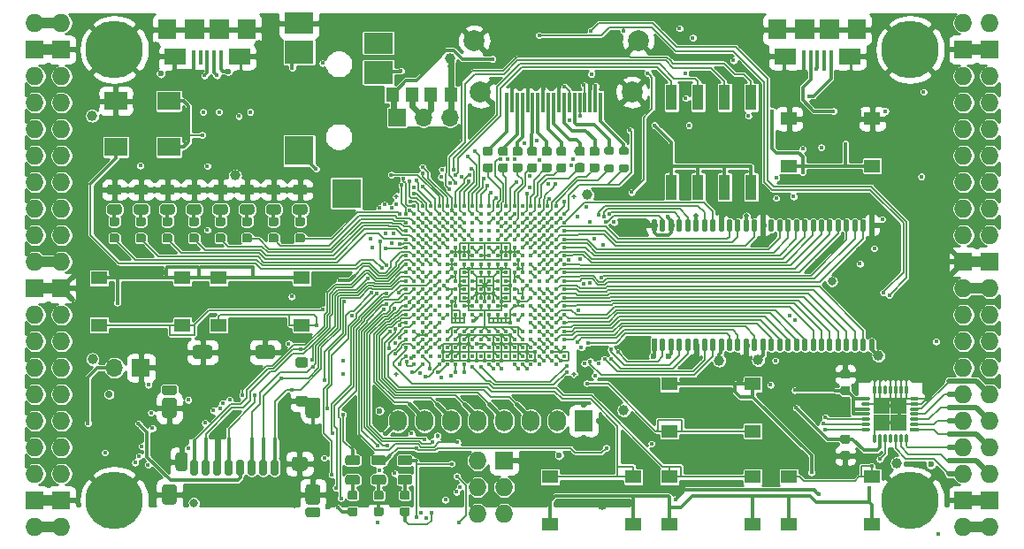
<source format=gtl>
G04 #@! TF.GenerationSoftware,KiCad,Pcbnew,5.1.9+dfsg1-1*
G04 #@! TF.CreationDate,2021-05-23T23:56:54+02:00*
G04 #@! TF.ProjectId,ulx3s,756c7833-732e-46b6-9963-61645f706362,v3.1.1*
G04 #@! TF.SameCoordinates,Original*
G04 #@! TF.FileFunction,Copper,L1,Top*
G04 #@! TF.FilePolarity,Positive*
%FSLAX46Y46*%
G04 Gerber Fmt 4.6, Leading zero omitted, Abs format (unit mm)*
G04 Created by KiCad (PCBNEW 5.1.9+dfsg1-1) date 2021-05-23 23:56:54*
%MOMM*%
%LPD*%
G01*
G04 APERTURE LIST*
G04 #@! TA.AperFunction,SMDPad,CuDef*
%ADD10R,0.300000X1.900000*%
G04 #@! TD*
G04 #@! TA.AperFunction,ComponentPad*
%ADD11C,2.000000*%
G04 #@! TD*
G04 #@! TA.AperFunction,ComponentPad*
%ADD12O,1.727200X2.032000*%
G04 #@! TD*
G04 #@! TA.AperFunction,ComponentPad*
%ADD13R,1.727200X2.032000*%
G04 #@! TD*
G04 #@! TA.AperFunction,SMDPad,CuDef*
%ADD14C,0.400000*%
G04 #@! TD*
G04 #@! TA.AperFunction,SMDPad,CuDef*
%ADD15O,0.127000X0.508000*%
G04 #@! TD*
G04 #@! TA.AperFunction,SMDPad,CuDef*
%ADD16O,0.508000X0.127000*%
G04 #@! TD*
G04 #@! TA.AperFunction,SMDPad,CuDef*
%ADD17O,0.560000X1.200000*%
G04 #@! TD*
G04 #@! TA.AperFunction,SMDPad,CuDef*
%ADD18R,0.560000X1.200000*%
G04 #@! TD*
G04 #@! TA.AperFunction,SMDPad,CuDef*
%ADD19R,1.800000X1.900000*%
G04 #@! TD*
G04 #@! TA.AperFunction,SMDPad,CuDef*
%ADD20R,0.400000X1.350000*%
G04 #@! TD*
G04 #@! TA.AperFunction,SMDPad,CuDef*
%ADD21R,1.900000X1.900000*%
G04 #@! TD*
G04 #@! TA.AperFunction,SMDPad,CuDef*
%ADD22R,2.100000X1.600000*%
G04 #@! TD*
G04 #@! TA.AperFunction,SMDPad,CuDef*
%ADD23R,2.200000X1.800000*%
G04 #@! TD*
G04 #@! TA.AperFunction,SMDPad,CuDef*
%ADD24R,2.800000X2.000000*%
G04 #@! TD*
G04 #@! TA.AperFunction,SMDPad,CuDef*
%ADD25R,2.800000X2.200000*%
G04 #@! TD*
G04 #@! TA.AperFunction,SMDPad,CuDef*
%ADD26R,2.800000X2.800000*%
G04 #@! TD*
G04 #@! TA.AperFunction,SMDPad,CuDef*
%ADD27R,1.120000X2.440000*%
G04 #@! TD*
G04 #@! TA.AperFunction,SMDPad,CuDef*
%ADD28R,1.625000X1.625000*%
G04 #@! TD*
G04 #@! TA.AperFunction,SMDPad,CuDef*
%ADD29O,0.300000X0.950000*%
G04 #@! TD*
G04 #@! TA.AperFunction,SMDPad,CuDef*
%ADD30O,0.950000X0.300000*%
G04 #@! TD*
G04 #@! TA.AperFunction,SMDPad,CuDef*
%ADD31R,0.950000X0.300000*%
G04 #@! TD*
G04 #@! TA.AperFunction,ComponentPad*
%ADD32O,1.727200X1.727200*%
G04 #@! TD*
G04 #@! TA.AperFunction,ComponentPad*
%ADD33R,1.727200X1.727200*%
G04 #@! TD*
G04 #@! TA.AperFunction,ComponentPad*
%ADD34C,5.500000*%
G04 #@! TD*
G04 #@! TA.AperFunction,ComponentPad*
%ADD35R,1.700000X1.700000*%
G04 #@! TD*
G04 #@! TA.AperFunction,ComponentPad*
%ADD36O,1.700000X1.700000*%
G04 #@! TD*
G04 #@! TA.AperFunction,SMDPad,CuDef*
%ADD37R,1.295000X1.400000*%
G04 #@! TD*
G04 #@! TA.AperFunction,SMDPad,CuDef*
%ADD38R,1.550000X1.300000*%
G04 #@! TD*
G04 #@! TA.AperFunction,ViaPad*
%ADD39C,0.419000*%
G04 #@! TD*
G04 #@! TA.AperFunction,ViaPad*
%ADD40C,1.000000*%
G04 #@! TD*
G04 #@! TA.AperFunction,ViaPad*
%ADD41C,0.600000*%
G04 #@! TD*
G04 #@! TA.AperFunction,ViaPad*
%ADD42C,0.500000*%
G04 #@! TD*
G04 #@! TA.AperFunction,ViaPad*
%ADD43C,0.800000*%
G04 #@! TD*
G04 #@! TA.AperFunction,ViaPad*
%ADD44C,0.700000*%
G04 #@! TD*
G04 #@! TA.AperFunction,ViaPad*
%ADD45C,0.454000*%
G04 #@! TD*
G04 #@! TA.AperFunction,Conductor*
%ADD46C,0.300000*%
G04 #@! TD*
G04 #@! TA.AperFunction,Conductor*
%ADD47C,0.500000*%
G04 #@! TD*
G04 #@! TA.AperFunction,Conductor*
%ADD48C,1.000000*%
G04 #@! TD*
G04 #@! TA.AperFunction,Conductor*
%ADD49C,0.127000*%
G04 #@! TD*
G04 #@! TA.AperFunction,Conductor*
%ADD50C,0.190000*%
G04 #@! TD*
G04 #@! TA.AperFunction,Conductor*
%ADD51C,0.700000*%
G04 #@! TD*
G04 #@! TA.AperFunction,Conductor*
%ADD52C,0.600000*%
G04 #@! TD*
G04 #@! TA.AperFunction,Conductor*
%ADD53C,0.800000*%
G04 #@! TD*
G04 #@! TA.AperFunction,Conductor*
%ADD54C,0.400000*%
G04 #@! TD*
G04 #@! TA.AperFunction,Conductor*
%ADD55C,0.140000*%
G04 #@! TD*
G04 #@! TA.AperFunction,Conductor*
%ADD56C,0.254000*%
G04 #@! TD*
G04 #@! TA.AperFunction,Conductor*
%ADD57C,0.100000*%
G04 #@! TD*
G04 APERTURE END LIST*
D10*
X149546000Y-70312000D03*
X149046000Y-70312000D03*
X148546000Y-70312000D03*
X148046000Y-70312000D03*
X147546000Y-70312000D03*
X147046000Y-70312000D03*
X146546000Y-70312000D03*
X146046000Y-70312000D03*
X145546000Y-70312000D03*
X145046000Y-70312000D03*
X144546000Y-70312000D03*
X144046000Y-70312000D03*
X143546000Y-70312000D03*
X143046000Y-70312000D03*
X142546000Y-70312000D03*
X142046000Y-70312000D03*
X141546000Y-70312000D03*
X141046000Y-70312000D03*
X140546000Y-70312000D03*
D11*
X152546000Y-69312000D03*
X138046000Y-69312000D03*
X153146000Y-64412000D03*
X137446000Y-64412000D03*
D12*
X132680000Y-100790000D03*
X135220000Y-100790000D03*
X137760000Y-100790000D03*
X140265000Y-100790000D03*
X142840000Y-100790000D03*
X145380000Y-100790000D03*
D13*
X147920000Y-100790000D03*
D12*
X130140000Y-100790000D03*
G04 #@! TA.AperFunction,SMDPad,CuDef*
G36*
G01*
X121282000Y-95700000D02*
X120582000Y-95700000D01*
G75*
G02*
X120332000Y-95450000I0J250000D01*
G01*
X120332000Y-94950000D01*
G75*
G02*
X120582000Y-94700000I250000J0D01*
G01*
X121282000Y-94700000D01*
G75*
G02*
X121532000Y-94950000I0J-250000D01*
G01*
X121532000Y-95450000D01*
G75*
G02*
X121282000Y-95700000I-250000J0D01*
G01*
G37*
G04 #@! TD.AperFunction*
G04 #@! TA.AperFunction,SMDPad,CuDef*
G36*
G01*
X116819500Y-93525000D02*
X118044500Y-93525000D01*
G75*
G02*
X118382000Y-93862500I0J-337500D01*
G01*
X118382000Y-94537500D01*
G75*
G02*
X118044500Y-94875000I-337500J0D01*
G01*
X116819500Y-94875000D01*
G75*
G02*
X116482000Y-94537500I0J337500D01*
G01*
X116482000Y-93862500D01*
G75*
G02*
X116819500Y-93525000I337500J0D01*
G01*
G37*
G04 #@! TD.AperFunction*
G04 #@! TA.AperFunction,SMDPad,CuDef*
G36*
G01*
X110819500Y-93525000D02*
X112044500Y-93525000D01*
G75*
G02*
X112382000Y-93862500I0J-337500D01*
G01*
X112382000Y-94537500D01*
G75*
G02*
X112044500Y-94875000I-337500J0D01*
G01*
X110819500Y-94875000D01*
G75*
G02*
X110482000Y-94537500I0J337500D01*
G01*
X110482000Y-93862500D01*
G75*
G02*
X110819500Y-93525000I337500J0D01*
G01*
G37*
G04 #@! TD.AperFunction*
G04 #@! TA.AperFunction,SMDPad,CuDef*
G36*
G01*
X120582000Y-98400000D02*
X121282000Y-98400000D01*
G75*
G02*
X121532000Y-98650000I0J-250000D01*
G01*
X121532000Y-99150000D01*
G75*
G02*
X121282000Y-99400000I-250000J0D01*
G01*
X120582000Y-99400000D01*
G75*
G02*
X120332000Y-99150000I0J250000D01*
G01*
X120332000Y-98650000D01*
G75*
G02*
X120582000Y-98400000I250000J0D01*
G01*
G37*
G04 #@! TD.AperFunction*
G04 #@! TA.AperFunction,SMDPad,CuDef*
G36*
G01*
X120294500Y-104225000D02*
X121169500Y-104225000D01*
G75*
G02*
X121507000Y-104562500I0J-337500D01*
G01*
X121507000Y-105237500D01*
G75*
G02*
X121169500Y-105575000I-337500J0D01*
G01*
X120294500Y-105575000D01*
G75*
G02*
X119957000Y-105237500I0J337500D01*
G01*
X119957000Y-104562500D01*
G75*
G02*
X120294500Y-104225000I337500J0D01*
G01*
G37*
G04 #@! TD.AperFunction*
G04 #@! TA.AperFunction,SMDPad,CuDef*
G36*
G01*
X109139500Y-103800000D02*
X109724500Y-103800000D01*
G75*
G02*
X110017000Y-104092500I0J-292500D01*
G01*
X110017000Y-105307500D01*
G75*
G02*
X109724500Y-105600000I-292500J0D01*
G01*
X109139500Y-105600000D01*
G75*
G02*
X108847000Y-105307500I0J292500D01*
G01*
X108847000Y-104092500D01*
G75*
G02*
X109139500Y-103800000I292500J0D01*
G01*
G37*
G04 #@! TD.AperFunction*
G04 #@! TA.AperFunction,SMDPad,CuDef*
G36*
G01*
X107532000Y-100187500D02*
X107532000Y-98912500D01*
G75*
G02*
X107894500Y-98550000I362500J0D01*
G01*
X108619500Y-98550000D01*
G75*
G02*
X108982000Y-98912500I0J-362500D01*
G01*
X108982000Y-100187500D01*
G75*
G02*
X108619500Y-100550000I-362500J0D01*
G01*
X107894500Y-100550000D01*
G75*
G02*
X107532000Y-100187500I0J362500D01*
G01*
G37*
G04 #@! TD.AperFunction*
G04 #@! TA.AperFunction,SMDPad,CuDef*
G36*
G01*
X121282000Y-100187500D02*
X121282000Y-98912500D01*
G75*
G02*
X121644500Y-98550000I362500J0D01*
G01*
X122369500Y-98550000D01*
G75*
G02*
X122732000Y-98912500I0J-362500D01*
G01*
X122732000Y-100187500D01*
G75*
G02*
X122369500Y-100550000I-362500J0D01*
G01*
X121644500Y-100550000D01*
G75*
G02*
X121282000Y-100187500I0J362500D01*
G01*
G37*
G04 #@! TD.AperFunction*
G04 #@! TA.AperFunction,SMDPad,CuDef*
G36*
G01*
X121282000Y-108487500D02*
X121282000Y-107212500D01*
G75*
G02*
X121644500Y-106850000I362500J0D01*
G01*
X122369500Y-106850000D01*
G75*
G02*
X122732000Y-107212500I0J-362500D01*
G01*
X122732000Y-108487500D01*
G75*
G02*
X122369500Y-108850000I-362500J0D01*
G01*
X121644500Y-108850000D01*
G75*
G02*
X121282000Y-108487500I0J362500D01*
G01*
G37*
G04 #@! TD.AperFunction*
G04 #@! TA.AperFunction,SMDPad,CuDef*
G36*
G01*
X107532000Y-108487500D02*
X107532000Y-107212500D01*
G75*
G02*
X107894500Y-106850000I362500J0D01*
G01*
X108619500Y-106850000D01*
G75*
G02*
X108982000Y-107212500I0J-362500D01*
G01*
X108982000Y-108487500D01*
G75*
G02*
X108619500Y-108850000I-362500J0D01*
G01*
X107894500Y-108850000D01*
G75*
G02*
X107532000Y-108487500I0J362500D01*
G01*
G37*
G04 #@! TD.AperFunction*
G04 #@! TA.AperFunction,SMDPad,CuDef*
G36*
G01*
X108757000Y-98300000D02*
X107757000Y-98300000D01*
G75*
G02*
X107532000Y-98075000I0J225000D01*
G01*
X107532000Y-97625000D01*
G75*
G02*
X107757000Y-97400000I225000J0D01*
G01*
X108757000Y-97400000D01*
G75*
G02*
X108982000Y-97625000I0J-225000D01*
G01*
X108982000Y-98075000D01*
G75*
G02*
X108757000Y-98300000I-225000J0D01*
G01*
G37*
G04 #@! TD.AperFunction*
G04 #@! TA.AperFunction,SMDPad,CuDef*
G36*
G01*
X121282000Y-109775000D02*
X121282000Y-109325000D01*
G75*
G02*
X121507000Y-109100000I225000J0D01*
G01*
X122507000Y-109100000D01*
G75*
G02*
X122732000Y-109325000I0J-225000D01*
G01*
X122732000Y-109775000D01*
G75*
G02*
X122507000Y-110000000I-225000J0D01*
G01*
X121507000Y-110000000D01*
G75*
G02*
X121282000Y-109775000I0J225000D01*
G01*
G37*
G04 #@! TD.AperFunction*
G04 #@! TA.AperFunction,SMDPad,CuDef*
G36*
G01*
X110282000Y-105825000D02*
X110282000Y-104675000D01*
G75*
G02*
X110457000Y-104500000I175000J0D01*
G01*
X110807000Y-104500000D01*
G75*
G02*
X110982000Y-104675000I0J-175000D01*
G01*
X110982000Y-105825000D01*
G75*
G02*
X110807000Y-106000000I-175000J0D01*
G01*
X110457000Y-106000000D01*
G75*
G02*
X110282000Y-105825000I0J175000D01*
G01*
G37*
G04 #@! TD.AperFunction*
G04 #@! TA.AperFunction,SMDPad,CuDef*
G36*
G01*
X111382000Y-105825000D02*
X111382000Y-104675000D01*
G75*
G02*
X111557000Y-104500000I175000J0D01*
G01*
X111907000Y-104500000D01*
G75*
G02*
X112082000Y-104675000I0J-175000D01*
G01*
X112082000Y-105825000D01*
G75*
G02*
X111907000Y-106000000I-175000J0D01*
G01*
X111557000Y-106000000D01*
G75*
G02*
X111382000Y-105825000I0J175000D01*
G01*
G37*
G04 #@! TD.AperFunction*
G04 #@! TA.AperFunction,SMDPad,CuDef*
G36*
G01*
X112482000Y-105825000D02*
X112482000Y-104675000D01*
G75*
G02*
X112657000Y-104500000I175000J0D01*
G01*
X113007000Y-104500000D01*
G75*
G02*
X113182000Y-104675000I0J-175000D01*
G01*
X113182000Y-105825000D01*
G75*
G02*
X113007000Y-106000000I-175000J0D01*
G01*
X112657000Y-106000000D01*
G75*
G02*
X112482000Y-105825000I0J175000D01*
G01*
G37*
G04 #@! TD.AperFunction*
G04 #@! TA.AperFunction,SMDPad,CuDef*
G36*
G01*
X113582000Y-105825000D02*
X113582000Y-104675000D01*
G75*
G02*
X113757000Y-104500000I175000J0D01*
G01*
X114107000Y-104500000D01*
G75*
G02*
X114282000Y-104675000I0J-175000D01*
G01*
X114282000Y-105825000D01*
G75*
G02*
X114107000Y-106000000I-175000J0D01*
G01*
X113757000Y-106000000D01*
G75*
G02*
X113582000Y-105825000I0J175000D01*
G01*
G37*
G04 #@! TD.AperFunction*
G04 #@! TA.AperFunction,SMDPad,CuDef*
G36*
G01*
X114682000Y-105825000D02*
X114682000Y-104675000D01*
G75*
G02*
X114857000Y-104500000I175000J0D01*
G01*
X115207000Y-104500000D01*
G75*
G02*
X115382000Y-104675000I0J-175000D01*
G01*
X115382000Y-105825000D01*
G75*
G02*
X115207000Y-106000000I-175000J0D01*
G01*
X114857000Y-106000000D01*
G75*
G02*
X114682000Y-105825000I0J175000D01*
G01*
G37*
G04 #@! TD.AperFunction*
G04 #@! TA.AperFunction,SMDPad,CuDef*
G36*
G01*
X115782000Y-105825000D02*
X115782000Y-104675000D01*
G75*
G02*
X115957000Y-104500000I175000J0D01*
G01*
X116307000Y-104500000D01*
G75*
G02*
X116482000Y-104675000I0J-175000D01*
G01*
X116482000Y-105825000D01*
G75*
G02*
X116307000Y-106000000I-175000J0D01*
G01*
X115957000Y-106000000D01*
G75*
G02*
X115782000Y-105825000I0J175000D01*
G01*
G37*
G04 #@! TD.AperFunction*
G04 #@! TA.AperFunction,SMDPad,CuDef*
G36*
G01*
X116882000Y-105825000D02*
X116882000Y-104675000D01*
G75*
G02*
X117057000Y-104500000I175000J0D01*
G01*
X117407000Y-104500000D01*
G75*
G02*
X117582000Y-104675000I0J-175000D01*
G01*
X117582000Y-105825000D01*
G75*
G02*
X117407000Y-106000000I-175000J0D01*
G01*
X117057000Y-106000000D01*
G75*
G02*
X116882000Y-105825000I0J175000D01*
G01*
G37*
G04 #@! TD.AperFunction*
G04 #@! TA.AperFunction,SMDPad,CuDef*
G36*
G01*
X117982000Y-105825000D02*
X117982000Y-104675000D01*
G75*
G02*
X118157000Y-104500000I175000J0D01*
G01*
X118507000Y-104500000D01*
G75*
G02*
X118682000Y-104675000I0J-175000D01*
G01*
X118682000Y-105825000D01*
G75*
G02*
X118507000Y-106000000I-175000J0D01*
G01*
X118157000Y-106000000D01*
G75*
G02*
X117982000Y-105825000I0J175000D01*
G01*
G37*
G04 #@! TD.AperFunction*
D14*
X145280000Y-95400000D03*
X143680000Y-95400000D03*
X142880000Y-95400000D03*
X142080000Y-95400000D03*
X141280000Y-95400000D03*
X139680000Y-95400000D03*
X138880000Y-95400000D03*
X136480000Y-95400000D03*
X135680000Y-95400000D03*
X134880000Y-95400000D03*
X134080000Y-95400000D03*
X132480000Y-95400000D03*
X131680000Y-95400000D03*
X146080000Y-94600000D03*
X145280000Y-94600000D03*
X144480000Y-94600000D03*
X143680000Y-94600000D03*
X142880000Y-94600000D03*
X142080000Y-94600000D03*
X141280000Y-94600000D03*
X140480000Y-94600000D03*
X139680000Y-94600000D03*
X138880000Y-94600000D03*
X138080000Y-94600000D03*
X137280000Y-94600000D03*
X136480000Y-94600000D03*
X135680000Y-94600000D03*
X134880000Y-94600000D03*
X134080000Y-94600000D03*
X133280000Y-94600000D03*
X132480000Y-94600000D03*
X131680000Y-94600000D03*
X130880000Y-94600000D03*
X146080000Y-93800000D03*
X145280000Y-93800000D03*
X144480000Y-93800000D03*
X143680000Y-93800000D03*
X142880000Y-93800000D03*
X142080000Y-93800000D03*
X141280000Y-93800000D03*
X140480000Y-93800000D03*
X139680000Y-93800000D03*
X138880000Y-93800000D03*
X138080000Y-93800000D03*
X137280000Y-93800000D03*
X136480000Y-93800000D03*
X135680000Y-93800000D03*
X134880000Y-93800000D03*
X134080000Y-93800000D03*
X133280000Y-93800000D03*
X132480000Y-93800000D03*
X131680000Y-93800000D03*
X130880000Y-93800000D03*
X146080000Y-93000000D03*
X145280000Y-93000000D03*
X144480000Y-93000000D03*
X143680000Y-93000000D03*
X142880000Y-93000000D03*
X142080000Y-93000000D03*
X141280000Y-93000000D03*
X140480000Y-93000000D03*
X139680000Y-93000000D03*
X138880000Y-93000000D03*
X138080000Y-93000000D03*
X137280000Y-93000000D03*
X136480000Y-93000000D03*
X135680000Y-93000000D03*
X134880000Y-93000000D03*
X134080000Y-93000000D03*
X133280000Y-93000000D03*
X132480000Y-93000000D03*
X131680000Y-93000000D03*
X130880000Y-93000000D03*
X146080000Y-92200000D03*
X145280000Y-92200000D03*
X144480000Y-92200000D03*
X143680000Y-92200000D03*
X142880000Y-92200000D03*
X142080000Y-92200000D03*
X141280000Y-92200000D03*
X140480000Y-92200000D03*
X139680000Y-92200000D03*
X138880000Y-92200000D03*
X138080000Y-92200000D03*
X137280000Y-92200000D03*
X136480000Y-92200000D03*
X135680000Y-92200000D03*
X134880000Y-92200000D03*
X134080000Y-92200000D03*
X133280000Y-92200000D03*
X132480000Y-92200000D03*
X131680000Y-92200000D03*
X130880000Y-92200000D03*
X146080000Y-91400000D03*
X145280000Y-91400000D03*
X144480000Y-91400000D03*
X143680000Y-91400000D03*
X142880000Y-91400000D03*
X134080000Y-91400000D03*
X133280000Y-91400000D03*
X132480000Y-91400000D03*
X131680000Y-91400000D03*
X130880000Y-91400000D03*
X146080000Y-90600000D03*
X145280000Y-90600000D03*
X144480000Y-90600000D03*
X143680000Y-90600000D03*
X142880000Y-90600000D03*
X142080000Y-90600000D03*
X141280000Y-90600000D03*
X140480000Y-90600000D03*
X139680000Y-90600000D03*
X138880000Y-90600000D03*
X138080000Y-90600000D03*
X137280000Y-90600000D03*
X136480000Y-90600000D03*
X135680000Y-90600000D03*
X134880000Y-90600000D03*
X134080000Y-90600000D03*
X133280000Y-90600000D03*
X132480000Y-90600000D03*
X131680000Y-90600000D03*
X130880000Y-90600000D03*
X146080000Y-89800000D03*
X145280000Y-89800000D03*
X144480000Y-89800000D03*
X143680000Y-89800000D03*
X142880000Y-89800000D03*
X142080000Y-89800000D03*
X141280000Y-89800000D03*
X140480000Y-89800000D03*
X139680000Y-89800000D03*
X138880000Y-89800000D03*
X138080000Y-89800000D03*
X137280000Y-89800000D03*
X136480000Y-89800000D03*
X135680000Y-89800000D03*
X134880000Y-89800000D03*
X134080000Y-89800000D03*
X133280000Y-89800000D03*
X132480000Y-89800000D03*
X131680000Y-89800000D03*
X130880000Y-89800000D03*
X146080000Y-89000000D03*
X145280000Y-89000000D03*
X144480000Y-89000000D03*
X143680000Y-89000000D03*
X142880000Y-89000000D03*
X142080000Y-89000000D03*
X141280000Y-89000000D03*
X140480000Y-89000000D03*
X139680000Y-89000000D03*
X138880000Y-89000000D03*
X138080000Y-89000000D03*
X137280000Y-89000000D03*
X136480000Y-89000000D03*
X135680000Y-89000000D03*
X134880000Y-89000000D03*
X134080000Y-89000000D03*
X133280000Y-89000000D03*
X132480000Y-89000000D03*
X131680000Y-89000000D03*
X130880000Y-89000000D03*
X146080000Y-88200000D03*
X145280000Y-88200000D03*
X144480000Y-88200000D03*
X143680000Y-88200000D03*
X142880000Y-88200000D03*
X142080000Y-88200000D03*
X141280000Y-88200000D03*
X140480000Y-88200000D03*
X139680000Y-88200000D03*
X138880000Y-88200000D03*
X138080000Y-88200000D03*
X137280000Y-88200000D03*
X136480000Y-88200000D03*
X135680000Y-88200000D03*
X134880000Y-88200000D03*
X134080000Y-88200000D03*
X133280000Y-88200000D03*
X132480000Y-88200000D03*
X131680000Y-88200000D03*
X130880000Y-88200000D03*
X146080000Y-87400000D03*
X145280000Y-87400000D03*
X144480000Y-87400000D03*
X143680000Y-87400000D03*
X142880000Y-87400000D03*
X142080000Y-87400000D03*
X141280000Y-87400000D03*
X140480000Y-87400000D03*
X139680000Y-87400000D03*
X138880000Y-87400000D03*
X138080000Y-87400000D03*
X137280000Y-87400000D03*
X136480000Y-87400000D03*
X135680000Y-87400000D03*
X134880000Y-87400000D03*
X134080000Y-87400000D03*
X133280000Y-87400000D03*
X132480000Y-87400000D03*
X131680000Y-87400000D03*
X130880000Y-87400000D03*
X146080000Y-86600000D03*
X145280000Y-86600000D03*
X144480000Y-86600000D03*
X143680000Y-86600000D03*
X142880000Y-86600000D03*
X142080000Y-86600000D03*
X141280000Y-86600000D03*
X140480000Y-86600000D03*
X139680000Y-86600000D03*
X138880000Y-86600000D03*
X138080000Y-86600000D03*
X137280000Y-86600000D03*
X136480000Y-86600000D03*
X135680000Y-86600000D03*
X134880000Y-86600000D03*
X134080000Y-86600000D03*
X133280000Y-86600000D03*
X132480000Y-86600000D03*
X131680000Y-86600000D03*
X130880000Y-86600000D03*
X146080000Y-85800000D03*
X145280000Y-85800000D03*
X144480000Y-85800000D03*
X143680000Y-85800000D03*
X142880000Y-85800000D03*
X142080000Y-85800000D03*
X141280000Y-85800000D03*
X140480000Y-85800000D03*
X139680000Y-85800000D03*
X138880000Y-85800000D03*
X138080000Y-85800000D03*
X137280000Y-85800000D03*
X136480000Y-85800000D03*
X135680000Y-85800000D03*
X134880000Y-85800000D03*
X134080000Y-85800000D03*
X133280000Y-85800000D03*
X132480000Y-85800000D03*
X131680000Y-85800000D03*
X130880000Y-85800000D03*
X146080000Y-85000000D03*
X145280000Y-85000000D03*
X144480000Y-85000000D03*
X143680000Y-85000000D03*
X142880000Y-85000000D03*
X142080000Y-85000000D03*
X141280000Y-85000000D03*
X140480000Y-85000000D03*
X139680000Y-85000000D03*
X138880000Y-85000000D03*
X138080000Y-85000000D03*
X137280000Y-85000000D03*
X136480000Y-85000000D03*
X135680000Y-85000000D03*
X134880000Y-85000000D03*
X134080000Y-85000000D03*
X133280000Y-85000000D03*
X132480000Y-85000000D03*
X131680000Y-85000000D03*
X130880000Y-85000000D03*
X146080000Y-84200000D03*
X145280000Y-84200000D03*
X144480000Y-84200000D03*
X143680000Y-84200000D03*
X142880000Y-84200000D03*
X142080000Y-84200000D03*
X141280000Y-84200000D03*
X140480000Y-84200000D03*
X139680000Y-84200000D03*
X138880000Y-84200000D03*
X138080000Y-84200000D03*
X137280000Y-84200000D03*
X136480000Y-84200000D03*
X135680000Y-84200000D03*
X134880000Y-84200000D03*
X134080000Y-84200000D03*
X133280000Y-84200000D03*
X132480000Y-84200000D03*
X131680000Y-84200000D03*
X130880000Y-84200000D03*
X146080000Y-83400000D03*
X145280000Y-83400000D03*
X144480000Y-83400000D03*
X143680000Y-83400000D03*
X142880000Y-83400000D03*
X142080000Y-83400000D03*
X141280000Y-83400000D03*
X140480000Y-83400000D03*
X139680000Y-83400000D03*
X138880000Y-83400000D03*
X138080000Y-83400000D03*
X137280000Y-83400000D03*
X136480000Y-83400000D03*
X135680000Y-83400000D03*
X134880000Y-83400000D03*
X134080000Y-83400000D03*
X133280000Y-83400000D03*
X132480000Y-83400000D03*
X131680000Y-83400000D03*
X130880000Y-83400000D03*
X146080000Y-82600000D03*
X145280000Y-82600000D03*
X144480000Y-82600000D03*
X143680000Y-82600000D03*
X142880000Y-82600000D03*
X142080000Y-82600000D03*
X141280000Y-82600000D03*
X140480000Y-82600000D03*
X139680000Y-82600000D03*
X138880000Y-82600000D03*
X138080000Y-82600000D03*
X137280000Y-82600000D03*
X136480000Y-82600000D03*
X135680000Y-82600000D03*
X134880000Y-82600000D03*
X134080000Y-82600000D03*
X133280000Y-82600000D03*
X132480000Y-82600000D03*
X131680000Y-82600000D03*
X130880000Y-82600000D03*
X146080000Y-81800000D03*
X145280000Y-81800000D03*
X144480000Y-81800000D03*
X143680000Y-81800000D03*
X142880000Y-81800000D03*
X142080000Y-81800000D03*
X141280000Y-81800000D03*
X140480000Y-81800000D03*
X139680000Y-81800000D03*
X138880000Y-81800000D03*
X138080000Y-81800000D03*
X137280000Y-81800000D03*
X136480000Y-81800000D03*
X135680000Y-81800000D03*
X134880000Y-81800000D03*
X134080000Y-81800000D03*
X133280000Y-81800000D03*
X132480000Y-81800000D03*
X131680000Y-81800000D03*
X130880000Y-81800000D03*
X146080000Y-81000000D03*
X145280000Y-81000000D03*
X144480000Y-81000000D03*
X143680000Y-81000000D03*
X142880000Y-81000000D03*
X142080000Y-81000000D03*
X141280000Y-81000000D03*
X140480000Y-81000000D03*
X139680000Y-81000000D03*
X138880000Y-81000000D03*
X138080000Y-81000000D03*
X137280000Y-81000000D03*
X136480000Y-81000000D03*
X135680000Y-81000000D03*
X134880000Y-81000000D03*
X134080000Y-81000000D03*
X133280000Y-81000000D03*
X132480000Y-81000000D03*
X131680000Y-81000000D03*
X130880000Y-81000000D03*
X145280000Y-80200000D03*
X144480000Y-80200000D03*
X143680000Y-80200000D03*
X142880000Y-80200000D03*
X142080000Y-80200000D03*
X141280000Y-80200000D03*
X140480000Y-80200000D03*
X139680000Y-80200000D03*
X138880000Y-80200000D03*
X138080000Y-80200000D03*
X137280000Y-80200000D03*
X136480000Y-80200000D03*
X135680000Y-80200000D03*
X134880000Y-80200000D03*
X134080000Y-80200000D03*
X133280000Y-80200000D03*
X132480000Y-80200000D03*
X131680000Y-80200000D03*
D15*
X146980000Y-79300000D03*
D16*
X146980000Y-79300000D03*
D15*
X129980000Y-96300000D03*
D16*
X129980000Y-96300000D03*
X146980000Y-96300000D03*
D15*
X146980000Y-96300000D03*
X129980000Y-79300000D03*
D16*
X129980000Y-79300000D03*
D17*
X175493000Y-82070000D03*
D18*
X154693000Y-93530000D03*
D17*
X155493000Y-93530000D03*
X156293000Y-93530000D03*
X157093000Y-93530000D03*
X157893000Y-93530000D03*
X158693000Y-93530000D03*
X159493000Y-93530000D03*
X160293000Y-93530000D03*
X161093000Y-93530000D03*
X161893000Y-93530000D03*
X162693000Y-93530000D03*
X163493000Y-93530000D03*
X164293000Y-93530000D03*
X165093000Y-93530000D03*
X165893000Y-93530000D03*
X166693000Y-93530000D03*
X167493000Y-93530000D03*
X168293000Y-93530000D03*
X169093000Y-93530000D03*
X169893000Y-93530000D03*
X170693000Y-93530000D03*
X171493000Y-93530000D03*
X172293000Y-93530000D03*
X173093000Y-93530000D03*
X173893000Y-93530000D03*
X174693000Y-93530000D03*
X175493000Y-93530000D03*
X174693000Y-82070000D03*
X173893000Y-82070000D03*
X173093000Y-82070000D03*
X172293000Y-82070000D03*
X171493000Y-82070000D03*
X170693000Y-82070000D03*
X169893000Y-82070000D03*
X169093000Y-82070000D03*
X168293000Y-82070000D03*
X167493000Y-82070000D03*
X166693000Y-82070000D03*
X165893000Y-82070000D03*
X165093000Y-82070000D03*
X164293000Y-82070000D03*
X163493000Y-82070000D03*
X162693000Y-82070000D03*
X161893000Y-82070000D03*
X161093000Y-82070000D03*
X160293000Y-82070000D03*
X159493000Y-82070000D03*
X158693000Y-82070000D03*
X157893000Y-82070000D03*
X157093000Y-82070000D03*
X156293000Y-82070000D03*
X155493000Y-82070000D03*
X154693000Y-82070000D03*
D19*
X166500000Y-63325000D03*
X174100000Y-63325000D03*
D20*
X169000000Y-66000000D03*
X169650000Y-66000000D03*
X170300000Y-66000000D03*
X170950000Y-66000000D03*
X171600000Y-66000000D03*
D21*
X169100000Y-63325000D03*
X171500000Y-63325000D03*
D22*
X167200000Y-65875000D03*
X173400000Y-65875000D03*
D19*
X108080000Y-63325000D03*
X115680000Y-63325000D03*
D20*
X110580000Y-66000000D03*
X111230000Y-66000000D03*
X111880000Y-66000000D03*
X112530000Y-66000000D03*
X113180000Y-66000000D03*
D21*
X110680000Y-63325000D03*
X113080000Y-63325000D03*
D22*
X108780000Y-65875000D03*
X114980000Y-65875000D03*
D23*
X108212000Y-70160000D03*
X103132000Y-70160000D03*
X103132000Y-74560000D03*
X108212000Y-74560000D03*
D24*
X120668000Y-62700000D03*
D25*
X120668000Y-65500000D03*
D26*
X120668000Y-74900000D03*
X125218000Y-79000000D03*
D25*
X128268000Y-67400000D03*
D24*
X128268000Y-64600000D03*
D27*
X156330000Y-69815000D03*
X163950000Y-78425000D03*
X158870000Y-69815000D03*
X161410000Y-78425000D03*
X161410000Y-69815000D03*
X158870000Y-78425000D03*
X163950000Y-69815000D03*
X156330000Y-78425000D03*
D28*
X178097500Y-100967500D03*
X178097500Y-99342500D03*
X176472500Y-100967500D03*
X176472500Y-99342500D03*
D29*
X178785000Y-102495000D03*
X178285000Y-102495000D03*
X177785000Y-102495000D03*
X177285000Y-102495000D03*
X176785000Y-102495000D03*
X176285000Y-102495000D03*
X175785000Y-102495000D03*
D30*
X174945000Y-101655000D03*
X174945000Y-101155000D03*
X174945000Y-100655000D03*
X174945000Y-100155000D03*
X174945000Y-99655000D03*
X174945000Y-99155000D03*
X174945000Y-98655000D03*
D29*
X175785000Y-97815000D03*
X176285000Y-97815000D03*
X176785000Y-97815000D03*
X177285000Y-97815000D03*
X177785000Y-97815000D03*
X178285000Y-97815000D03*
X178785000Y-97815000D03*
D30*
X179625000Y-98655000D03*
X179625000Y-99155000D03*
X179625000Y-99655000D03*
X179625000Y-100155000D03*
X179625000Y-100655000D03*
X179625000Y-101155000D03*
D31*
X179625000Y-101655000D03*
G04 #@! TA.AperFunction,SMDPad,CuDef*
G36*
G01*
X149220250Y-75421000D02*
X148707750Y-75421000D01*
G75*
G02*
X148489000Y-75202250I0J218750D01*
G01*
X148489000Y-74764750D01*
G75*
G02*
X148707750Y-74546000I218750J0D01*
G01*
X149220250Y-74546000D01*
G75*
G02*
X149439000Y-74764750I0J-218750D01*
G01*
X149439000Y-75202250D01*
G75*
G02*
X149220250Y-75421000I-218750J0D01*
G01*
G37*
G04 #@! TD.AperFunction*
G04 #@! TA.AperFunction,SMDPad,CuDef*
G36*
G01*
X149220250Y-76996000D02*
X148707750Y-76996000D01*
G75*
G02*
X148489000Y-76777250I0J218750D01*
G01*
X148489000Y-76339750D01*
G75*
G02*
X148707750Y-76121000I218750J0D01*
G01*
X149220250Y-76121000D01*
G75*
G02*
X149439000Y-76339750I0J-218750D01*
G01*
X149439000Y-76777250D01*
G75*
G02*
X149220250Y-76996000I-218750J0D01*
G01*
G37*
G04 #@! TD.AperFunction*
G04 #@! TA.AperFunction,SMDPad,CuDef*
G36*
G01*
X147823250Y-75409000D02*
X147310750Y-75409000D01*
G75*
G02*
X147092000Y-75190250I0J218750D01*
G01*
X147092000Y-74752750D01*
G75*
G02*
X147310750Y-74534000I218750J0D01*
G01*
X147823250Y-74534000D01*
G75*
G02*
X148042000Y-74752750I0J-218750D01*
G01*
X148042000Y-75190250D01*
G75*
G02*
X147823250Y-75409000I-218750J0D01*
G01*
G37*
G04 #@! TD.AperFunction*
G04 #@! TA.AperFunction,SMDPad,CuDef*
G36*
G01*
X147823250Y-76984000D02*
X147310750Y-76984000D01*
G75*
G02*
X147092000Y-76765250I0J218750D01*
G01*
X147092000Y-76327750D01*
G75*
G02*
X147310750Y-76109000I218750J0D01*
G01*
X147823250Y-76109000D01*
G75*
G02*
X148042000Y-76327750I0J-218750D01*
G01*
X148042000Y-76765250D01*
G75*
G02*
X147823250Y-76984000I-218750J0D01*
G01*
G37*
G04 #@! TD.AperFunction*
G04 #@! TA.AperFunction,SMDPad,CuDef*
G36*
G01*
X146045250Y-75421000D02*
X145532750Y-75421000D01*
G75*
G02*
X145314000Y-75202250I0J218750D01*
G01*
X145314000Y-74764750D01*
G75*
G02*
X145532750Y-74546000I218750J0D01*
G01*
X146045250Y-74546000D01*
G75*
G02*
X146264000Y-74764750I0J-218750D01*
G01*
X146264000Y-75202250D01*
G75*
G02*
X146045250Y-75421000I-218750J0D01*
G01*
G37*
G04 #@! TD.AperFunction*
G04 #@! TA.AperFunction,SMDPad,CuDef*
G36*
G01*
X146045250Y-76996000D02*
X145532750Y-76996000D01*
G75*
G02*
X145314000Y-76777250I0J218750D01*
G01*
X145314000Y-76339750D01*
G75*
G02*
X145532750Y-76121000I218750J0D01*
G01*
X146045250Y-76121000D01*
G75*
G02*
X146264000Y-76339750I0J-218750D01*
G01*
X146264000Y-76777250D01*
G75*
G02*
X146045250Y-76996000I-218750J0D01*
G01*
G37*
G04 #@! TD.AperFunction*
G04 #@! TA.AperFunction,SMDPad,CuDef*
G36*
G01*
X144648250Y-75421000D02*
X144135750Y-75421000D01*
G75*
G02*
X143917000Y-75202250I0J218750D01*
G01*
X143917000Y-74764750D01*
G75*
G02*
X144135750Y-74546000I218750J0D01*
G01*
X144648250Y-74546000D01*
G75*
G02*
X144867000Y-74764750I0J-218750D01*
G01*
X144867000Y-75202250D01*
G75*
G02*
X144648250Y-75421000I-218750J0D01*
G01*
G37*
G04 #@! TD.AperFunction*
G04 #@! TA.AperFunction,SMDPad,CuDef*
G36*
G01*
X144648250Y-76996000D02*
X144135750Y-76996000D01*
G75*
G02*
X143917000Y-76777250I0J218750D01*
G01*
X143917000Y-76339750D01*
G75*
G02*
X144135750Y-76121000I218750J0D01*
G01*
X144648250Y-76121000D01*
G75*
G02*
X144867000Y-76339750I0J-218750D01*
G01*
X144867000Y-76777250D01*
G75*
G02*
X144648250Y-76996000I-218750J0D01*
G01*
G37*
G04 #@! TD.AperFunction*
G04 #@! TA.AperFunction,SMDPad,CuDef*
G36*
G01*
X143251250Y-75421000D02*
X142738750Y-75421000D01*
G75*
G02*
X142520000Y-75202250I0J218750D01*
G01*
X142520000Y-74764750D01*
G75*
G02*
X142738750Y-74546000I218750J0D01*
G01*
X143251250Y-74546000D01*
G75*
G02*
X143470000Y-74764750I0J-218750D01*
G01*
X143470000Y-75202250D01*
G75*
G02*
X143251250Y-75421000I-218750J0D01*
G01*
G37*
G04 #@! TD.AperFunction*
G04 #@! TA.AperFunction,SMDPad,CuDef*
G36*
G01*
X143251250Y-76996000D02*
X142738750Y-76996000D01*
G75*
G02*
X142520000Y-76777250I0J218750D01*
G01*
X142520000Y-76339750D01*
G75*
G02*
X142738750Y-76121000I218750J0D01*
G01*
X143251250Y-76121000D01*
G75*
G02*
X143470000Y-76339750I0J-218750D01*
G01*
X143470000Y-76777250D01*
G75*
G02*
X143251250Y-76996000I-218750J0D01*
G01*
G37*
G04 #@! TD.AperFunction*
G04 #@! TA.AperFunction,SMDPad,CuDef*
G36*
G01*
X141854250Y-75421000D02*
X141341750Y-75421000D01*
G75*
G02*
X141123000Y-75202250I0J218750D01*
G01*
X141123000Y-74764750D01*
G75*
G02*
X141341750Y-74546000I218750J0D01*
G01*
X141854250Y-74546000D01*
G75*
G02*
X142073000Y-74764750I0J-218750D01*
G01*
X142073000Y-75202250D01*
G75*
G02*
X141854250Y-75421000I-218750J0D01*
G01*
G37*
G04 #@! TD.AperFunction*
G04 #@! TA.AperFunction,SMDPad,CuDef*
G36*
G01*
X141854250Y-76996000D02*
X141341750Y-76996000D01*
G75*
G02*
X141123000Y-76777250I0J218750D01*
G01*
X141123000Y-76339750D01*
G75*
G02*
X141341750Y-76121000I218750J0D01*
G01*
X141854250Y-76121000D01*
G75*
G02*
X142073000Y-76339750I0J-218750D01*
G01*
X142073000Y-76777250D01*
G75*
G02*
X141854250Y-76996000I-218750J0D01*
G01*
G37*
G04 #@! TD.AperFunction*
G04 #@! TA.AperFunction,SMDPad,CuDef*
G36*
G01*
X140457250Y-75421000D02*
X139944750Y-75421000D01*
G75*
G02*
X139726000Y-75202250I0J218750D01*
G01*
X139726000Y-74764750D01*
G75*
G02*
X139944750Y-74546000I218750J0D01*
G01*
X140457250Y-74546000D01*
G75*
G02*
X140676000Y-74764750I0J-218750D01*
G01*
X140676000Y-75202250D01*
G75*
G02*
X140457250Y-75421000I-218750J0D01*
G01*
G37*
G04 #@! TD.AperFunction*
G04 #@! TA.AperFunction,SMDPad,CuDef*
G36*
G01*
X140457250Y-76996000D02*
X139944750Y-76996000D01*
G75*
G02*
X139726000Y-76777250I0J218750D01*
G01*
X139726000Y-76339750D01*
G75*
G02*
X139944750Y-76121000I218750J0D01*
G01*
X140457250Y-76121000D01*
G75*
G02*
X140676000Y-76339750I0J-218750D01*
G01*
X140676000Y-76777250D01*
G75*
G02*
X140457250Y-76996000I-218750J0D01*
G01*
G37*
G04 #@! TD.AperFunction*
G04 #@! TA.AperFunction,SMDPad,CuDef*
G36*
G01*
X138999050Y-75413600D02*
X138486550Y-75413600D01*
G75*
G02*
X138267800Y-75194850I0J218750D01*
G01*
X138267800Y-74757350D01*
G75*
G02*
X138486550Y-74538600I218750J0D01*
G01*
X138999050Y-74538600D01*
G75*
G02*
X139217800Y-74757350I0J-218750D01*
G01*
X139217800Y-75194850D01*
G75*
G02*
X138999050Y-75413600I-218750J0D01*
G01*
G37*
G04 #@! TD.AperFunction*
G04 #@! TA.AperFunction,SMDPad,CuDef*
G36*
G01*
X138999050Y-76988600D02*
X138486550Y-76988600D01*
G75*
G02*
X138267800Y-76769850I0J218750D01*
G01*
X138267800Y-76332350D01*
G75*
G02*
X138486550Y-76113600I218750J0D01*
G01*
X138999050Y-76113600D01*
G75*
G02*
X139217800Y-76332350I0J-218750D01*
G01*
X139217800Y-76769850D01*
G75*
G02*
X138999050Y-76988600I-218750J0D01*
G01*
G37*
G04 #@! TD.AperFunction*
G04 #@! TA.AperFunction,SMDPad,CuDef*
G36*
G01*
X131056250Y-108350000D02*
X130543750Y-108350000D01*
G75*
G02*
X130325000Y-108131250I0J218750D01*
G01*
X130325000Y-107693750D01*
G75*
G02*
X130543750Y-107475000I218750J0D01*
G01*
X131056250Y-107475000D01*
G75*
G02*
X131275000Y-107693750I0J-218750D01*
G01*
X131275000Y-108131250D01*
G75*
G02*
X131056250Y-108350000I-218750J0D01*
G01*
G37*
G04 #@! TD.AperFunction*
G04 #@! TA.AperFunction,SMDPad,CuDef*
G36*
G01*
X131056250Y-109925000D02*
X130543750Y-109925000D01*
G75*
G02*
X130325000Y-109706250I0J218750D01*
G01*
X130325000Y-109268750D01*
G75*
G02*
X130543750Y-109050000I218750J0D01*
G01*
X131056250Y-109050000D01*
G75*
G02*
X131275000Y-109268750I0J-218750D01*
G01*
X131275000Y-109706250D01*
G75*
G02*
X131056250Y-109925000I-218750J0D01*
G01*
G37*
G04 #@! TD.AperFunction*
G04 #@! TA.AperFunction,SMDPad,CuDef*
G36*
G01*
X128043750Y-109050000D02*
X128556250Y-109050000D01*
G75*
G02*
X128775000Y-109268750I0J-218750D01*
G01*
X128775000Y-109706250D01*
G75*
G02*
X128556250Y-109925000I-218750J0D01*
G01*
X128043750Y-109925000D01*
G75*
G02*
X127825000Y-109706250I0J218750D01*
G01*
X127825000Y-109268750D01*
G75*
G02*
X128043750Y-109050000I218750J0D01*
G01*
G37*
G04 #@! TD.AperFunction*
G04 #@! TA.AperFunction,SMDPad,CuDef*
G36*
G01*
X128043750Y-107475000D02*
X128556250Y-107475000D01*
G75*
G02*
X128775000Y-107693750I0J-218750D01*
G01*
X128775000Y-108131250D01*
G75*
G02*
X128556250Y-108350000I-218750J0D01*
G01*
X128043750Y-108350000D01*
G75*
G02*
X127825000Y-108131250I0J218750D01*
G01*
X127825000Y-107693750D01*
G75*
G02*
X128043750Y-107475000I218750J0D01*
G01*
G37*
G04 #@! TD.AperFunction*
G04 #@! TA.AperFunction,SMDPad,CuDef*
G36*
G01*
X125543750Y-109050000D02*
X126056250Y-109050000D01*
G75*
G02*
X126275000Y-109268750I0J-218750D01*
G01*
X126275000Y-109706250D01*
G75*
G02*
X126056250Y-109925000I-218750J0D01*
G01*
X125543750Y-109925000D01*
G75*
G02*
X125325000Y-109706250I0J218750D01*
G01*
X125325000Y-109268750D01*
G75*
G02*
X125543750Y-109050000I218750J0D01*
G01*
G37*
G04 #@! TD.AperFunction*
G04 #@! TA.AperFunction,SMDPad,CuDef*
G36*
G01*
X125543750Y-107475000D02*
X126056250Y-107475000D01*
G75*
G02*
X126275000Y-107693750I0J-218750D01*
G01*
X126275000Y-108131250D01*
G75*
G02*
X126056250Y-108350000I-218750J0D01*
G01*
X125543750Y-108350000D01*
G75*
G02*
X125325000Y-108131250I0J218750D01*
G01*
X125325000Y-107693750D01*
G75*
G02*
X125543750Y-107475000I218750J0D01*
G01*
G37*
G04 #@! TD.AperFunction*
G04 #@! TA.AperFunction,SMDPad,CuDef*
G36*
G01*
X131256250Y-105050000D02*
X130343750Y-105050000D01*
G75*
G02*
X130100000Y-104806250I0J243750D01*
G01*
X130100000Y-104318750D01*
G75*
G02*
X130343750Y-104075000I243750J0D01*
G01*
X131256250Y-104075000D01*
G75*
G02*
X131500000Y-104318750I0J-243750D01*
G01*
X131500000Y-104806250D01*
G75*
G02*
X131256250Y-105050000I-243750J0D01*
G01*
G37*
G04 #@! TD.AperFunction*
G04 #@! TA.AperFunction,SMDPad,CuDef*
G36*
G01*
X131256250Y-106925000D02*
X130343750Y-106925000D01*
G75*
G02*
X130100000Y-106681250I0J243750D01*
G01*
X130100000Y-106193750D01*
G75*
G02*
X130343750Y-105950000I243750J0D01*
G01*
X131256250Y-105950000D01*
G75*
G02*
X131500000Y-106193750I0J-243750D01*
G01*
X131500000Y-106681250D01*
G75*
G02*
X131256250Y-106925000I-243750J0D01*
G01*
G37*
G04 #@! TD.AperFunction*
G04 #@! TA.AperFunction,SMDPad,CuDef*
G36*
G01*
X128756250Y-105050000D02*
X127843750Y-105050000D01*
G75*
G02*
X127600000Y-104806250I0J243750D01*
G01*
X127600000Y-104318750D01*
G75*
G02*
X127843750Y-104075000I243750J0D01*
G01*
X128756250Y-104075000D01*
G75*
G02*
X129000000Y-104318750I0J-243750D01*
G01*
X129000000Y-104806250D01*
G75*
G02*
X128756250Y-105050000I-243750J0D01*
G01*
G37*
G04 #@! TD.AperFunction*
G04 #@! TA.AperFunction,SMDPad,CuDef*
G36*
G01*
X128756250Y-106925000D02*
X127843750Y-106925000D01*
G75*
G02*
X127600000Y-106681250I0J243750D01*
G01*
X127600000Y-106193750D01*
G75*
G02*
X127843750Y-105950000I243750J0D01*
G01*
X128756250Y-105950000D01*
G75*
G02*
X129000000Y-106193750I0J-243750D01*
G01*
X129000000Y-106681250D01*
G75*
G02*
X128756250Y-106925000I-243750J0D01*
G01*
G37*
G04 #@! TD.AperFunction*
G04 #@! TA.AperFunction,SMDPad,CuDef*
G36*
G01*
X125343750Y-105950000D02*
X126256250Y-105950000D01*
G75*
G02*
X126500000Y-106193750I0J-243750D01*
G01*
X126500000Y-106681250D01*
G75*
G02*
X126256250Y-106925000I-243750J0D01*
G01*
X125343750Y-106925000D01*
G75*
G02*
X125100000Y-106681250I0J243750D01*
G01*
X125100000Y-106193750D01*
G75*
G02*
X125343750Y-105950000I243750J0D01*
G01*
G37*
G04 #@! TD.AperFunction*
G04 #@! TA.AperFunction,SMDPad,CuDef*
G36*
G01*
X125343750Y-104075000D02*
X126256250Y-104075000D01*
G75*
G02*
X126500000Y-104318750I0J-243750D01*
G01*
X126500000Y-104806250D01*
G75*
G02*
X126256250Y-105050000I-243750J0D01*
G01*
X125343750Y-105050000D01*
G75*
G02*
X125100000Y-104806250I0J243750D01*
G01*
X125100000Y-104318750D01*
G75*
G02*
X125343750Y-104075000I243750J0D01*
G01*
G37*
G04 #@! TD.AperFunction*
G04 #@! TA.AperFunction,SMDPad,CuDef*
G36*
G01*
X121026250Y-82152000D02*
X120513750Y-82152000D01*
G75*
G02*
X120295000Y-81933250I0J218750D01*
G01*
X120295000Y-81495750D01*
G75*
G02*
X120513750Y-81277000I218750J0D01*
G01*
X121026250Y-81277000D01*
G75*
G02*
X121245000Y-81495750I0J-218750D01*
G01*
X121245000Y-81933250D01*
G75*
G02*
X121026250Y-82152000I-218750J0D01*
G01*
G37*
G04 #@! TD.AperFunction*
G04 #@! TA.AperFunction,SMDPad,CuDef*
G36*
G01*
X121026250Y-83727000D02*
X120513750Y-83727000D01*
G75*
G02*
X120295000Y-83508250I0J218750D01*
G01*
X120295000Y-83070750D01*
G75*
G02*
X120513750Y-82852000I218750J0D01*
G01*
X121026250Y-82852000D01*
G75*
G02*
X121245000Y-83070750I0J-218750D01*
G01*
X121245000Y-83508250D01*
G75*
G02*
X121026250Y-83727000I-218750J0D01*
G01*
G37*
G04 #@! TD.AperFunction*
G04 #@! TA.AperFunction,SMDPad,CuDef*
G36*
G01*
X120313750Y-80049000D02*
X121226250Y-80049000D01*
G75*
G02*
X121470000Y-80292750I0J-243750D01*
G01*
X121470000Y-80780250D01*
G75*
G02*
X121226250Y-81024000I-243750J0D01*
G01*
X120313750Y-81024000D01*
G75*
G02*
X120070000Y-80780250I0J243750D01*
G01*
X120070000Y-80292750D01*
G75*
G02*
X120313750Y-80049000I243750J0D01*
G01*
G37*
G04 #@! TD.AperFunction*
G04 #@! TA.AperFunction,SMDPad,CuDef*
G36*
G01*
X120313750Y-78174000D02*
X121226250Y-78174000D01*
G75*
G02*
X121470000Y-78417750I0J-243750D01*
G01*
X121470000Y-78905250D01*
G75*
G02*
X121226250Y-79149000I-243750J0D01*
G01*
X120313750Y-79149000D01*
G75*
G02*
X120070000Y-78905250I0J243750D01*
G01*
X120070000Y-78417750D01*
G75*
G02*
X120313750Y-78174000I243750J0D01*
G01*
G37*
G04 #@! TD.AperFunction*
G04 #@! TA.AperFunction,SMDPad,CuDef*
G36*
G01*
X118486250Y-82152000D02*
X117973750Y-82152000D01*
G75*
G02*
X117755000Y-81933250I0J218750D01*
G01*
X117755000Y-81495750D01*
G75*
G02*
X117973750Y-81277000I218750J0D01*
G01*
X118486250Y-81277000D01*
G75*
G02*
X118705000Y-81495750I0J-218750D01*
G01*
X118705000Y-81933250D01*
G75*
G02*
X118486250Y-82152000I-218750J0D01*
G01*
G37*
G04 #@! TD.AperFunction*
G04 #@! TA.AperFunction,SMDPad,CuDef*
G36*
G01*
X118486250Y-83727000D02*
X117973750Y-83727000D01*
G75*
G02*
X117755000Y-83508250I0J218750D01*
G01*
X117755000Y-83070750D01*
G75*
G02*
X117973750Y-82852000I218750J0D01*
G01*
X118486250Y-82852000D01*
G75*
G02*
X118705000Y-83070750I0J-218750D01*
G01*
X118705000Y-83508250D01*
G75*
G02*
X118486250Y-83727000I-218750J0D01*
G01*
G37*
G04 #@! TD.AperFunction*
G04 #@! TA.AperFunction,SMDPad,CuDef*
G36*
G01*
X117773750Y-80049000D02*
X118686250Y-80049000D01*
G75*
G02*
X118930000Y-80292750I0J-243750D01*
G01*
X118930000Y-80780250D01*
G75*
G02*
X118686250Y-81024000I-243750J0D01*
G01*
X117773750Y-81024000D01*
G75*
G02*
X117530000Y-80780250I0J243750D01*
G01*
X117530000Y-80292750D01*
G75*
G02*
X117773750Y-80049000I243750J0D01*
G01*
G37*
G04 #@! TD.AperFunction*
G04 #@! TA.AperFunction,SMDPad,CuDef*
G36*
G01*
X117773750Y-78174000D02*
X118686250Y-78174000D01*
G75*
G02*
X118930000Y-78417750I0J-243750D01*
G01*
X118930000Y-78905250D01*
G75*
G02*
X118686250Y-79149000I-243750J0D01*
G01*
X117773750Y-79149000D01*
G75*
G02*
X117530000Y-78905250I0J243750D01*
G01*
X117530000Y-78417750D01*
G75*
G02*
X117773750Y-78174000I243750J0D01*
G01*
G37*
G04 #@! TD.AperFunction*
G04 #@! TA.AperFunction,SMDPad,CuDef*
G36*
G01*
X115946250Y-82152000D02*
X115433750Y-82152000D01*
G75*
G02*
X115215000Y-81933250I0J218750D01*
G01*
X115215000Y-81495750D01*
G75*
G02*
X115433750Y-81277000I218750J0D01*
G01*
X115946250Y-81277000D01*
G75*
G02*
X116165000Y-81495750I0J-218750D01*
G01*
X116165000Y-81933250D01*
G75*
G02*
X115946250Y-82152000I-218750J0D01*
G01*
G37*
G04 #@! TD.AperFunction*
G04 #@! TA.AperFunction,SMDPad,CuDef*
G36*
G01*
X115946250Y-83727000D02*
X115433750Y-83727000D01*
G75*
G02*
X115215000Y-83508250I0J218750D01*
G01*
X115215000Y-83070750D01*
G75*
G02*
X115433750Y-82852000I218750J0D01*
G01*
X115946250Y-82852000D01*
G75*
G02*
X116165000Y-83070750I0J-218750D01*
G01*
X116165000Y-83508250D01*
G75*
G02*
X115946250Y-83727000I-218750J0D01*
G01*
G37*
G04 #@! TD.AperFunction*
G04 #@! TA.AperFunction,SMDPad,CuDef*
G36*
G01*
X115233750Y-80049000D02*
X116146250Y-80049000D01*
G75*
G02*
X116390000Y-80292750I0J-243750D01*
G01*
X116390000Y-80780250D01*
G75*
G02*
X116146250Y-81024000I-243750J0D01*
G01*
X115233750Y-81024000D01*
G75*
G02*
X114990000Y-80780250I0J243750D01*
G01*
X114990000Y-80292750D01*
G75*
G02*
X115233750Y-80049000I243750J0D01*
G01*
G37*
G04 #@! TD.AperFunction*
G04 #@! TA.AperFunction,SMDPad,CuDef*
G36*
G01*
X115233750Y-78174000D02*
X116146250Y-78174000D01*
G75*
G02*
X116390000Y-78417750I0J-243750D01*
G01*
X116390000Y-78905250D01*
G75*
G02*
X116146250Y-79149000I-243750J0D01*
G01*
X115233750Y-79149000D01*
G75*
G02*
X114990000Y-78905250I0J243750D01*
G01*
X114990000Y-78417750D01*
G75*
G02*
X115233750Y-78174000I243750J0D01*
G01*
G37*
G04 #@! TD.AperFunction*
G04 #@! TA.AperFunction,SMDPad,CuDef*
G36*
G01*
X113406250Y-82152000D02*
X112893750Y-82152000D01*
G75*
G02*
X112675000Y-81933250I0J218750D01*
G01*
X112675000Y-81495750D01*
G75*
G02*
X112893750Y-81277000I218750J0D01*
G01*
X113406250Y-81277000D01*
G75*
G02*
X113625000Y-81495750I0J-218750D01*
G01*
X113625000Y-81933250D01*
G75*
G02*
X113406250Y-82152000I-218750J0D01*
G01*
G37*
G04 #@! TD.AperFunction*
G04 #@! TA.AperFunction,SMDPad,CuDef*
G36*
G01*
X113406250Y-83727000D02*
X112893750Y-83727000D01*
G75*
G02*
X112675000Y-83508250I0J218750D01*
G01*
X112675000Y-83070750D01*
G75*
G02*
X112893750Y-82852000I218750J0D01*
G01*
X113406250Y-82852000D01*
G75*
G02*
X113625000Y-83070750I0J-218750D01*
G01*
X113625000Y-83508250D01*
G75*
G02*
X113406250Y-83727000I-218750J0D01*
G01*
G37*
G04 #@! TD.AperFunction*
G04 #@! TA.AperFunction,SMDPad,CuDef*
G36*
G01*
X112693750Y-80049000D02*
X113606250Y-80049000D01*
G75*
G02*
X113850000Y-80292750I0J-243750D01*
G01*
X113850000Y-80780250D01*
G75*
G02*
X113606250Y-81024000I-243750J0D01*
G01*
X112693750Y-81024000D01*
G75*
G02*
X112450000Y-80780250I0J243750D01*
G01*
X112450000Y-80292750D01*
G75*
G02*
X112693750Y-80049000I243750J0D01*
G01*
G37*
G04 #@! TD.AperFunction*
G04 #@! TA.AperFunction,SMDPad,CuDef*
G36*
G01*
X112693750Y-78174000D02*
X113606250Y-78174000D01*
G75*
G02*
X113850000Y-78417750I0J-243750D01*
G01*
X113850000Y-78905250D01*
G75*
G02*
X113606250Y-79149000I-243750J0D01*
G01*
X112693750Y-79149000D01*
G75*
G02*
X112450000Y-78905250I0J243750D01*
G01*
X112450000Y-78417750D01*
G75*
G02*
X112693750Y-78174000I243750J0D01*
G01*
G37*
G04 #@! TD.AperFunction*
G04 #@! TA.AperFunction,SMDPad,CuDef*
G36*
G01*
X110866250Y-82152000D02*
X110353750Y-82152000D01*
G75*
G02*
X110135000Y-81933250I0J218750D01*
G01*
X110135000Y-81495750D01*
G75*
G02*
X110353750Y-81277000I218750J0D01*
G01*
X110866250Y-81277000D01*
G75*
G02*
X111085000Y-81495750I0J-218750D01*
G01*
X111085000Y-81933250D01*
G75*
G02*
X110866250Y-82152000I-218750J0D01*
G01*
G37*
G04 #@! TD.AperFunction*
G04 #@! TA.AperFunction,SMDPad,CuDef*
G36*
G01*
X110866250Y-83727000D02*
X110353750Y-83727000D01*
G75*
G02*
X110135000Y-83508250I0J218750D01*
G01*
X110135000Y-83070750D01*
G75*
G02*
X110353750Y-82852000I218750J0D01*
G01*
X110866250Y-82852000D01*
G75*
G02*
X111085000Y-83070750I0J-218750D01*
G01*
X111085000Y-83508250D01*
G75*
G02*
X110866250Y-83727000I-218750J0D01*
G01*
G37*
G04 #@! TD.AperFunction*
G04 #@! TA.AperFunction,SMDPad,CuDef*
G36*
G01*
X110153750Y-80049000D02*
X111066250Y-80049000D01*
G75*
G02*
X111310000Y-80292750I0J-243750D01*
G01*
X111310000Y-80780250D01*
G75*
G02*
X111066250Y-81024000I-243750J0D01*
G01*
X110153750Y-81024000D01*
G75*
G02*
X109910000Y-80780250I0J243750D01*
G01*
X109910000Y-80292750D01*
G75*
G02*
X110153750Y-80049000I243750J0D01*
G01*
G37*
G04 #@! TD.AperFunction*
G04 #@! TA.AperFunction,SMDPad,CuDef*
G36*
G01*
X110153750Y-78174000D02*
X111066250Y-78174000D01*
G75*
G02*
X111310000Y-78417750I0J-243750D01*
G01*
X111310000Y-78905250D01*
G75*
G02*
X111066250Y-79149000I-243750J0D01*
G01*
X110153750Y-79149000D01*
G75*
G02*
X109910000Y-78905250I0J243750D01*
G01*
X109910000Y-78417750D01*
G75*
G02*
X110153750Y-78174000I243750J0D01*
G01*
G37*
G04 #@! TD.AperFunction*
G04 #@! TA.AperFunction,SMDPad,CuDef*
G36*
G01*
X108326250Y-82152000D02*
X107813750Y-82152000D01*
G75*
G02*
X107595000Y-81933250I0J218750D01*
G01*
X107595000Y-81495750D01*
G75*
G02*
X107813750Y-81277000I218750J0D01*
G01*
X108326250Y-81277000D01*
G75*
G02*
X108545000Y-81495750I0J-218750D01*
G01*
X108545000Y-81933250D01*
G75*
G02*
X108326250Y-82152000I-218750J0D01*
G01*
G37*
G04 #@! TD.AperFunction*
G04 #@! TA.AperFunction,SMDPad,CuDef*
G36*
G01*
X108326250Y-83727000D02*
X107813750Y-83727000D01*
G75*
G02*
X107595000Y-83508250I0J218750D01*
G01*
X107595000Y-83070750D01*
G75*
G02*
X107813750Y-82852000I218750J0D01*
G01*
X108326250Y-82852000D01*
G75*
G02*
X108545000Y-83070750I0J-218750D01*
G01*
X108545000Y-83508250D01*
G75*
G02*
X108326250Y-83727000I-218750J0D01*
G01*
G37*
G04 #@! TD.AperFunction*
G04 #@! TA.AperFunction,SMDPad,CuDef*
G36*
G01*
X107613750Y-80049000D02*
X108526250Y-80049000D01*
G75*
G02*
X108770000Y-80292750I0J-243750D01*
G01*
X108770000Y-80780250D01*
G75*
G02*
X108526250Y-81024000I-243750J0D01*
G01*
X107613750Y-81024000D01*
G75*
G02*
X107370000Y-80780250I0J243750D01*
G01*
X107370000Y-80292750D01*
G75*
G02*
X107613750Y-80049000I243750J0D01*
G01*
G37*
G04 #@! TD.AperFunction*
G04 #@! TA.AperFunction,SMDPad,CuDef*
G36*
G01*
X107613750Y-78174000D02*
X108526250Y-78174000D01*
G75*
G02*
X108770000Y-78417750I0J-243750D01*
G01*
X108770000Y-78905250D01*
G75*
G02*
X108526250Y-79149000I-243750J0D01*
G01*
X107613750Y-79149000D01*
G75*
G02*
X107370000Y-78905250I0J243750D01*
G01*
X107370000Y-78417750D01*
G75*
G02*
X107613750Y-78174000I243750J0D01*
G01*
G37*
G04 #@! TD.AperFunction*
G04 #@! TA.AperFunction,SMDPad,CuDef*
G36*
G01*
X105786250Y-82152000D02*
X105273750Y-82152000D01*
G75*
G02*
X105055000Y-81933250I0J218750D01*
G01*
X105055000Y-81495750D01*
G75*
G02*
X105273750Y-81277000I218750J0D01*
G01*
X105786250Y-81277000D01*
G75*
G02*
X106005000Y-81495750I0J-218750D01*
G01*
X106005000Y-81933250D01*
G75*
G02*
X105786250Y-82152000I-218750J0D01*
G01*
G37*
G04 #@! TD.AperFunction*
G04 #@! TA.AperFunction,SMDPad,CuDef*
G36*
G01*
X105786250Y-83727000D02*
X105273750Y-83727000D01*
G75*
G02*
X105055000Y-83508250I0J218750D01*
G01*
X105055000Y-83070750D01*
G75*
G02*
X105273750Y-82852000I218750J0D01*
G01*
X105786250Y-82852000D01*
G75*
G02*
X106005000Y-83070750I0J-218750D01*
G01*
X106005000Y-83508250D01*
G75*
G02*
X105786250Y-83727000I-218750J0D01*
G01*
G37*
G04 #@! TD.AperFunction*
G04 #@! TA.AperFunction,SMDPad,CuDef*
G36*
G01*
X105088750Y-80049000D02*
X106001250Y-80049000D01*
G75*
G02*
X106245000Y-80292750I0J-243750D01*
G01*
X106245000Y-80780250D01*
G75*
G02*
X106001250Y-81024000I-243750J0D01*
G01*
X105088750Y-81024000D01*
G75*
G02*
X104845000Y-80780250I0J243750D01*
G01*
X104845000Y-80292750D01*
G75*
G02*
X105088750Y-80049000I243750J0D01*
G01*
G37*
G04 #@! TD.AperFunction*
G04 #@! TA.AperFunction,SMDPad,CuDef*
G36*
G01*
X105088750Y-78174000D02*
X106001250Y-78174000D01*
G75*
G02*
X106245000Y-78417750I0J-243750D01*
G01*
X106245000Y-78905250D01*
G75*
G02*
X106001250Y-79149000I-243750J0D01*
G01*
X105088750Y-79149000D01*
G75*
G02*
X104845000Y-78905250I0J243750D01*
G01*
X104845000Y-78417750D01*
G75*
G02*
X105088750Y-78174000I243750J0D01*
G01*
G37*
G04 #@! TD.AperFunction*
G04 #@! TA.AperFunction,SMDPad,CuDef*
G36*
G01*
X103246250Y-82152000D02*
X102733750Y-82152000D01*
G75*
G02*
X102515000Y-81933250I0J218750D01*
G01*
X102515000Y-81495750D01*
G75*
G02*
X102733750Y-81277000I218750J0D01*
G01*
X103246250Y-81277000D01*
G75*
G02*
X103465000Y-81495750I0J-218750D01*
G01*
X103465000Y-81933250D01*
G75*
G02*
X103246250Y-82152000I-218750J0D01*
G01*
G37*
G04 #@! TD.AperFunction*
G04 #@! TA.AperFunction,SMDPad,CuDef*
G36*
G01*
X103246250Y-83727000D02*
X102733750Y-83727000D01*
G75*
G02*
X102515000Y-83508250I0J218750D01*
G01*
X102515000Y-83070750D01*
G75*
G02*
X102733750Y-82852000I218750J0D01*
G01*
X103246250Y-82852000D01*
G75*
G02*
X103465000Y-83070750I0J-218750D01*
G01*
X103465000Y-83508250D01*
G75*
G02*
X103246250Y-83727000I-218750J0D01*
G01*
G37*
G04 #@! TD.AperFunction*
G04 #@! TA.AperFunction,SMDPad,CuDef*
G36*
G01*
X102533750Y-80049000D02*
X103446250Y-80049000D01*
G75*
G02*
X103690000Y-80292750I0J-243750D01*
G01*
X103690000Y-80780250D01*
G75*
G02*
X103446250Y-81024000I-243750J0D01*
G01*
X102533750Y-81024000D01*
G75*
G02*
X102290000Y-80780250I0J243750D01*
G01*
X102290000Y-80292750D01*
G75*
G02*
X102533750Y-80049000I243750J0D01*
G01*
G37*
G04 #@! TD.AperFunction*
G04 #@! TA.AperFunction,SMDPad,CuDef*
G36*
G01*
X102533750Y-78174000D02*
X103446250Y-78174000D01*
G75*
G02*
X103690000Y-78417750I0J-243750D01*
G01*
X103690000Y-78905250D01*
G75*
G02*
X103446250Y-79149000I-243750J0D01*
G01*
X102533750Y-79149000D01*
G75*
G02*
X102290000Y-78905250I0J243750D01*
G01*
X102290000Y-78417750D01*
G75*
G02*
X102533750Y-78174000I243750J0D01*
G01*
G37*
G04 #@! TD.AperFunction*
G04 #@! TA.AperFunction,SMDPad,CuDef*
G36*
G01*
X173223250Y-96757000D02*
X172710750Y-96757000D01*
G75*
G02*
X172492000Y-96538250I0J218750D01*
G01*
X172492000Y-96100750D01*
G75*
G02*
X172710750Y-95882000I218750J0D01*
G01*
X173223250Y-95882000D01*
G75*
G02*
X173442000Y-96100750I0J-218750D01*
G01*
X173442000Y-96538250D01*
G75*
G02*
X173223250Y-96757000I-218750J0D01*
G01*
G37*
G04 #@! TD.AperFunction*
G04 #@! TA.AperFunction,SMDPad,CuDef*
G36*
G01*
X173223250Y-98332000D02*
X172710750Y-98332000D01*
G75*
G02*
X172492000Y-98113250I0J218750D01*
G01*
X172492000Y-97675750D01*
G75*
G02*
X172710750Y-97457000I218750J0D01*
G01*
X173223250Y-97457000D01*
G75*
G02*
X173442000Y-97675750I0J-218750D01*
G01*
X173442000Y-98113250D01*
G75*
G02*
X173223250Y-98332000I-218750J0D01*
G01*
G37*
G04 #@! TD.AperFunction*
D32*
X97910000Y-62690000D03*
X95370000Y-62690000D03*
D33*
X97910000Y-65230000D03*
X95370000Y-65230000D03*
D32*
X97910000Y-67770000D03*
X95370000Y-67770000D03*
X97910000Y-70310000D03*
X95370000Y-70310000D03*
X97910000Y-72850000D03*
X95370000Y-72850000D03*
X97910000Y-75390000D03*
X95370000Y-75390000D03*
X97910000Y-77930000D03*
X95370000Y-77930000D03*
X97910000Y-80470000D03*
X95370000Y-80470000D03*
X97910000Y-83010000D03*
X95370000Y-83010000D03*
X97910000Y-85550000D03*
X95370000Y-85550000D03*
D33*
X97910000Y-88090000D03*
X95370000Y-88090000D03*
D32*
X97910000Y-90630000D03*
X95370000Y-90630000D03*
X97910000Y-93170000D03*
X95370000Y-93170000D03*
X97910000Y-95710000D03*
X95370000Y-95710000D03*
X97910000Y-98250000D03*
X95370000Y-98250000D03*
X97910000Y-100790000D03*
X95370000Y-100790000D03*
X97910000Y-103330000D03*
X95370000Y-103330000D03*
X97910000Y-105870000D03*
X95370000Y-105870000D03*
D33*
X97910000Y-108410000D03*
X95370000Y-108410000D03*
D32*
X97910000Y-110950000D03*
X95370000Y-110950000D03*
X184270000Y-110950000D03*
X186810000Y-110950000D03*
D33*
X184270000Y-108410000D03*
X186810000Y-108410000D03*
D32*
X184270000Y-105870000D03*
X186810000Y-105870000D03*
X184270000Y-103330000D03*
X186810000Y-103330000D03*
X184270000Y-100790000D03*
X186810000Y-100790000D03*
X184270000Y-98250000D03*
X186810000Y-98250000D03*
X184270000Y-95710000D03*
X186810000Y-95710000D03*
X184270000Y-93170000D03*
X186810000Y-93170000D03*
X184270000Y-90630000D03*
X186810000Y-90630000D03*
X184270000Y-88090000D03*
X186810000Y-88090000D03*
D33*
X184270000Y-85550000D03*
X186810000Y-85550000D03*
D32*
X184270000Y-83010000D03*
X186810000Y-83010000D03*
X184270000Y-80470000D03*
X186810000Y-80470000D03*
X184270000Y-77930000D03*
X186810000Y-77930000D03*
X184270000Y-75390000D03*
X186810000Y-75390000D03*
X184270000Y-72850000D03*
X186810000Y-72850000D03*
X184270000Y-70310000D03*
X186810000Y-70310000D03*
X184270000Y-67770000D03*
X186810000Y-67770000D03*
D33*
X184270000Y-65230000D03*
X186810000Y-65230000D03*
D32*
X184270000Y-62690000D03*
X186810000Y-62690000D03*
D34*
X102990000Y-108410000D03*
X179190000Y-108410000D03*
X179190000Y-65230000D03*
X102990000Y-65230000D03*
D33*
X140300000Y-104600000D03*
D32*
X137760000Y-104600000D03*
X140300000Y-107140000D03*
X137760000Y-107140000D03*
X140300000Y-109680000D03*
X137760000Y-109680000D03*
D35*
X105530000Y-95710000D03*
D36*
X102990000Y-95710000D03*
D35*
X130056000Y-71725000D03*
D36*
X132596000Y-71725000D03*
X135136000Y-71725000D03*
D37*
X131531500Y-69566000D03*
X129596500Y-69566000D03*
X133279500Y-69566000D03*
X135214500Y-69566000D03*
D38*
X175550000Y-71870000D03*
X175550000Y-76370000D03*
X167590000Y-76370000D03*
X167590000Y-71870000D03*
X109510000Y-91610000D03*
X109510000Y-87110000D03*
X101550000Y-87110000D03*
X101550000Y-91610000D03*
X112980000Y-91610000D03*
X112980000Y-87110000D03*
X120940000Y-87110000D03*
X120940000Y-91610000D03*
X164120000Y-101770000D03*
X164120000Y-97270000D03*
X156160000Y-97270000D03*
X156160000Y-101770000D03*
X164120000Y-106160000D03*
X164120000Y-110660000D03*
X156160000Y-110660000D03*
X156160000Y-106160000D03*
X144730000Y-106160000D03*
X144730000Y-110660000D03*
X152690000Y-110660000D03*
X152690000Y-106160000D03*
X175550000Y-106160000D03*
X175550000Y-110660000D03*
X167590000Y-110660000D03*
X167590000Y-106160000D03*
G04 #@! TA.AperFunction,SMDPad,CuDef*
G36*
G01*
X172710750Y-102105000D02*
X173223250Y-102105000D01*
G75*
G02*
X173442000Y-102323750I0J-218750D01*
G01*
X173442000Y-102761250D01*
G75*
G02*
X173223250Y-102980000I-218750J0D01*
G01*
X172710750Y-102980000D01*
G75*
G02*
X172492000Y-102761250I0J218750D01*
G01*
X172492000Y-102323750D01*
G75*
G02*
X172710750Y-102105000I218750J0D01*
G01*
G37*
G04 #@! TD.AperFunction*
G04 #@! TA.AperFunction,SMDPad,CuDef*
G36*
G01*
X172710750Y-103680000D02*
X173223250Y-103680000D01*
G75*
G02*
X173442000Y-103898750I0J-218750D01*
G01*
X173442000Y-104336250D01*
G75*
G02*
X173223250Y-104555000I-218750J0D01*
G01*
X172710750Y-104555000D01*
G75*
G02*
X172492000Y-104336250I0J218750D01*
G01*
X172492000Y-103898750D01*
G75*
G02*
X172710750Y-103680000I218750J0D01*
G01*
G37*
G04 #@! TD.AperFunction*
G04 #@! TA.AperFunction,SMDPad,CuDef*
G36*
G01*
X150636000Y-75346000D02*
X150086000Y-75346000D01*
G75*
G02*
X149886000Y-75146000I0J200000D01*
G01*
X149886000Y-74746000D01*
G75*
G02*
X150086000Y-74546000I200000J0D01*
G01*
X150636000Y-74546000D01*
G75*
G02*
X150836000Y-74746000I0J-200000D01*
G01*
X150836000Y-75146000D01*
G75*
G02*
X150636000Y-75346000I-200000J0D01*
G01*
G37*
G04 #@! TD.AperFunction*
G04 #@! TA.AperFunction,SMDPad,CuDef*
G36*
G01*
X150636000Y-76996000D02*
X150086000Y-76996000D01*
G75*
G02*
X149886000Y-76796000I0J200000D01*
G01*
X149886000Y-76396000D01*
G75*
G02*
X150086000Y-76196000I200000J0D01*
G01*
X150636000Y-76196000D01*
G75*
G02*
X150836000Y-76396000I0J-200000D01*
G01*
X150836000Y-76796000D01*
G75*
G02*
X150636000Y-76996000I-200000J0D01*
G01*
G37*
G04 #@! TD.AperFunction*
G04 #@! TA.AperFunction,SMDPad,CuDef*
G36*
G01*
X152033000Y-76996000D02*
X151483000Y-76996000D01*
G75*
G02*
X151283000Y-76796000I0J200000D01*
G01*
X151283000Y-76396000D01*
G75*
G02*
X151483000Y-76196000I200000J0D01*
G01*
X152033000Y-76196000D01*
G75*
G02*
X152233000Y-76396000I0J-200000D01*
G01*
X152233000Y-76796000D01*
G75*
G02*
X152033000Y-76996000I-200000J0D01*
G01*
G37*
G04 #@! TD.AperFunction*
G04 #@! TA.AperFunction,SMDPad,CuDef*
G36*
G01*
X152033000Y-75346000D02*
X151483000Y-75346000D01*
G75*
G02*
X151283000Y-75146000I0J200000D01*
G01*
X151283000Y-74746000D01*
G75*
G02*
X151483000Y-74546000I200000J0D01*
G01*
X152033000Y-74546000D01*
G75*
G02*
X152233000Y-74746000I0J-200000D01*
G01*
X152233000Y-75146000D01*
G75*
G02*
X152033000Y-75346000I-200000J0D01*
G01*
G37*
G04 #@! TD.AperFunction*
D39*
X152930000Y-72200000D03*
X135280000Y-87000000D03*
X177287984Y-96778661D03*
D40*
X177658444Y-82281349D03*
X163203000Y-94966000D03*
X158539988Y-94868772D03*
D41*
X123437000Y-108972000D03*
D39*
X170309539Y-85441529D03*
X137680000Y-88600000D03*
X142480000Y-95000000D03*
D40*
X116880503Y-64802940D03*
X106974809Y-64953974D03*
D39*
X142480000Y-94200000D03*
X140880000Y-93400000D03*
X139280000Y-93400000D03*
X136880000Y-93400000D03*
X136080000Y-92600000D03*
X132880000Y-91800000D03*
X132880000Y-93400000D03*
X136080000Y-84600000D03*
X139280000Y-88600000D03*
D40*
X175776000Y-63343000D03*
X164854000Y-63343000D03*
X158645000Y-98635000D03*
X123300000Y-63620000D03*
D42*
X169919000Y-103076000D03*
D40*
X166632000Y-96363000D03*
X173490000Y-94694000D03*
X118000000Y-66820000D03*
D39*
X114801000Y-74374000D03*
X100400000Y-76320000D03*
D40*
X120212000Y-108633500D03*
X147455000Y-107031000D03*
X149741000Y-108809000D03*
D41*
X152408000Y-92997500D03*
D40*
X180221000Y-94712000D03*
D39*
X180460000Y-74374000D03*
X113200000Y-73520000D03*
X100450000Y-103838000D03*
X132880000Y-82200000D03*
X135280000Y-80600000D03*
X132880000Y-84600000D03*
X136080000Y-93400000D03*
X145680000Y-94200000D03*
X145680000Y-85400000D03*
X145680000Y-81400000D03*
X144080000Y-84600000D03*
X140880000Y-81400000D03*
X145680000Y-91000000D03*
X140880000Y-84600000D03*
X140880000Y-91400000D03*
X141480000Y-68800000D03*
X174313117Y-71127457D03*
D41*
X180435000Y-70610000D03*
D40*
X180714000Y-91900000D03*
D41*
X154567000Y-79178521D03*
D40*
X101847000Y-100790000D03*
X181705000Y-85596000D03*
X159266000Y-72205935D03*
D43*
X173030500Y-77212479D03*
D39*
X100005500Y-79962000D03*
X138480000Y-88600000D03*
D41*
X169220500Y-79644500D03*
D43*
X174110000Y-79581000D03*
D39*
X135280000Y-84600000D03*
X136880000Y-84600000D03*
X140080000Y-84600000D03*
X141680000Y-84600000D03*
X141680000Y-89400000D03*
X136880000Y-95000000D03*
X139280000Y-95000000D03*
X140080000Y-95000000D03*
X143280000Y-95000000D03*
X145680000Y-95000000D03*
X144880000Y-94200000D03*
X143280000Y-94200000D03*
X141680000Y-87000000D03*
X179800000Y-83183000D03*
X135096000Y-64260000D03*
X132556000Y-64260000D03*
X132683000Y-66673000D03*
X117700000Y-71520000D03*
X100425000Y-74039000D03*
X100425000Y-76960000D03*
X100171000Y-87628000D03*
X99790000Y-86866000D03*
X152114000Y-104392000D03*
X153003000Y-104392000D03*
X178022000Y-89660000D03*
X153130000Y-101090000D03*
X155949000Y-81249578D03*
D42*
X161346500Y-81105000D03*
D39*
X137680000Y-89400000D03*
X139280000Y-89400000D03*
X138480000Y-89400000D03*
D43*
X176396000Y-87201000D03*
D42*
X154044000Y-81740000D03*
D40*
X173729000Y-68532000D03*
D43*
X167506000Y-68659000D03*
D42*
X157600000Y-78946000D03*
X170554000Y-103076000D03*
D40*
X159886000Y-98631000D03*
D42*
X159505000Y-103076000D03*
D39*
X131282850Y-89402850D03*
X135324015Y-89355985D03*
X109509172Y-71332685D03*
X126231000Y-65484000D03*
D40*
X118992000Y-107394000D03*
X115817000Y-108029000D03*
D43*
X107181000Y-89487000D03*
D39*
X111880000Y-77676000D03*
X116960000Y-77676000D03*
X123080000Y-74800000D03*
D43*
X110610000Y-89487000D03*
D39*
X107562000Y-76914000D03*
D43*
X112749991Y-101896607D03*
D39*
X131280000Y-86200011D03*
X140880000Y-92600000D03*
X136880000Y-92600000D03*
X140080000Y-92600000D03*
X140080000Y-93400000D03*
X141580000Y-101800000D03*
X144080000Y-101800000D03*
X138480000Y-95000000D03*
X137680000Y-95000000D03*
X134463569Y-95000000D03*
X138980000Y-101800000D03*
X146880000Y-102800000D03*
X144080000Y-102800000D03*
X141580000Y-102800000D03*
X138980000Y-102700000D03*
X135279986Y-94200000D03*
X134479975Y-94200000D03*
X135279994Y-95000000D03*
D41*
X147980000Y-103300000D03*
D39*
X129580000Y-108800000D03*
X129546554Y-106668490D03*
X109380000Y-83200000D03*
X106780000Y-83200000D03*
X111880000Y-83200000D03*
D44*
X101180000Y-98200000D03*
D39*
X104080000Y-90900000D03*
X105480000Y-91000000D03*
X106980000Y-90900000D03*
X122680000Y-74000000D03*
X166284693Y-95025145D03*
X174379000Y-85743000D03*
X166363006Y-79473521D03*
D41*
X107435000Y-67516000D03*
D39*
X157624607Y-67486315D03*
X166363000Y-77549000D03*
X149046001Y-68703999D03*
X157107000Y-63216000D03*
X158376998Y-64105000D03*
X180444709Y-69292440D03*
D41*
X156091000Y-94585000D03*
X181155918Y-104980708D03*
D39*
X165803369Y-97344883D03*
D41*
X154593901Y-94607945D03*
D40*
X164625730Y-94982471D03*
D43*
X110593913Y-108636458D03*
D39*
X141680000Y-86200000D03*
X132880000Y-92600000D03*
X141680000Y-85400000D03*
X102101000Y-103838000D03*
X132080000Y-92600000D03*
X139280000Y-84600000D03*
X148680006Y-67600000D03*
D40*
X100894500Y-94884500D03*
D39*
X180255508Y-77402208D03*
D40*
X148268387Y-79156021D03*
X160900006Y-95020000D03*
D42*
X158679500Y-81168500D03*
X163505500Y-81168500D03*
D40*
X176142000Y-94567000D03*
D39*
X142480000Y-87800000D03*
D43*
X171697000Y-87455000D03*
D44*
X102482000Y-98250000D03*
D40*
X177920000Y-104854000D03*
X135105588Y-66103990D03*
D39*
X134534474Y-87810434D03*
X124400000Y-109120000D03*
X116000000Y-71220000D03*
X111400000Y-73420000D03*
X111885500Y-82507500D03*
X111880000Y-76400000D03*
X137315720Y-91235806D03*
D41*
X145560000Y-104100000D03*
X128380000Y-99819543D03*
D39*
X122930564Y-90161435D03*
X130309122Y-91609922D03*
X130328011Y-92850932D03*
X122356507Y-91613521D03*
X143280000Y-86200000D03*
X146480000Y-85400000D03*
X181680000Y-93200000D03*
X175507000Y-105108000D03*
X144880000Y-91800000D03*
X147700000Y-93768490D03*
X148234021Y-97199990D03*
X134480000Y-83800000D03*
X134480000Y-91000000D03*
X139200000Y-66137000D03*
X133680000Y-90200000D03*
X141640000Y-91107000D03*
D40*
X114547000Y-77295000D03*
D39*
X137680000Y-93400000D03*
X144080000Y-94200000D03*
X142480000Y-83800000D03*
X122926170Y-66532324D03*
X157680000Y-69900000D03*
X105480000Y-76350000D03*
X156725998Y-108301000D03*
X170426996Y-107838500D03*
X133680000Y-91800000D03*
X135180000Y-96500000D03*
X135980000Y-110500000D03*
X135780000Y-106100000D03*
X128180000Y-110500000D03*
X133680000Y-92600000D03*
X134279996Y-96600002D03*
X136080000Y-107100000D03*
D45*
X133930004Y-102200000D03*
D39*
X133680000Y-93400000D03*
X135729990Y-107600000D03*
X131430000Y-102000000D03*
X124880000Y-100156998D03*
X132880000Y-94200000D03*
X123099990Y-104346000D03*
X132258531Y-96187169D03*
X134680000Y-108350000D03*
X110080000Y-103400000D03*
X143260000Y-84620000D03*
X175761000Y-84280000D03*
X176523000Y-81486000D03*
X147948000Y-68659000D03*
X147582000Y-71562521D03*
X121990000Y-95616000D03*
X115245500Y-98377000D03*
X116438522Y-98377000D03*
X132079993Y-86200005D03*
X121901902Y-94914578D03*
X127220365Y-87166912D03*
X124880000Y-96300000D03*
X120793521Y-93972480D03*
D41*
X113900000Y-67320000D03*
D39*
X114900000Y-71620000D03*
X128380000Y-105500000D03*
X132680000Y-102595979D03*
X144080000Y-86200000D03*
X150037990Y-81740000D03*
X144880000Y-87000000D03*
X149575498Y-87093010D03*
X144880000Y-83800000D03*
X149860161Y-81214169D03*
X147343891Y-93217126D03*
X144080000Y-92600000D03*
X144880000Y-86200000D03*
X150357635Y-80989117D03*
X144880000Y-83000000D03*
X149331452Y-81077804D03*
X148349010Y-93322307D03*
X144880000Y-92600000D03*
X144880000Y-91000000D03*
X148533000Y-95089080D03*
X144880000Y-90200000D03*
X149912040Y-94858026D03*
X144880000Y-89400000D03*
X150565000Y-94858026D03*
X144880000Y-88600000D03*
X150539500Y-93965002D03*
X143280000Y-87000000D03*
X151190159Y-94219000D03*
X129890582Y-93304742D03*
X130988003Y-95125529D03*
X130338594Y-95412719D03*
X131425267Y-94791127D03*
X129887295Y-94389562D03*
X132080000Y-93400000D03*
X129266964Y-93852191D03*
X137280000Y-95600000D03*
X133181024Y-95753552D03*
X146312850Y-96100000D03*
X131498745Y-96135023D03*
X132080000Y-94200000D03*
X105607000Y-103236000D03*
X133674944Y-87000010D03*
X110067281Y-98787281D03*
X113131142Y-99577246D03*
X132080000Y-89402867D03*
X133448490Y-102800000D03*
X129772895Y-90048899D03*
X129123152Y-103173174D03*
X132880000Y-88600000D03*
X135830000Y-102850000D03*
X129030819Y-89641098D03*
X123802408Y-105966500D03*
X132080000Y-87000012D03*
X127569682Y-88554180D03*
X128916857Y-84275976D03*
X119967274Y-88887274D03*
X124880000Y-95000000D03*
X119680000Y-93400000D03*
X124202418Y-107207639D03*
X111500000Y-71220000D03*
X132830000Y-110100000D03*
X113000000Y-71220000D03*
X132330000Y-109600000D03*
X118930000Y-96700000D03*
X131293755Y-79827630D03*
X132080000Y-81400000D03*
X132080000Y-82199947D03*
X132880000Y-83000000D03*
X133672551Y-81400000D03*
X133680000Y-82200000D03*
X132480011Y-78313930D03*
X131261117Y-77886513D03*
X132880000Y-91000000D03*
X129923010Y-91995987D03*
X132077338Y-91002010D03*
X129413291Y-92228236D03*
X130295000Y-80978000D03*
X131280000Y-80627642D03*
X132080000Y-85399991D03*
X128580000Y-86181519D03*
X134480000Y-82200000D03*
X134284246Y-77455000D03*
X146559490Y-71978411D03*
X163680000Y-71600000D03*
X133335000Y-109595000D03*
X150083008Y-103389008D03*
X131879996Y-103400000D03*
X119960000Y-97820000D03*
X116268510Y-86116224D03*
X103280000Y-89500000D03*
X162441000Y-97270000D03*
X175244514Y-107267000D03*
X169725488Y-105743002D03*
X142480000Y-82200000D03*
X143280000Y-83000000D03*
X168903000Y-74755000D03*
X154425580Y-102987766D03*
X168014000Y-79327000D03*
X112800000Y-67720000D03*
X111600000Y-67720000D03*
X143280000Y-93400000D03*
X176269000Y-104473000D03*
X143280000Y-91800000D03*
X171050000Y-101628490D03*
X144080000Y-91800000D03*
X170859500Y-101077000D03*
X144080000Y-91000000D03*
X171050000Y-100442000D03*
X135280000Y-82200000D03*
X135684486Y-78053778D03*
X136080000Y-82200000D03*
X135482216Y-76729884D03*
X136080000Y-83000000D03*
X135636086Y-77253767D03*
X143280000Y-83800000D03*
X170680000Y-74600000D03*
X142785835Y-77336599D03*
X142480000Y-83020000D03*
X170173000Y-67135000D03*
X170935000Y-67135000D03*
X181872000Y-111603000D03*
X124582850Y-87331276D03*
X132082846Y-88602855D03*
X128191654Y-103187806D03*
X128810940Y-90140880D03*
X120008000Y-67008000D03*
X133680000Y-83000000D03*
X129947106Y-80044312D03*
X133680000Y-83800000D03*
X129507513Y-80406500D03*
X130334100Y-83854100D03*
X128834500Y-80089000D03*
X133680000Y-85400000D03*
X128390000Y-80406500D03*
X128434644Y-83600484D03*
X129035124Y-85855124D03*
X136080000Y-87800000D03*
X140080000Y-89400000D03*
X136880000Y-89400000D03*
D40*
X151758000Y-99774000D03*
D39*
X136880000Y-86200000D03*
X140080000Y-86200000D03*
X140880000Y-87800000D03*
X135280000Y-83000000D03*
X135070999Y-78598001D03*
X154694000Y-72487000D03*
X100450000Y-101044000D03*
X135280000Y-104900000D03*
X131880000Y-110050000D03*
X139280000Y-81400000D03*
X139554000Y-79423500D03*
X139046000Y-78915500D03*
X138728500Y-78280500D03*
X138382448Y-77562851D03*
X137527946Y-74952055D03*
X137680000Y-81400000D03*
X136824510Y-75497491D03*
X137174375Y-76624866D03*
X137007589Y-77284008D03*
X136926702Y-77887838D03*
X136072586Y-81400000D03*
X136207577Y-77419167D03*
X135272575Y-81400000D03*
X135129075Y-78015596D03*
X134472563Y-81400000D03*
X134355563Y-76739572D03*
X144080000Y-93400000D03*
X149010682Y-96469558D03*
X144880000Y-93400000D03*
X143280000Y-91000000D03*
X147998013Y-95293088D03*
X144080000Y-90200000D03*
X149324536Y-95289536D03*
X144080000Y-89400000D03*
X147430953Y-90200010D03*
X143280000Y-90200000D03*
X147910791Y-87683418D03*
X144080000Y-88600000D03*
X148483539Y-87623462D03*
X143280000Y-88600000D03*
X144080000Y-85400000D03*
X144880000Y-85400000D03*
X147612154Y-85271855D03*
X144880000Y-84600000D03*
X149764011Y-83914020D03*
X144080000Y-83800000D03*
X148964000Y-83391010D03*
X144080000Y-83000000D03*
X148519500Y-81740000D03*
X144880000Y-82200000D03*
X144080000Y-82200000D03*
X148202000Y-80343000D03*
X144880000Y-81400000D03*
X147301000Y-81265000D03*
X142480000Y-81400000D03*
X142773292Y-78438000D03*
X142463773Y-79031095D03*
X144080000Y-81400000D03*
X144519000Y-78120500D03*
X145217500Y-78120500D03*
X143280000Y-82200000D03*
X146700290Y-76355020D03*
X146868500Y-75707500D03*
X143280000Y-81400000D03*
X143708879Y-75817300D03*
X141680000Y-83000000D03*
X141680000Y-82200000D03*
X140080000Y-82200000D03*
X141459000Y-77962998D03*
X140880000Y-83000000D03*
X142280000Y-74200000D03*
X140880000Y-82200000D03*
X143418626Y-73975126D03*
X132498714Y-77088928D03*
X132495017Y-76474983D03*
X129500000Y-77226215D03*
X131880000Y-77800000D03*
X130480000Y-78200000D03*
X130680000Y-77626225D03*
X106250000Y-97357011D03*
X131661891Y-79027618D03*
X132872540Y-81400000D03*
X131680002Y-78400000D03*
X129723500Y-82838510D03*
X132080000Y-82999958D03*
X132880000Y-83800000D03*
X128954920Y-82873403D03*
X106625000Y-101495000D03*
X132080000Y-83799969D03*
X129584592Y-83786008D03*
X106500000Y-100020000D03*
X132080000Y-84599980D03*
X127646357Y-84178502D03*
X133680000Y-84600000D03*
X105342361Y-104167391D03*
X106197485Y-105022515D03*
X132880000Y-85400000D03*
X104980000Y-104800000D03*
X162271466Y-66284958D03*
X139976487Y-75771000D03*
X140080000Y-81400000D03*
X176797084Y-71127457D03*
X140645500Y-75771000D03*
X176605426Y-88507160D03*
X143650666Y-63862520D03*
X151773000Y-63470000D03*
X146100000Y-79820000D03*
X154044000Y-67500000D03*
X152497066Y-78900000D03*
X140060000Y-83020000D03*
X177188990Y-88764025D03*
X141344000Y-75771000D03*
X148630000Y-63424051D03*
X157996000Y-72487000D03*
D40*
X100855891Y-71574861D03*
D39*
X135280000Y-85400000D03*
X135280000Y-86200000D03*
X137680000Y-84600000D03*
X127500000Y-83315491D03*
X169517039Y-69686488D03*
X171839000Y-71127457D03*
X122294000Y-76660000D03*
X130437000Y-67280000D03*
X168141000Y-91138000D03*
X168146081Y-97863904D03*
X172982000Y-74265000D03*
X165982000Y-71127457D03*
X168903000Y-76972035D03*
X150838000Y-81773000D03*
X132880000Y-89400000D03*
X146280000Y-95500000D03*
X138080000Y-95600000D03*
X133680000Y-88600000D03*
X129821745Y-105821405D03*
X123393490Y-99596370D03*
X128142763Y-88579429D03*
X167633000Y-90757000D03*
X168268000Y-99562279D03*
X132880000Y-90200000D03*
X125762663Y-90748364D03*
X124680000Y-108199990D03*
X133680000Y-87799999D03*
X125004452Y-89401351D03*
X123117957Y-96877508D03*
X132885371Y-87000010D03*
X128880009Y-101993151D03*
X123880000Y-102000000D03*
X129029169Y-88568597D03*
X132080000Y-90200000D03*
X114042462Y-98762462D03*
X113362850Y-99082850D03*
X130211724Y-88531724D03*
X136880000Y-83000000D03*
X112480000Y-99800000D03*
X111680008Y-101000000D03*
X134480000Y-83000000D03*
X105276000Y-101044000D03*
X139280000Y-95800000D03*
X140080008Y-95800000D03*
X146080000Y-68800000D03*
X144634000Y-79522787D03*
X152355000Y-72975000D03*
X132798513Y-96587924D03*
X133910684Y-96172124D03*
X135680000Y-96100000D03*
X136480000Y-96100000D03*
X141680000Y-95800000D03*
X142480000Y-95800000D03*
X144080000Y-95000000D03*
X144880000Y-95000000D03*
D46*
X118230000Y-78644000D02*
X120770000Y-78644000D01*
X115690000Y-78644000D02*
X118230000Y-78644000D01*
X113150000Y-78644000D02*
X115690000Y-78644000D01*
X110610000Y-78644000D02*
X113150000Y-78644000D01*
X108070000Y-78644000D02*
X110610000Y-78644000D01*
X105545000Y-78644000D02*
X108070000Y-78644000D01*
X102990000Y-78644000D02*
X105545000Y-78644000D01*
X144046000Y-70312000D02*
X144046000Y-68951000D01*
X145546000Y-70312000D02*
X145546000Y-69062000D01*
X145546000Y-69062000D02*
X145550000Y-69058000D01*
X177285000Y-96781645D02*
X177287984Y-96778661D01*
D47*
X184230000Y-85550000D02*
X182920003Y-84240003D01*
X182920003Y-84240003D02*
X182920003Y-84225534D01*
D46*
X184270000Y-85550000D02*
X184230000Y-85550000D01*
D47*
X184270000Y-85610000D02*
X182952738Y-86927262D01*
X182952738Y-86927262D02*
X182916738Y-86927262D01*
D46*
X184270000Y-85550000D02*
X184270000Y-85610000D01*
D47*
X97910000Y-88090000D02*
X99203955Y-86796045D01*
X99203955Y-86796045D02*
X99203955Y-86791266D01*
D48*
X184270000Y-65230000D02*
X186810000Y-65230000D01*
X184270000Y-85550000D02*
X186810000Y-85550000D01*
X184270000Y-108410000D02*
X186810000Y-108410000D01*
X95370000Y-108410000D02*
X97910000Y-108410000D01*
D47*
X97910000Y-88090000D02*
X99013590Y-89193590D01*
D46*
X99013590Y-89193590D02*
X99060056Y-89193590D01*
D48*
X95370000Y-88090000D02*
X97910000Y-88090000D01*
X95370000Y-65230000D02*
X97910000Y-65230000D01*
D49*
X142480000Y-94600000D02*
X142480000Y-95000000D01*
D46*
X175495631Y-72230631D02*
X175495631Y-71740274D01*
X175535000Y-72270000D02*
X175495631Y-72230631D01*
D50*
X178785000Y-97705000D02*
X178785000Y-98655000D01*
X175785000Y-102605000D02*
X175785000Y-101655000D01*
X175785000Y-101655000D02*
X176447500Y-100992500D01*
D46*
X178122500Y-99317500D02*
X178122500Y-100992500D01*
X176447500Y-99317500D02*
X178122500Y-99317500D01*
X176447500Y-100992500D02*
X178122500Y-100992500D01*
D50*
X178285000Y-99155000D02*
X179735000Y-99155000D01*
X175785000Y-97705000D02*
X175785000Y-98655000D01*
X175785000Y-98655000D02*
X176447500Y-99317500D01*
X174835000Y-99155000D02*
X176285000Y-99155000D01*
D49*
X142480000Y-93800000D02*
X142480000Y-94200000D01*
X140880000Y-93000000D02*
X140880000Y-93400000D01*
X139280000Y-93000000D02*
X139280000Y-93400000D01*
X133280000Y-91400000D02*
X132880000Y-91800000D01*
X133280000Y-93000000D02*
X132880000Y-93400000D01*
D46*
X109555000Y-66000000D02*
X109280000Y-65725000D01*
X167975000Y-66000000D02*
X167700000Y-65725000D01*
X161080000Y-82270000D02*
X161044000Y-82234000D01*
X153117000Y-64412000D02*
X153146000Y-64412000D01*
X153146000Y-64412000D02*
X152990000Y-64412000D01*
X152990000Y-64412000D02*
X152154000Y-65248000D01*
X152154000Y-65248000D02*
X152027000Y-65375000D01*
X152027000Y-65375000D02*
X151519000Y-65375000D01*
D49*
X132880000Y-82200000D02*
X133280000Y-82600000D01*
X135280000Y-80600000D02*
X135680000Y-81000000D01*
X132880000Y-84600000D02*
X133280000Y-85000000D01*
D46*
X136080000Y-93400000D02*
X136095958Y-93384042D01*
X145680000Y-94200000D02*
X145691238Y-94188762D01*
D49*
X145680000Y-85400000D02*
X145280000Y-85800000D01*
X145680000Y-81400000D02*
X145280000Y-81800000D01*
X144080000Y-84600000D02*
X143680000Y-85000000D01*
X140880000Y-81400000D02*
X141280000Y-81000000D01*
X145680000Y-91000000D02*
X145280000Y-91400000D01*
X140480000Y-90600000D02*
X140480000Y-91000000D01*
X139680000Y-91000000D02*
X139280000Y-91000000D01*
X139680000Y-90600000D02*
X139680000Y-91000000D01*
X140880000Y-91400000D02*
X140480000Y-91400000D01*
D46*
X141280000Y-68828000D02*
X141046000Y-69062000D01*
X141046000Y-69062000D02*
X141046000Y-70312000D01*
X141480000Y-68800000D02*
X141280000Y-68800000D01*
X141280000Y-68800000D02*
X141280000Y-68828000D01*
X148546000Y-69062000D02*
X148546000Y-70312000D01*
X175550000Y-71870000D02*
X174475000Y-71870000D01*
X174313117Y-71423734D02*
X174313117Y-71127457D01*
X174475000Y-71870000D02*
X174313117Y-71708117D01*
X174313117Y-71708117D02*
X174313117Y-71423734D01*
D49*
X142480000Y-95000000D02*
X142880000Y-95000000D01*
X142480000Y-95000000D02*
X142080000Y-95000000D01*
X142480000Y-94200000D02*
X142880000Y-94200000D01*
X142480000Y-94200000D02*
X142080000Y-94200000D01*
X142480000Y-94200000D02*
X142480000Y-94600000D01*
X140080000Y-92600000D02*
X140480000Y-92600000D01*
X140080000Y-92600000D02*
X139680000Y-92600000D01*
X140880000Y-93400000D02*
X140480000Y-93400000D01*
X140880000Y-93400000D02*
X141280000Y-93400000D01*
X140880000Y-93400000D02*
X140880000Y-93800000D01*
X140480000Y-85000000D02*
X140480000Y-84600000D01*
X140880000Y-84600000D02*
X140480000Y-84600000D01*
X140480000Y-84600000D02*
X140480000Y-84200000D01*
X140880000Y-84600000D02*
X140880000Y-85000000D01*
X135680000Y-84200000D02*
X135680000Y-85000000D01*
X136080000Y-84600000D02*
X136080000Y-85000000D01*
X136080000Y-84600000D02*
X136480000Y-84600000D01*
X136480000Y-84200000D02*
X136480000Y-84600000D01*
X136080000Y-84600000D02*
X135680000Y-84600000D01*
X141280000Y-86600000D02*
X141280000Y-87000000D01*
X141280000Y-87000000D02*
X141280000Y-87400000D01*
X135680000Y-89000000D02*
X135680000Y-89400000D01*
X135680000Y-89400000D02*
X135680000Y-89800000D01*
X135680000Y-87400000D02*
X135680000Y-87000000D01*
X135680000Y-87000000D02*
X135680000Y-86600000D01*
X137680000Y-87000000D02*
X138080000Y-87000000D01*
X138080000Y-87000000D02*
X138080000Y-86600000D01*
X138880000Y-86600000D02*
X138880000Y-87000000D01*
X138480000Y-87000000D02*
X138880000Y-87000000D01*
X138080000Y-87000000D02*
X138480000Y-87000000D01*
X138480000Y-87000000D02*
X138480000Y-87400000D01*
X139280000Y-87000000D02*
X138880000Y-87000000D01*
X139280000Y-87000000D02*
X139280000Y-87400000D01*
X139280000Y-87400000D02*
X139680000Y-87400000D01*
X137280000Y-87400000D02*
X137680000Y-87400000D01*
X137680000Y-87800000D02*
X138080000Y-87800000D01*
X138480000Y-87400000D02*
X138480000Y-87800000D01*
X138080000Y-87800000D02*
X138480000Y-87800000D01*
X138480000Y-87800000D02*
X138880000Y-87800000D01*
X138480000Y-87800000D02*
X138480000Y-88200000D01*
X139280000Y-87400000D02*
X139280000Y-87800000D01*
X139280000Y-87800000D02*
X139280000Y-88200000D01*
X137680000Y-88600000D02*
X137680000Y-88200000D01*
X137680000Y-88600000D02*
X138080000Y-88600000D01*
X138080000Y-89000000D02*
X138080000Y-88600000D01*
X138080000Y-88600000D02*
X138480000Y-88600000D01*
X138880000Y-88600000D02*
X138880000Y-89000000D01*
X138480000Y-88200000D02*
X138480000Y-88600000D01*
X139280000Y-88600000D02*
X139280000Y-88200000D01*
X139280000Y-88600000D02*
X138880000Y-88600000D01*
X145280000Y-94200000D02*
X145680000Y-94200000D01*
X142880000Y-95000000D02*
X143280000Y-95000000D01*
X141680000Y-95000000D02*
X142080000Y-95000000D01*
X139680000Y-95000000D02*
X140080000Y-95000000D01*
X139680000Y-94200000D02*
X140080000Y-94200000D01*
X140080000Y-95000000D02*
X140080000Y-94200000D01*
X135280000Y-84600000D02*
X135680000Y-84600000D01*
X136480000Y-84600000D02*
X136880000Y-84600000D01*
X140080000Y-84600000D02*
X140480000Y-84600000D01*
X139280000Y-95000000D02*
X139680000Y-95000000D01*
X140480000Y-95000000D02*
X140880000Y-95000000D01*
X140080000Y-95000000D02*
X140480000Y-95000000D01*
X140480000Y-91000000D02*
X140880000Y-91000000D01*
X140480000Y-91000000D02*
X140480000Y-91400000D01*
X140080000Y-91000000D02*
X140480000Y-91000000D01*
X139680000Y-91000000D02*
X140080000Y-91000000D01*
X140880000Y-84600000D02*
X141259530Y-84600000D01*
X141280000Y-84579530D02*
X141280000Y-84200000D01*
X141259530Y-84600000D02*
X141280000Y-84579530D01*
X141280000Y-84620470D02*
X141280000Y-85000000D01*
X141259530Y-84600000D02*
X141280000Y-84620470D01*
X141259530Y-84600000D02*
X141680000Y-84600000D01*
X136080000Y-93400000D02*
X136080000Y-93800000D01*
X136080000Y-93400000D02*
X136459530Y-93400000D01*
X139280000Y-93400000D02*
X139280000Y-93800000D01*
X139280000Y-93400000D02*
X139680000Y-93400000D01*
X135280000Y-87000000D02*
X135680000Y-87000000D01*
X140880000Y-91400000D02*
X140880000Y-91000000D01*
X138480000Y-88600000D02*
X138880000Y-88600000D01*
X142880000Y-94200000D02*
X143280000Y-94200000D01*
X144880000Y-94200000D02*
X145280000Y-94200000D01*
X136880000Y-84600000D02*
X136880000Y-85000000D01*
X136880000Y-95000000D02*
X136880000Y-94200000D01*
X139280000Y-95000000D02*
X139280000Y-94200000D01*
X139280000Y-94200000D02*
X139280000Y-93800000D01*
X139280000Y-94200000D02*
X139680000Y-94200000D01*
X140880000Y-95000000D02*
X140880000Y-94200000D01*
X140880000Y-94200000D02*
X140880000Y-93800000D01*
X141680000Y-94200000D02*
X141680000Y-95000000D01*
X141680000Y-94200000D02*
X142080000Y-94200000D01*
X136080000Y-94200000D02*
X136480000Y-94200000D01*
X136480000Y-94200000D02*
X136880000Y-94200000D01*
X136880000Y-94200000D02*
X137280000Y-94200000D01*
X137280000Y-94200000D02*
X137680000Y-94200000D01*
X137680000Y-94200000D02*
X138080000Y-94200000D01*
X138080000Y-94200000D02*
X138480000Y-94200000D01*
X138480000Y-94200000D02*
X138880000Y-94200000D01*
X138880000Y-94200000D02*
X139280000Y-94200000D01*
X140080000Y-94200000D02*
X140480000Y-94200000D01*
X140480000Y-94200000D02*
X140880000Y-94200000D01*
X140880000Y-94200000D02*
X141280000Y-94200000D01*
X141280000Y-94200000D02*
X141680000Y-94200000D01*
X136080000Y-95000000D02*
X136480000Y-95000000D01*
X136480000Y-95000000D02*
X136880000Y-95000000D01*
X140880000Y-95000000D02*
X141280000Y-95000000D01*
X141280000Y-95000000D02*
X141680000Y-95000000D01*
X136080000Y-95000000D02*
X136080000Y-94600000D01*
X136080000Y-94600000D02*
X136080000Y-93800000D01*
X139280000Y-87800000D02*
X138880000Y-87800000D01*
X137680000Y-87800000D02*
X137680000Y-87400000D01*
X137680000Y-87800000D02*
X137680000Y-88200000D01*
X135280000Y-89800000D02*
X135280000Y-90200000D01*
D46*
X141675979Y-87004021D02*
X141680000Y-87000000D01*
D49*
X143280000Y-94200000D02*
X143280000Y-94600000D01*
X143280000Y-94600000D02*
X143280000Y-95000000D01*
X135680000Y-91000000D02*
X136080000Y-91000000D01*
X136080000Y-91000000D02*
X136080000Y-90600000D01*
X135680000Y-91000000D02*
X135680000Y-91400000D01*
X136080000Y-91000000D02*
X136480000Y-91000000D01*
X139680000Y-91400000D02*
X140080000Y-91400000D01*
X140080000Y-91000000D02*
X140080000Y-91400000D01*
X139680000Y-91000000D02*
X139680000Y-91400000D01*
X140080000Y-91400000D02*
X140480000Y-91400000D01*
X136480000Y-91000000D02*
X136480000Y-91400000D01*
X138880000Y-90600000D02*
X138880000Y-91000000D01*
X138880000Y-91000000D02*
X139280000Y-91000000D01*
X135280000Y-90200000D02*
X135280000Y-90600000D01*
X135280000Y-91400000D02*
X135680000Y-91400000D01*
X135680000Y-91000000D02*
X135280000Y-91000000D01*
X135280000Y-90600000D02*
X135280000Y-91000000D01*
X135280000Y-91000000D02*
X135280000Y-91400000D01*
X139280000Y-91400000D02*
X139680000Y-91400000D01*
X139280000Y-91400000D02*
X139280000Y-91000000D01*
X139280000Y-91400000D02*
X138880000Y-91400000D01*
X138880000Y-91400000D02*
X138880000Y-91000000D01*
X134900000Y-93780000D02*
X134880000Y-93800000D01*
X134900000Y-93400000D02*
X134480000Y-93400000D01*
X136080000Y-93400000D02*
X135700000Y-93400000D01*
X135700000Y-93400000D02*
X135300000Y-93400000D01*
X136900000Y-93400000D02*
X136500470Y-93400000D01*
X136880000Y-93420000D02*
X136900000Y-93400000D01*
X136880000Y-94200000D02*
X136880000Y-93420000D01*
X142100000Y-93400000D02*
X142480000Y-93400000D01*
X139680000Y-93400000D02*
X140080000Y-93400000D01*
X140080000Y-93420000D02*
X140100000Y-93400000D01*
X140080000Y-94200000D02*
X140080000Y-93420000D01*
X140100000Y-93400000D02*
X140480000Y-93400000D01*
X141680000Y-94200000D02*
X141680000Y-93420000D01*
X141280000Y-93400000D02*
X141700000Y-93400000D01*
X141680000Y-93420000D02*
X141700000Y-93400000D01*
X141700000Y-93400000D02*
X142100000Y-93400000D01*
X142480000Y-93800000D02*
X142480000Y-93400000D01*
X139280000Y-93000000D02*
X139280000Y-92640000D01*
X139280000Y-92640000D02*
X139300000Y-92620000D01*
X139280000Y-92600000D02*
X139300000Y-92620000D01*
X139280000Y-92600000D02*
X139680000Y-92600000D01*
X140480000Y-92600000D02*
X140880000Y-92600000D01*
X140880000Y-92600000D02*
X140880000Y-93000000D01*
X141300000Y-89020000D02*
X141280000Y-89000000D01*
X137680000Y-85400000D02*
X138080000Y-85400000D01*
X137280000Y-85400000D02*
X137680000Y-85400000D01*
X136480000Y-85400000D02*
X136880000Y-85400000D01*
X136880000Y-85000000D02*
X136880000Y-85400000D01*
X136880000Y-85400000D02*
X137280000Y-85400000D01*
X138480000Y-85400000D02*
X138880000Y-85400000D01*
X138080000Y-85400000D02*
X138480000Y-85400000D01*
X138880000Y-85400000D02*
X139680000Y-85400000D01*
X140480000Y-85400000D02*
X140880000Y-85400000D01*
X140880000Y-85400000D02*
X140880000Y-85000000D01*
X136480000Y-85400000D02*
X136080000Y-85400000D01*
X136080000Y-85000000D02*
X136080000Y-85400000D01*
X139280000Y-88200000D02*
X139680000Y-88200000D01*
X135680000Y-90600000D02*
X135680000Y-91000000D01*
X136480000Y-90600000D02*
X136480000Y-91000000D01*
X136080000Y-90600000D02*
X136080000Y-90200000D01*
X136080000Y-90200000D02*
X135680000Y-90200000D01*
X135680000Y-90200000D02*
X135280000Y-90200000D01*
X137680000Y-88600000D02*
X137280000Y-89000000D01*
X139280000Y-88600000D02*
X139680000Y-89000000D01*
X139280000Y-87000000D02*
X139680000Y-86600000D01*
X137680000Y-87000000D02*
X137280000Y-86600000D01*
X137280000Y-88200000D02*
X137680000Y-88200000D01*
X138279999Y-88000001D02*
X138480000Y-87800000D01*
X138080000Y-88200000D02*
X138279999Y-88000001D01*
X138480000Y-87800000D02*
X138080000Y-87400000D01*
X138480000Y-87800000D02*
X138880000Y-87400000D01*
X138480000Y-87800000D02*
X138880000Y-88200000D01*
X139680000Y-85400000D02*
X140080000Y-85400000D01*
X140080000Y-85400000D02*
X140480000Y-85400000D01*
X145680000Y-94200000D02*
X146080000Y-93800000D01*
X136880000Y-93420000D02*
X136880000Y-92600000D01*
X140080000Y-93380000D02*
X140100000Y-93400000D01*
X140080000Y-92600000D02*
X140080000Y-93380000D01*
X134880000Y-89800000D02*
X135280000Y-89800000D01*
X135280000Y-87000000D02*
X134880000Y-87400000D01*
X135280000Y-84600000D02*
X134880000Y-85000000D01*
X141680000Y-84600000D02*
X142080000Y-85000000D01*
X141680000Y-87000000D02*
X142080000Y-87400000D01*
X141680000Y-89400000D02*
X141280000Y-89000000D01*
X141280000Y-89800000D02*
X141680000Y-89800000D01*
X141680000Y-89400000D02*
X141680000Y-89800000D01*
X141680000Y-89800000D02*
X142080000Y-89800000D01*
X136080000Y-84600000D02*
X136080000Y-83800000D01*
X136080000Y-83800000D02*
X136880000Y-83800000D01*
X136880000Y-83800000D02*
X136880000Y-84600000D01*
X136880000Y-83800000D02*
X138480000Y-83800000D01*
X138480000Y-83800000D02*
X138480000Y-85400000D01*
X138480000Y-83800000D02*
X140080000Y-83800000D01*
X140080000Y-83800000D02*
X140080000Y-84600000D01*
X140080000Y-83800000D02*
X140880000Y-83800000D01*
X140880000Y-83800000D02*
X140880000Y-84600000D01*
X136480000Y-84600000D02*
X136480000Y-85000000D01*
X137280000Y-85000000D02*
X136880000Y-85000000D01*
X139680000Y-85000000D02*
X140080000Y-85000000D01*
X140080000Y-84600000D02*
X140080000Y-85000000D01*
X140080000Y-85000000D02*
X140080000Y-85400000D01*
X138080000Y-85000000D02*
X138480000Y-85000000D01*
X138480000Y-85000000D02*
X138880000Y-85000000D01*
D50*
X178785000Y-96829000D02*
X178785000Y-97705000D01*
X178734661Y-96778661D02*
X178785000Y-96829000D01*
D49*
X178285000Y-96794661D02*
X178301000Y-96778661D01*
D50*
X178285000Y-97705000D02*
X178285000Y-96794661D01*
X178301000Y-96778661D02*
X178734661Y-96778661D01*
X177287984Y-96778661D02*
X177793000Y-96778661D01*
D49*
X177785000Y-96786661D02*
X177793000Y-96778661D01*
D50*
X177785000Y-97705000D02*
X177785000Y-96786661D01*
X177793000Y-96778661D02*
X178301000Y-96778661D01*
X178785000Y-98655000D02*
X178122500Y-99317500D01*
X179735000Y-98655000D02*
X178785000Y-98655000D01*
X176285000Y-99155000D02*
X176447500Y-99317500D01*
X176285000Y-97705000D02*
X176285000Y-99155000D01*
D49*
X136080000Y-92600000D02*
X136080000Y-93400000D01*
X136080000Y-92600000D02*
X136480000Y-92600000D01*
X136480000Y-92600000D02*
X136880000Y-92600000D01*
X137680000Y-87400000D02*
X137680000Y-87000000D01*
X135680000Y-91400000D02*
X136080000Y-91400000D01*
X136080000Y-91400000D02*
X136080000Y-91000000D01*
X136080000Y-91400000D02*
X136480000Y-91400000D01*
D50*
X178285000Y-99155000D02*
X178122500Y-99317500D01*
X178285000Y-97705000D02*
X178285000Y-99155000D01*
X175785000Y-97705000D02*
X175785000Y-96829000D01*
X175785000Y-96829000D02*
X175835339Y-96778661D01*
X175835339Y-96778661D02*
X176396000Y-96778661D01*
X176396000Y-96778661D02*
X177287984Y-96778661D01*
X177785000Y-98980000D02*
X178122500Y-99317500D01*
X177785000Y-97705000D02*
X177785000Y-98980000D01*
D46*
X169000000Y-66000000D02*
X169000000Y-67546000D01*
D50*
X176285000Y-96837000D02*
X176332500Y-96789500D01*
X176285000Y-97705000D02*
X176285000Y-96837000D01*
X180253500Y-99155000D02*
X179735000Y-99155000D01*
X179735000Y-98655000D02*
X180753500Y-98655000D01*
X180753500Y-98655000D02*
X180253500Y-99155000D01*
D49*
X142480000Y-89400000D02*
X142880000Y-89000000D01*
X141680000Y-89400000D02*
X142480000Y-89400000D01*
X141680000Y-87000000D02*
X141280000Y-87000000D01*
D50*
X177721500Y-99317500D02*
X178122500Y-99317500D01*
X177285000Y-96781645D02*
X177285000Y-98881000D01*
X177285000Y-98881000D02*
X177721500Y-99317500D01*
D46*
X156158499Y-81459077D02*
X155949000Y-81249578D01*
X156280000Y-82270000D02*
X156280000Y-81580578D01*
X156280000Y-81580578D02*
X156158499Y-81459077D01*
X123437000Y-108547736D02*
X123437000Y-108972000D01*
X123437000Y-108156000D02*
X123437000Y-108547736D01*
X121925000Y-107850000D02*
X123131000Y-107850000D01*
X123131000Y-107850000D02*
X123437000Y-108156000D01*
D49*
X140880000Y-90200000D02*
X141280000Y-89800000D01*
X140893000Y-90600000D02*
X141280000Y-90600000D01*
X140880000Y-90613000D02*
X140893000Y-90600000D01*
X140880000Y-90613000D02*
X140880000Y-90200000D01*
X140880000Y-91000000D02*
X140880000Y-90613000D01*
X138480000Y-88600000D02*
X138480000Y-89400000D01*
X137680000Y-89400000D02*
X137680000Y-88600000D01*
X139280000Y-89400000D02*
X139280000Y-88600000D01*
D46*
X154693000Y-82770000D02*
X154693000Y-82070000D01*
X156293000Y-82070000D02*
X156293000Y-82793000D01*
X154933000Y-83010000D02*
X154693000Y-82770000D01*
X156076000Y-83010000D02*
X154933000Y-83010000D01*
X156293000Y-82793000D02*
X156076000Y-83010000D01*
X145546000Y-68534000D02*
X145546000Y-69062000D01*
X145929000Y-68151000D02*
X145546000Y-68534000D01*
X152546000Y-69312000D02*
X151385000Y-68151000D01*
X148546000Y-68188000D02*
X148583000Y-68151000D01*
X148546000Y-69062000D02*
X148546000Y-68188000D01*
X151385000Y-68151000D02*
X148583000Y-68151000D01*
X148583000Y-68151000D02*
X145929000Y-68151000D01*
X142546000Y-70312000D02*
X142546000Y-69077500D01*
X110580000Y-66000000D02*
X110580000Y-67232000D01*
X108802000Y-67232000D02*
X108780000Y-67210000D01*
X110580000Y-67232000D02*
X108802000Y-67232000D01*
X108780000Y-67210000D02*
X108780000Y-65875000D01*
D49*
X131282850Y-89397150D02*
X131282850Y-89402850D01*
X131680000Y-89000000D02*
X131282850Y-89397150D01*
X135680000Y-89400000D02*
X135280000Y-89400000D01*
X135280000Y-89800000D02*
X135280000Y-89400000D01*
X135280000Y-89400000D02*
X135324015Y-89355985D01*
X131680000Y-86600000D02*
X131280011Y-86200011D01*
X131280011Y-86200011D02*
X131280000Y-86200011D01*
X135280000Y-80600000D02*
X135280000Y-79442000D01*
X135280000Y-79442000D02*
X134690000Y-78852000D01*
X138480000Y-92600000D02*
X138880000Y-93000000D01*
X138480000Y-92600000D02*
X139280000Y-92600000D01*
X135680000Y-93000000D02*
X136080000Y-92600000D01*
X141280000Y-93000000D02*
X140880000Y-92600000D01*
X137280000Y-93800000D02*
X136880000Y-93400000D01*
X139680000Y-93800000D02*
X139280000Y-93400000D01*
X136880000Y-92600000D02*
X137280000Y-92600000D01*
X138080000Y-93000000D02*
X138480000Y-92600000D01*
X136480000Y-93000000D02*
X136880000Y-92600000D01*
X137280000Y-93000000D02*
X137680000Y-92600000D01*
X137680000Y-92600000D02*
X138480000Y-92600000D01*
X137280000Y-92600000D02*
X137680000Y-92600000D01*
X139320000Y-92640000D02*
X139280000Y-92640000D01*
X139680000Y-93000000D02*
X139320000Y-92640000D01*
X140480000Y-93000000D02*
X140080000Y-92600000D01*
X134880000Y-93800000D02*
X135280000Y-93400000D01*
X135280000Y-93400000D02*
X134900000Y-93400000D01*
X135300000Y-93400000D02*
X135280000Y-93400000D01*
X135680000Y-93800000D02*
X136080000Y-93400000D01*
X136480000Y-93800000D02*
X136880000Y-93400000D01*
X140100000Y-93420000D02*
X140080000Y-93420000D01*
X140480000Y-93800000D02*
X140100000Y-93420000D01*
X141280000Y-93800000D02*
X140880000Y-93400000D01*
X141700000Y-93420000D02*
X141680000Y-93420000D01*
X142080000Y-93800000D02*
X141700000Y-93420000D01*
X134080000Y-93800000D02*
X134480000Y-93400000D01*
X142880000Y-93800000D02*
X142480000Y-93400000D01*
X135680000Y-94600000D02*
X136080000Y-94200000D01*
X142880000Y-94600000D02*
X142480000Y-94200000D01*
X142080000Y-94600000D02*
X141680000Y-94200000D01*
X139680000Y-94600000D02*
X139280000Y-94200000D01*
X140080000Y-93400000D02*
X140100000Y-93400000D01*
X121357000Y-99207500D02*
X122007000Y-99857500D01*
X120932000Y-99207500D02*
X121357000Y-99207500D01*
D46*
X120732000Y-105207500D02*
X120732000Y-103541500D01*
X122007000Y-102266500D02*
X122007000Y-99857500D01*
X120732000Y-103541500D02*
X122007000Y-102266500D01*
D51*
X112780000Y-101926616D02*
X112749991Y-101896607D01*
D49*
X112832000Y-101978616D02*
X112749991Y-101896607D01*
D52*
X112832000Y-105557500D02*
X112832000Y-101978616D01*
D49*
X136880000Y-95000000D02*
X137280000Y-95000000D01*
X138480000Y-95000000D02*
X138526247Y-95000000D01*
X138880000Y-95000000D02*
X139280000Y-95000000D01*
X137280000Y-95000000D02*
X137680000Y-95000000D01*
X137680000Y-95000000D02*
X138080000Y-95000000D01*
X138080000Y-95000000D02*
X138480000Y-95000000D01*
X138480000Y-95000000D02*
X138480000Y-94200000D01*
X138480000Y-95000000D02*
X138880000Y-95000000D01*
X137680000Y-95000000D02*
X137680000Y-94200000D01*
X136080000Y-94200000D02*
X135279986Y-94200000D01*
X135279986Y-94200000D02*
X134479975Y-94200000D01*
X134479975Y-94983594D02*
X134479975Y-94200000D01*
X135300000Y-93400000D02*
X135300000Y-94179986D01*
X134463569Y-95000000D02*
X134479975Y-94983594D01*
X134480000Y-94199975D02*
X134479975Y-94200000D01*
X134480000Y-93400000D02*
X134480000Y-94199975D01*
X135279986Y-94200014D02*
X135279986Y-94200000D01*
X135300000Y-94179986D02*
X135279986Y-94200000D01*
X134880000Y-94600000D02*
X135279986Y-94200014D01*
X136080000Y-95000000D02*
X135279994Y-95000000D01*
X135279986Y-94999992D02*
X135279994Y-95000000D01*
X134463569Y-95000000D02*
X135279994Y-95000000D01*
X135279986Y-94200000D02*
X135279986Y-94999992D01*
X145280000Y-93800000D02*
X145680000Y-94200000D01*
X145280000Y-94600000D02*
X145680000Y-95000000D01*
X146470501Y-94240501D02*
X146430000Y-94200000D01*
X146470501Y-94959499D02*
X146470501Y-94240501D01*
X146430000Y-94200000D02*
X145680000Y-94200000D01*
X146430000Y-95000000D02*
X146470501Y-94959499D01*
X145680000Y-95000000D02*
X146430000Y-95000000D01*
D46*
X129580000Y-108800000D02*
X129480000Y-108700000D01*
X128300000Y-109487500D02*
X128300000Y-108720000D01*
X128280000Y-108700000D02*
X127080000Y-108700000D01*
X129480000Y-108700000D02*
X128280000Y-108700000D01*
D49*
X138046000Y-69312000D02*
X138046000Y-69334000D01*
D46*
X149046000Y-70312000D02*
X149046001Y-69000276D01*
X149046001Y-69000276D02*
X149046001Y-68703999D01*
X186810000Y-62877865D02*
X186810000Y-62690000D01*
X156280000Y-93330000D02*
X156280000Y-94396000D01*
X156280000Y-94396000D02*
X156091000Y-94585000D01*
X154693000Y-94457000D02*
X154694000Y-94458000D01*
X154693000Y-93330000D02*
X154693000Y-94457000D01*
X154694000Y-94458000D02*
X154593901Y-94558099D01*
X154593901Y-94558099D02*
X154593901Y-94607945D01*
X135031700Y-71620700D02*
X135136000Y-71725000D01*
D49*
X142080000Y-85800000D02*
X142080000Y-86200000D01*
X142080000Y-86200000D02*
X142080000Y-86600000D01*
X141680000Y-86200000D02*
X142080000Y-86200000D01*
D46*
X135105588Y-71694588D02*
X135136000Y-71725000D01*
X165080000Y-93330000D02*
X165125729Y-93375729D01*
D48*
X184270000Y-88090000D02*
X186810000Y-88090000D01*
X184270000Y-110950000D02*
X186810000Y-110950000D01*
D49*
X142080000Y-88600000D02*
X142080000Y-89000000D01*
X142080000Y-88200000D02*
X142080000Y-88600000D01*
X141680000Y-85800000D02*
X141680000Y-86200000D01*
X141680000Y-85800000D02*
X141680000Y-85400000D01*
D46*
X109612000Y-70160000D02*
X110117000Y-70665000D01*
X108212000Y-70160000D02*
X109612000Y-70160000D01*
X109612000Y-74560000D02*
X110117000Y-74055000D01*
X108212000Y-74560000D02*
X109612000Y-74560000D01*
X110117000Y-71852000D02*
X110117000Y-70665000D01*
X132080000Y-92600000D02*
X132110753Y-92569247D01*
X139280000Y-84600000D02*
X139272517Y-84592517D01*
D49*
X141680000Y-88600000D02*
X142080000Y-88600000D01*
X141680000Y-88600000D02*
X141680000Y-88200000D01*
X132110753Y-92569247D02*
X132080000Y-92538494D01*
X135246000Y-88200000D02*
X135280000Y-88200000D01*
X135280000Y-88600000D02*
X135280000Y-88200000D01*
X132080000Y-92600000D02*
X132480000Y-92600000D01*
X132480000Y-92600000D02*
X132880000Y-92600000D01*
X132480000Y-92200000D02*
X132480000Y-92600000D01*
X131680000Y-92200000D02*
X132080000Y-92600000D01*
X131680000Y-93000000D02*
X132080000Y-92600000D01*
X132880000Y-92600000D02*
X133280000Y-92200000D01*
X135280000Y-88600000D02*
X134880000Y-89000000D01*
X139280000Y-84600000D02*
X138880000Y-84200000D01*
X139280000Y-84600000D02*
X139680000Y-84200000D01*
X141280000Y-85800000D02*
X141680000Y-85800000D01*
X137280000Y-90600000D02*
X137680000Y-91000000D01*
X138080000Y-90600000D02*
X137680000Y-91000000D01*
X141280000Y-88200000D02*
X141680000Y-88200000D01*
X134880000Y-88200000D02*
X135280000Y-88200000D01*
X135280000Y-88200000D02*
X135680000Y-88200000D01*
D46*
X158679500Y-81592764D02*
X158679500Y-81168500D01*
X158680000Y-82270000D02*
X158679500Y-82269500D01*
X158679500Y-82269500D02*
X158679500Y-81592764D01*
X163505500Y-81592764D02*
X163505500Y-81168500D01*
X163505500Y-82244500D02*
X163505500Y-81592764D01*
X163480000Y-82270000D02*
X163505500Y-82244500D01*
X160900006Y-94441994D02*
X160900006Y-95020000D01*
X161080000Y-93636243D02*
X161080000Y-94262000D01*
X161080000Y-94262000D02*
X160900006Y-94441994D01*
X175522000Y-93947000D02*
X175642001Y-94067001D01*
X175642001Y-94067001D02*
X176142000Y-94567000D01*
X175522000Y-93442000D02*
X175522000Y-93947000D01*
X165093000Y-94515201D02*
X164625730Y-94982471D01*
X165093000Y-93530000D02*
X165093000Y-94515201D01*
D49*
X142080000Y-88200000D02*
X142480000Y-87800000D01*
D52*
X135214500Y-71646500D02*
X135136000Y-71725000D01*
X135214500Y-69566000D02*
X135214500Y-71646500D01*
D46*
X135043696Y-66872988D02*
X135105588Y-66811096D01*
X135105588Y-66811096D02*
X135105588Y-66103990D01*
D52*
X135214500Y-69566000D02*
X135214500Y-66212902D01*
X135214500Y-66212902D02*
X135105588Y-66103990D01*
D46*
X135037757Y-66872988D02*
X135043696Y-66872988D01*
D49*
X134880000Y-88200000D02*
X134534474Y-87854474D01*
X134534474Y-87854474D02*
X134534474Y-87810434D01*
X111383000Y-73437000D02*
X111400000Y-73420000D01*
X110117000Y-73437000D02*
X111383000Y-73437000D01*
D46*
X110117000Y-74055000D02*
X110117000Y-73437000D01*
X110117000Y-73437000D02*
X110117000Y-71852000D01*
X137680000Y-91000000D02*
X137444194Y-91235806D01*
X137444194Y-91235806D02*
X137315720Y-91235806D01*
X124767500Y-109487500D02*
X124400000Y-109120000D01*
X125780000Y-109487500D02*
X124767500Y-109487500D01*
D50*
X156160000Y-106160000D02*
X156160000Y-105210986D01*
X156160000Y-105210986D02*
X156218000Y-105152986D01*
X157996000Y-106160000D02*
X164120000Y-106160000D01*
X156690000Y-106560000D02*
X156355014Y-106560000D01*
X157219000Y-106033000D02*
X157346000Y-106160000D01*
X157219000Y-105152986D02*
X157219000Y-106033000D01*
X157346000Y-106160000D02*
X157996000Y-106160000D01*
X156160000Y-106160000D02*
X157346000Y-106160000D01*
X156218000Y-105152986D02*
X157219000Y-105152986D01*
D49*
X130880000Y-94040453D02*
X130880000Y-93800000D01*
X129730953Y-95189500D02*
X130880000Y-94040453D01*
D50*
X139256524Y-97639522D02*
X138856525Y-97239522D01*
X138856525Y-97239522D02*
X131513794Y-97239522D01*
X148687289Y-98358968D02*
X145980952Y-98358968D01*
X156218000Y-105152986D02*
X155481307Y-105152986D01*
X155481307Y-105152986D02*
X148687289Y-98358968D01*
X131513794Y-97239522D02*
X129730953Y-95456681D01*
X129730953Y-95456681D02*
X129730953Y-95189500D01*
X145980952Y-98358968D02*
X145261506Y-97639522D01*
X145261506Y-97639522D02*
X139256524Y-97639522D01*
X109510000Y-91610000D02*
X108085000Y-91610000D01*
X108085000Y-91610000D02*
X101550000Y-91610000D01*
D49*
X110641664Y-91626664D02*
X110625000Y-91610000D01*
D50*
X109510000Y-91610000D02*
X110625000Y-91610000D01*
X110641664Y-92536336D02*
X110641664Y-91626664D01*
X108339000Y-92553000D02*
X108367000Y-92581000D01*
X110597000Y-92581000D02*
X110641664Y-92536336D01*
X108085000Y-91610000D02*
X108339000Y-91610000D01*
X108367000Y-92581000D02*
X110597000Y-92581000D01*
X108339000Y-91610000D02*
X108339000Y-92553000D01*
X110625000Y-91610000D02*
X112035002Y-90199998D01*
X112035002Y-90199998D02*
X122583723Y-90199998D01*
D49*
X122583725Y-90200000D02*
X122583723Y-90199998D01*
D50*
X122583725Y-90200000D02*
X122891999Y-90200000D01*
X122891999Y-90200000D02*
X122930564Y-90161435D01*
D49*
X130880000Y-91400000D02*
X130519044Y-91400000D01*
X130519044Y-91400000D02*
X130309122Y-91609922D01*
D50*
X119642000Y-90648000D02*
X119657000Y-90663000D01*
X119729000Y-90735000D02*
X119642000Y-90648000D01*
X120940000Y-91610000D02*
X119729000Y-91610000D01*
X119729000Y-91610000D02*
X119729000Y-90735000D01*
X119624000Y-90630000D02*
X119642000Y-90648000D01*
X112980000Y-91610000D02*
X112980000Y-90770000D01*
X113120000Y-90630000D02*
X119624000Y-90630000D01*
X112980000Y-90770000D02*
X113120000Y-90630000D01*
D49*
X130880000Y-92200000D02*
X130328011Y-92751989D01*
X130328011Y-92751989D02*
X130328011Y-92850932D01*
D50*
X120940000Y-91610000D02*
X122352986Y-91610000D01*
X122352986Y-91610000D02*
X122356507Y-91613521D01*
X122356507Y-90876507D02*
X122356507Y-91613521D01*
X122180000Y-90700000D02*
X122356507Y-90876507D01*
X120897000Y-90630000D02*
X119624000Y-90630000D01*
X122110000Y-90630000D02*
X120897000Y-90630000D01*
X122180000Y-90700000D02*
X122110000Y-90630000D01*
X151170694Y-104872000D02*
X151170694Y-106127306D01*
X144730000Y-106160000D02*
X151138000Y-106160000D01*
X151138000Y-106160000D02*
X152690000Y-106160000D01*
X151170694Y-106127306D02*
X151138000Y-106160000D01*
X152690000Y-105154000D02*
X152690000Y-106160000D01*
X151225000Y-105154000D02*
X152690000Y-105154000D01*
X151170694Y-104872000D02*
X151170694Y-105099694D01*
X151170694Y-105099694D02*
X151225000Y-105154000D01*
D49*
X129876928Y-93989561D02*
X129695294Y-93989561D01*
X129201555Y-94483300D02*
X129201555Y-94651882D01*
X130724512Y-93155488D02*
X130587345Y-93155488D01*
X130235488Y-93507345D02*
X130235488Y-93631001D01*
X130880000Y-93000000D02*
X130724512Y-93155488D01*
X129695294Y-93989561D02*
X129201555Y-94483300D01*
X130587345Y-93155488D02*
X130235488Y-93507345D01*
X130235488Y-93631001D02*
X129876928Y-93989561D01*
D50*
X145130196Y-97956533D02*
X145849642Y-98675979D01*
X129201555Y-94651882D02*
X129201555Y-96553817D01*
X130204271Y-97556533D02*
X138725215Y-97556533D01*
X139125214Y-97956533D02*
X145130196Y-97956533D01*
X129201555Y-96553817D02*
X130204271Y-97556533D01*
X138725215Y-97556533D02*
X139125214Y-97956533D01*
X151170694Y-101290694D02*
X151170694Y-104872000D01*
X148555979Y-98675979D02*
X151170694Y-101290694D01*
X145849642Y-98675979D02*
X148555979Y-98675979D01*
D49*
X142880000Y-85800000D02*
X143280000Y-86200000D01*
X174455000Y-106160000D02*
X174280000Y-106160000D01*
D50*
X175550000Y-105151000D02*
X175550000Y-106160000D01*
X174280000Y-106160000D02*
X174618000Y-106160000D01*
X174618000Y-106160000D02*
X175550000Y-106160000D01*
X175507000Y-105108000D02*
X175550000Y-105151000D01*
X174491000Y-105108000D02*
X174491000Y-106124000D01*
X175507000Y-105108000D02*
X174491000Y-105108000D01*
X173871500Y-106568500D02*
X174280000Y-106160000D01*
X169030000Y-106568500D02*
X173871500Y-106568500D01*
X167590000Y-106160000D02*
X168621500Y-106160000D01*
X168621500Y-106160000D02*
X169030000Y-106568500D01*
X157488000Y-101770000D02*
X156160000Y-101770000D01*
X157742000Y-101770000D02*
X157488000Y-101770000D01*
X154821000Y-101770000D02*
X156160000Y-101770000D01*
X164120000Y-101770000D02*
X157742000Y-101770000D01*
D49*
X144880000Y-91800000D02*
X144480000Y-91400000D01*
D50*
X157366000Y-101770000D02*
X157488000Y-101770000D01*
X154821000Y-101770000D02*
X154866000Y-101725000D01*
X155035000Y-101725000D02*
X155035000Y-100709000D01*
X155035000Y-100709000D02*
X157321000Y-100709000D01*
X157321000Y-100709000D02*
X157321000Y-101725000D01*
X154866000Y-101725000D02*
X155035000Y-101725000D01*
X157321000Y-101725000D02*
X157366000Y-101770000D01*
X150250990Y-97199990D02*
X148234021Y-97199990D01*
X154821000Y-101770000D02*
X150250990Y-97199990D01*
D46*
X143590561Y-93800000D02*
X143680000Y-93800000D01*
D49*
X134880000Y-84200000D02*
X134480000Y-83800000D01*
X134880000Y-90600000D02*
X134480000Y-91000000D01*
D53*
X129723500Y-71392500D02*
X130056000Y-71725000D01*
D52*
X129723500Y-69566000D02*
X129723500Y-71392500D01*
D49*
X141573000Y-91107000D02*
X141640000Y-91107000D01*
X142080000Y-90600000D02*
X141640000Y-91107000D01*
D46*
X130941000Y-68169000D02*
X131890614Y-68169000D01*
X131890614Y-68169000D02*
X134732626Y-65326988D01*
X135478550Y-65326988D02*
X136288562Y-66137000D01*
X138903723Y-66137000D02*
X139200000Y-66137000D01*
X129596500Y-69566000D02*
X129596500Y-69513500D01*
X136288562Y-66137000D02*
X138903723Y-66137000D01*
X129596500Y-69513500D02*
X130941000Y-68169000D01*
X134732626Y-65326988D02*
X135478550Y-65326988D01*
D49*
X138480000Y-93400000D02*
X138880000Y-93800000D01*
X137680000Y-93400000D02*
X138480000Y-93400000D01*
X138080000Y-93800000D02*
X138480000Y-93400000D01*
X143680000Y-93800000D02*
X144080000Y-94200000D01*
X144480000Y-93800000D02*
X144080000Y-94200000D01*
X142080000Y-84200000D02*
X142254999Y-84025001D01*
X142254999Y-84025001D02*
X142480000Y-83800000D01*
D46*
X170000496Y-107412000D02*
X170217497Y-107629001D01*
X170217497Y-107629001D02*
X170426996Y-107838500D01*
X157614998Y-107412000D02*
X170000496Y-107412000D01*
X156725998Y-108301000D02*
X157614998Y-107412000D01*
D49*
X134080000Y-91400000D02*
X133680000Y-91800000D01*
X136639499Y-106959499D02*
X135780000Y-106100000D01*
X136639499Y-109840501D02*
X136639499Y-106959499D01*
X135980000Y-110500000D02*
X136639499Y-109840501D01*
X134080000Y-92200000D02*
X133680000Y-92600000D01*
X133680000Y-93400000D02*
X134080000Y-93000000D01*
D46*
X125800000Y-104562500D02*
X125800000Y-103620000D01*
D49*
X125800000Y-103620000D02*
X124880000Y-102700000D01*
X124880000Y-102700000D02*
X124880000Y-100156998D01*
X132880000Y-94200000D02*
X133280000Y-93800000D01*
X142880000Y-85000000D02*
X143260000Y-84620000D01*
D50*
X148046000Y-68757000D02*
X148046000Y-70312000D01*
X147948000Y-68659000D02*
X148046000Y-68757000D01*
X147546000Y-70312000D02*
X147546000Y-71526521D01*
X147546000Y-71526521D02*
X147582000Y-71562521D01*
X121780501Y-95825499D02*
X121990000Y-95616000D01*
X121456000Y-96150000D02*
X121780501Y-95825499D01*
X118841378Y-96150000D02*
X121456000Y-96150000D01*
X116912989Y-98078389D02*
X118841378Y-96150000D01*
X116912989Y-99167011D02*
X116912989Y-98078389D01*
X116130000Y-99950000D02*
X116912989Y-99167011D01*
X116050000Y-105250000D02*
X116130000Y-105170000D01*
D46*
X116130000Y-105170000D02*
X116130000Y-102500000D01*
D50*
X116130000Y-102500000D02*
X116130000Y-99950000D01*
D49*
X127920497Y-87660573D02*
X127838970Y-87579046D01*
X124464356Y-88493319D02*
X124092607Y-88865068D01*
X130410320Y-86600000D02*
X129349747Y-87660573D01*
X127167456Y-87579046D02*
X126253183Y-88493319D01*
X129349747Y-87660573D02*
X127920497Y-87660573D01*
X122301912Y-95304088D02*
X121990000Y-95616000D01*
X126253183Y-88493319D02*
X124464356Y-88493319D01*
X130880000Y-86600000D02*
X130410320Y-86600000D01*
X127838970Y-87579046D02*
X127167456Y-87579046D01*
X124092607Y-91761070D02*
X122301912Y-93551765D01*
X122301912Y-93551765D02*
X122301912Y-95304088D01*
X124092607Y-88865068D02*
X124092607Y-91761070D01*
D50*
X115245500Y-98080723D02*
X115245500Y-98377000D01*
X113930000Y-101534000D02*
X116438522Y-99025478D01*
X116438522Y-99025478D02*
X116438522Y-98377000D01*
X113850000Y-105250000D02*
X113930000Y-105170000D01*
D46*
X113930000Y-105170000D02*
X113930000Y-102500000D01*
D50*
X113930000Y-102500000D02*
X113930000Y-101534000D01*
D49*
X128130929Y-87152551D02*
X127360179Y-86381801D01*
X123330574Y-88549426D02*
X123330574Y-90353565D01*
X130200023Y-86091847D02*
X129139319Y-87152551D01*
X115245500Y-97834500D02*
X115245500Y-98080723D01*
X123082704Y-90601434D02*
X123082704Y-91693298D01*
X123082704Y-91693298D02*
X121274504Y-93501498D01*
X117523533Y-95556467D02*
X115245500Y-97834500D01*
X130721610Y-85400000D02*
X130200023Y-85921587D01*
X131680000Y-85800000D02*
X131280000Y-85400000D01*
X130200023Y-85921587D02*
X130200023Y-86091847D01*
X129139319Y-87152551D02*
X128130929Y-87152551D01*
X120178502Y-93501498D02*
X118123533Y-95556467D01*
X121274504Y-93501498D02*
X120178502Y-93501498D01*
X118123533Y-95556467D02*
X117523533Y-95556467D01*
X124148713Y-87731286D02*
X123330574Y-88549426D01*
X125674040Y-87731286D02*
X124148713Y-87731286D01*
X127023525Y-86381801D02*
X125674040Y-87731286D01*
X127360179Y-86381801D02*
X127023525Y-86381801D01*
X123330574Y-90353565D02*
X123082704Y-90601434D01*
X131280000Y-85400000D02*
X130721610Y-85400000D01*
X132080005Y-86200005D02*
X132079993Y-86200005D01*
X132480000Y-86600000D02*
X132080005Y-86200005D01*
X121837350Y-94970499D02*
X121855349Y-94988498D01*
D50*
X116007010Y-98821990D02*
X116007010Y-98013669D01*
X115318026Y-99510974D02*
X116007010Y-98821990D01*
X114255969Y-99510974D02*
X115318026Y-99510974D01*
X111730000Y-102036943D02*
X114255969Y-99510974D01*
X111650000Y-105250000D02*
X111730000Y-105170000D01*
D49*
X121975934Y-93518516D02*
X121975934Y-94840546D01*
D50*
X121901902Y-94941945D02*
X121901902Y-94914578D01*
D49*
X121975934Y-94840546D02*
X121901902Y-94914578D01*
D50*
X121855349Y-94988498D02*
X121901902Y-94941945D01*
D49*
X121975934Y-93518516D02*
X121121969Y-94372481D01*
X118333961Y-96064489D02*
X117956190Y-96064489D01*
X117956190Y-96064489D02*
X116007010Y-98013669D01*
X121121969Y-94372481D02*
X120025968Y-94372481D01*
X120025968Y-94372481D02*
X118333961Y-96064489D01*
D46*
X111730000Y-105170000D02*
X111730000Y-102500000D01*
D50*
X111730000Y-102036943D02*
X111730000Y-102500000D01*
D49*
X123590727Y-90811861D02*
X123838596Y-90563993D01*
X123838596Y-90563993D02*
X123838596Y-88759854D01*
X124359142Y-88239308D02*
X126147969Y-88239308D01*
X126147969Y-88239308D02*
X127220365Y-87166912D01*
X121975934Y-93518516D02*
X123590726Y-91903726D01*
X123590726Y-91903726D02*
X123590727Y-90811861D01*
X123838596Y-88759854D02*
X124359142Y-88239308D01*
D50*
X115084039Y-99193963D02*
X115689999Y-98588003D01*
X114124659Y-99193963D02*
X115084039Y-99193963D01*
X110630000Y-102688622D02*
X114124659Y-99193963D01*
D46*
X110630000Y-105170000D02*
X110630000Y-102688622D01*
D50*
X110550000Y-105250000D02*
X110630000Y-105170000D01*
D49*
X115689999Y-98588003D02*
X115690000Y-97852000D01*
X117731522Y-95810478D02*
X118228747Y-95810478D01*
X120066745Y-93972480D02*
X120793521Y-93972480D01*
X118228747Y-95810478D02*
X120066745Y-93972480D01*
X115690000Y-97852000D02*
X117731522Y-95810478D01*
X127128739Y-86635812D02*
X125779254Y-87985297D01*
X125779254Y-87985297D02*
X124253928Y-87985297D01*
X130851095Y-85800000D02*
X129244533Y-87406562D01*
X128025715Y-87406562D02*
X127254965Y-86635812D01*
X123584585Y-90458779D02*
X123336715Y-90706648D01*
X129244533Y-87406562D02*
X128025715Y-87406562D01*
X121162747Y-93972480D02*
X120793521Y-93972480D01*
X124253928Y-87985297D02*
X123584585Y-88654640D01*
X123336715Y-91798512D02*
X121162747Y-93972480D01*
X123336715Y-90706648D02*
X123336715Y-91798512D01*
X130880000Y-85800000D02*
X130851095Y-85800000D01*
X123584585Y-88654640D02*
X123584585Y-90458779D01*
X127254965Y-86635812D02*
X127128739Y-86635812D01*
D46*
X113400000Y-67320000D02*
X113900000Y-67320000D01*
X113180000Y-67100000D02*
X113400000Y-67320000D01*
X113180000Y-66635000D02*
X113180000Y-67100000D01*
D49*
X127469452Y-101181454D02*
X128733975Y-102445977D01*
X129948257Y-90448901D02*
X129826720Y-90448901D01*
X127469452Y-92509377D02*
X127469452Y-101181454D01*
X128929926Y-91048903D02*
X127469452Y-92509377D01*
X128733975Y-102445977D02*
X132529998Y-102445977D01*
X129226718Y-91048903D02*
X128929926Y-91048903D01*
X130597158Y-89800000D02*
X129948257Y-90448901D01*
X130880000Y-89800000D02*
X130597158Y-89800000D01*
X132529998Y-102445977D02*
X132680000Y-102595979D01*
X129826720Y-90448901D02*
X129226718Y-91048903D01*
X146080000Y-84200000D02*
X146995500Y-84200000D01*
D50*
X146995500Y-84200000D02*
X147994812Y-84200000D01*
D49*
X147994812Y-84200000D02*
X147995000Y-84200000D01*
D50*
X148901543Y-84979543D02*
X166679457Y-84979543D01*
X147995000Y-84200000D02*
X148122000Y-84200000D01*
X166679457Y-84979543D02*
X168280000Y-83379000D01*
X148122000Y-84200000D02*
X148901543Y-84979543D01*
X168280000Y-83379000D02*
X168280000Y-82270000D01*
X168306506Y-86566000D02*
X147567000Y-86566000D01*
X172293000Y-82847000D02*
X172293000Y-82270000D01*
X168574000Y-86566000D02*
X172293000Y-82847000D01*
X168306506Y-86566000D02*
X168574000Y-86566000D01*
D49*
X147533000Y-86600000D02*
X147567000Y-86566000D01*
X146080000Y-86600000D02*
X147533000Y-86600000D01*
X143680000Y-86600000D02*
X144080000Y-86200000D01*
D50*
X150217000Y-81740000D02*
X150037990Y-81740000D01*
X155086423Y-81135045D02*
X150821955Y-81135045D01*
X155480000Y-81528622D02*
X155086423Y-81135045D01*
X150821955Y-81135045D02*
X150217000Y-81740000D01*
X155480000Y-82270000D02*
X155480000Y-81528622D01*
D49*
X147118875Y-89800000D02*
X147228392Y-89690483D01*
X146080000Y-89800000D02*
X147118875Y-89800000D01*
X147228392Y-89690483D02*
X150614913Y-89690483D01*
X150614913Y-89690483D02*
X150754361Y-89551035D01*
D50*
X150754361Y-89551035D02*
X168075035Y-89551035D01*
X170693000Y-92169000D02*
X168075035Y-89551035D01*
X170693000Y-93530000D02*
X170693000Y-92169000D01*
D49*
X146080000Y-93000000D02*
X146881538Y-93000000D01*
D50*
X151673531Y-91770112D02*
X150887353Y-92556290D01*
X150887353Y-92556290D02*
X147325250Y-92556290D01*
X163375612Y-91770112D02*
X151673531Y-91770112D01*
X164293000Y-93530000D02*
X164293000Y-92687500D01*
X147325250Y-92556290D02*
X146881538Y-93000000D01*
X164293000Y-92687500D02*
X163375612Y-91770112D01*
D49*
X144880000Y-87000000D02*
X144480000Y-87400000D01*
X149668498Y-87000010D02*
X149575498Y-87093010D01*
D50*
X149785008Y-86883500D02*
X149668498Y-87000010D01*
X169665000Y-86883500D02*
X149785008Y-86883500D01*
X173093000Y-82270000D02*
X173093000Y-83455500D01*
X173093000Y-83455500D02*
X169665000Y-86883500D01*
D49*
X145280000Y-84200000D02*
X145677833Y-83802167D01*
X145677833Y-83802167D02*
X146995500Y-83802167D01*
D50*
X167493000Y-83285000D02*
X167493000Y-82270000D01*
X166115468Y-84662532D02*
X167493000Y-83285000D01*
X149085089Y-84662532D02*
X166115468Y-84662532D01*
X146995500Y-83802167D02*
X148224724Y-83802167D01*
X148224724Y-83802167D02*
X149085089Y-84662532D01*
D49*
X144880000Y-83800000D02*
X144480000Y-84200000D01*
D50*
X157114023Y-80501023D02*
X150207107Y-80501023D01*
X149860161Y-80847969D02*
X149860161Y-81214169D01*
X157893000Y-81280000D02*
X157114023Y-80501023D01*
X157893000Y-82070000D02*
X157893000Y-81280000D01*
X150207107Y-80501023D02*
X149860161Y-80847969D01*
D49*
X147228392Y-90654224D02*
X150099493Y-90654224D01*
X145678604Y-90201396D02*
X146775564Y-90201396D01*
X145280000Y-90600000D02*
X145678604Y-90201396D01*
X150099493Y-90654224D02*
X150885671Y-89868046D01*
X146775564Y-90201396D02*
X147228392Y-90654224D01*
D50*
X169893000Y-93530000D02*
X169893000Y-92124378D01*
X167636668Y-89868046D02*
X150885671Y-89868046D01*
X169893000Y-92124378D02*
X167636668Y-89868046D01*
X151018663Y-92873301D02*
X147687716Y-92873301D01*
X151804841Y-92087123D02*
X151018663Y-92873301D01*
X147687716Y-92873301D02*
X147570890Y-92990127D01*
X147570890Y-92990127D02*
X147343891Y-93217126D01*
X162235543Y-92087123D02*
X151804841Y-92087123D01*
D49*
X144080000Y-92600000D02*
X143680000Y-92200000D01*
D50*
X162693000Y-92544580D02*
X162235543Y-92087123D01*
X162693000Y-93530000D02*
X162693000Y-92544580D01*
D49*
X149813991Y-87493012D02*
X150106003Y-87201000D01*
X145680000Y-87000000D02*
X147536772Y-87000000D01*
X145280000Y-87400000D02*
X145680000Y-87000000D01*
X147536772Y-87000000D02*
X147589761Y-86947011D01*
X147589761Y-86947011D02*
X148837495Y-86947011D01*
X150106003Y-87201000D02*
X150107000Y-87201000D01*
X148837495Y-86947011D02*
X149383496Y-87493012D01*
X149383496Y-87493012D02*
X149813991Y-87493012D01*
D50*
X173893000Y-83354000D02*
X173893000Y-82270000D01*
X150107000Y-87201000D02*
X170046000Y-87201000D01*
X170046000Y-87201000D02*
X173893000Y-83354000D01*
D49*
X144880000Y-86200000D02*
X144480000Y-86600000D01*
D50*
X157093000Y-82070000D02*
X157093000Y-81280000D01*
X150528718Y-80818034D02*
X150357635Y-80989117D01*
X157093000Y-81280000D02*
X156631034Y-80818034D01*
X156631034Y-80818034D02*
X150528718Y-80818034D01*
D49*
X148614509Y-85581509D02*
X148646500Y-85613500D01*
X148591737Y-85581509D02*
X148614509Y-85581509D01*
X146981501Y-84865499D02*
X147875727Y-84865499D01*
X147875727Y-84865499D02*
X148591737Y-85581509D01*
X146847000Y-85000000D02*
X146981501Y-84865499D01*
X146080000Y-85000000D02*
X146847000Y-85000000D01*
D50*
X148646500Y-85613500D02*
X148646565Y-85613565D01*
X148646565Y-85613565D02*
X167282718Y-85613565D01*
X169880000Y-83016283D02*
X169880000Y-82270000D01*
X167282718Y-85613565D02*
X169880000Y-83016283D01*
D49*
X144880000Y-83000000D02*
X144480000Y-83400000D01*
D50*
X149331452Y-80781527D02*
X149331452Y-81077804D01*
X159493000Y-80835748D02*
X158841264Y-80184012D01*
X158841264Y-80184012D02*
X149928967Y-80184012D01*
X149928967Y-80184012D02*
X149331452Y-80781527D01*
X159493000Y-82070000D02*
X159493000Y-80835748D01*
X148670036Y-93322307D02*
X148349010Y-93322307D01*
X161880000Y-92661103D02*
X161623031Y-92404134D01*
X161880000Y-93330000D02*
X161880000Y-92661103D01*
X151017978Y-93322307D02*
X148670036Y-93322307D01*
X151936151Y-92404134D02*
X151017978Y-93322307D01*
X161623031Y-92404134D02*
X151936151Y-92404134D01*
D49*
X144880000Y-92600000D02*
X144480000Y-92200000D01*
X147789251Y-87201452D02*
X148732711Y-87201452D01*
X147590703Y-87400000D02*
X147789251Y-87201452D01*
X149963752Y-87747023D02*
X150061806Y-87648969D01*
X146080000Y-87400000D02*
X147590703Y-87400000D01*
X148732711Y-87201452D02*
X149278282Y-87747023D01*
X149278282Y-87747023D02*
X149963752Y-87747023D01*
X150061806Y-87648969D02*
X150128775Y-87582000D01*
D50*
X174693000Y-82847000D02*
X174693000Y-82270000D01*
X174693000Y-83316000D02*
X174693000Y-82847000D01*
X170490500Y-87518500D02*
X174693000Y-83316000D01*
D49*
X150128775Y-87582000D02*
X150192275Y-87518500D01*
D50*
X150192275Y-87518500D02*
X170490500Y-87518500D01*
D49*
X145280000Y-89800000D02*
X145680000Y-89400000D01*
X145680000Y-89400000D02*
X147070554Y-89400000D01*
D50*
X150483603Y-89373472D02*
X147097082Y-89373472D01*
X150623051Y-89234024D02*
X150483603Y-89373472D01*
X168520024Y-89234024D02*
X150623051Y-89234024D01*
X171493000Y-93530000D02*
X171493000Y-92207000D01*
X147097082Y-89373472D02*
X147070554Y-89400000D01*
X171493000Y-92207000D02*
X168520024Y-89234024D01*
D49*
X146080000Y-81800000D02*
X148001978Y-79878022D01*
D50*
X160280000Y-81630000D02*
X160280000Y-82270000D01*
X159447001Y-79867001D02*
X160280000Y-80700000D01*
X160280000Y-80700000D02*
X160280000Y-81630000D01*
X148001978Y-79878022D02*
X148614948Y-79878022D01*
X148625969Y-79867001D02*
X159447001Y-79867001D01*
X148614948Y-79878022D02*
X148625969Y-79867001D01*
D49*
X145280000Y-88200000D02*
X145680000Y-87800000D01*
X145680000Y-87800000D02*
X147283070Y-87800000D01*
X147283070Y-87800000D02*
X147588498Y-88105428D01*
X147588498Y-88105428D02*
X150002912Y-88105428D01*
X150145340Y-87963000D02*
X150002912Y-88105428D01*
X150424500Y-87963000D02*
X150145340Y-87963000D01*
D50*
X174693000Y-92165500D02*
X174693000Y-93530000D01*
X150424500Y-87963000D02*
X170490500Y-87963000D01*
X170490500Y-87963000D02*
X174693000Y-92165500D01*
D49*
X144880000Y-91000000D02*
X144480000Y-90600000D01*
D50*
X160280000Y-93330000D02*
X160280000Y-94645645D01*
X160280000Y-94645645D02*
X158527646Y-96397999D01*
X158527646Y-96397999D02*
X149576728Y-96397999D01*
X148533000Y-95354271D02*
X148533000Y-95089080D01*
X149576728Y-96397999D02*
X148533000Y-95354271D01*
D49*
X145280000Y-82600000D02*
X145682999Y-82197001D01*
D50*
X151244978Y-83385978D02*
X161669022Y-83385978D01*
X149928757Y-82197001D02*
X150056001Y-82197001D01*
X150056001Y-82197001D02*
X151244978Y-83385978D01*
X161880000Y-82816264D02*
X161880000Y-82270000D01*
X161880000Y-83175000D02*
X161880000Y-82816264D01*
X161669022Y-83385978D02*
X161880000Y-83175000D01*
D49*
X145682999Y-82197001D02*
X147376500Y-82197001D01*
D50*
X147376500Y-82197001D02*
X149928757Y-82197001D01*
X162680000Y-83139269D02*
X162680000Y-82270000D01*
X149927984Y-82600000D02*
X149972531Y-82600000D01*
X149972531Y-82600000D02*
X151075520Y-83702989D01*
X151075520Y-83702989D02*
X162116280Y-83702989D01*
X162116280Y-83702989D02*
X162680000Y-83139269D01*
D49*
X146080000Y-82600000D02*
X147376500Y-82600000D01*
D50*
X147376500Y-82600000D02*
X149927984Y-82600000D01*
X170693000Y-82934500D02*
X170693000Y-82270000D01*
X167696500Y-85931000D02*
X170693000Y-82934500D01*
X147630500Y-85931000D02*
X167696500Y-85931000D01*
D49*
X147499500Y-85800000D02*
X147630500Y-85931000D01*
X146080000Y-85800000D02*
X147499500Y-85800000D01*
X144880000Y-90200000D02*
X144480000Y-89800000D01*
D50*
X158380626Y-96050076D02*
X159493000Y-94937702D01*
D49*
X158380626Y-96080988D02*
X158380626Y-96050076D01*
D50*
X159493000Y-93530000D02*
X159493000Y-94937702D01*
X150121539Y-95067525D02*
X149912040Y-94858026D01*
X158380626Y-96080988D02*
X151135002Y-96080988D01*
X151135002Y-96080988D02*
X150121539Y-95067525D01*
X164280000Y-83169703D02*
X164280000Y-82270000D01*
X149884710Y-82960499D02*
X150944211Y-84020000D01*
X163429703Y-84020000D02*
X164280000Y-83169703D01*
X150944211Y-84020000D02*
X163429703Y-84020000D01*
D49*
X147320001Y-83002999D02*
X147395501Y-82927499D01*
X145280000Y-83400000D02*
X145677001Y-83002999D01*
X149851710Y-82927499D02*
X149884710Y-82960499D01*
D50*
X147395501Y-82927499D02*
X149851710Y-82927499D01*
D49*
X145677001Y-83002999D02*
X147320001Y-83002999D01*
X147388501Y-86197001D02*
X147440000Y-86248500D01*
X145280000Y-86600000D02*
X145682999Y-86197001D01*
X145682999Y-86197001D02*
X147388501Y-86197001D01*
D50*
X147440000Y-86248500D02*
X168154500Y-86248500D01*
X171493000Y-82910000D02*
X171493000Y-82270000D01*
X168154500Y-86248500D02*
X171493000Y-82910000D01*
D49*
X146327487Y-88200000D02*
X146080000Y-88200000D01*
X147234749Y-88200000D02*
X146327487Y-88200000D01*
D50*
X150231612Y-88280500D02*
X150089673Y-88422439D01*
X150089673Y-88422439D02*
X147457188Y-88422439D01*
X169919000Y-88280500D02*
X150231612Y-88280500D01*
X147457188Y-88422439D02*
X147234749Y-88200000D01*
X173893000Y-93530000D02*
X173893000Y-92254500D01*
X173893000Y-92254500D02*
X169919000Y-88280500D01*
D49*
X145280000Y-89000000D02*
X145680000Y-88600000D01*
X145680000Y-88600000D02*
X147186428Y-88600000D01*
D50*
X169413002Y-88600002D02*
X173093000Y-92280000D01*
X150360431Y-88600002D02*
X169413002Y-88600002D01*
X150220983Y-88739450D02*
X150360431Y-88600002D01*
X173093000Y-92280000D02*
X173093000Y-93530000D01*
X147186428Y-88600000D02*
X147325878Y-88739450D01*
X147325878Y-88739450D02*
X150220983Y-88739450D01*
D49*
X146080000Y-89000000D02*
X146327487Y-89000000D01*
D50*
X146880000Y-89000000D02*
X146936461Y-89056461D01*
D49*
X146327487Y-89000000D02*
X146880000Y-89000000D01*
D50*
X146936461Y-89056461D02*
X150352293Y-89056461D01*
X150352293Y-89056461D02*
X150491741Y-88917013D01*
X150491741Y-88917013D02*
X168965013Y-88917013D01*
X172293000Y-92245000D02*
X168965013Y-88917013D01*
X172293000Y-93530000D02*
X172293000Y-92245000D01*
D49*
X144880000Y-89400000D02*
X144480000Y-89000000D01*
D50*
X157893000Y-94337500D02*
X156466523Y-95763977D01*
X156466523Y-95763977D02*
X151470951Y-95763977D01*
X151470951Y-95763977D02*
X150565000Y-94858026D01*
X157893000Y-93530000D02*
X157893000Y-94337500D01*
D49*
X144880000Y-88600000D02*
X144480000Y-88200000D01*
D50*
X150539500Y-94189878D02*
X150539500Y-93965002D01*
X151796588Y-95446966D02*
X150539500Y-94189878D01*
X157093000Y-93530000D02*
X157093000Y-94524635D01*
X156170669Y-95446966D02*
X151796588Y-95446966D01*
X157093000Y-94524635D02*
X156170669Y-95446966D01*
D49*
X142880000Y-86600000D02*
X143280000Y-87000000D01*
D50*
X155493000Y-94640199D02*
X155003244Y-95129955D01*
X155003244Y-95129955D02*
X152101114Y-95129955D01*
X152101114Y-95129955D02*
X151190159Y-94219000D01*
X155493000Y-93530000D02*
X155493000Y-94640199D01*
D49*
X145680000Y-92600000D02*
X146833217Y-92600000D01*
X145280000Y-93000000D02*
X145680000Y-92600000D01*
X146833217Y-92600000D02*
X147193940Y-92239279D01*
D50*
X165880000Y-92795500D02*
X165880000Y-93330000D01*
X164537601Y-91453101D02*
X165880000Y-92795500D01*
X151542221Y-91453101D02*
X164537601Y-91453101D01*
X147193940Y-92239279D02*
X150756043Y-92239279D01*
X150756043Y-92239279D02*
X151542221Y-91453101D01*
X166277659Y-90185057D02*
X169080000Y-92987398D01*
X151016981Y-90185057D02*
X166277659Y-90185057D01*
D49*
X146080000Y-90600000D02*
X146451235Y-90971235D01*
D50*
X169080000Y-92987398D02*
X169080000Y-93330000D01*
X146451235Y-90971235D02*
X150230803Y-90971235D01*
X150230803Y-90971235D02*
X151016981Y-90185057D01*
D49*
X146080000Y-91400000D02*
X146327487Y-91400000D01*
D50*
X146439241Y-91288246D02*
X150362113Y-91288246D01*
X151148291Y-90502068D02*
X165794670Y-90502068D01*
D49*
X146327487Y-91400000D02*
X146439241Y-91288246D01*
D50*
X165794670Y-90502068D02*
X168280000Y-92987398D01*
X150362113Y-91288246D02*
X151148291Y-90502068D01*
X168280000Y-92987398D02*
X168280000Y-93330000D01*
D49*
X146080000Y-83400000D02*
X146995500Y-83400000D01*
D50*
X148270878Y-83400000D02*
X149216399Y-84345521D01*
X146995500Y-83400000D02*
X148270878Y-83400000D01*
X149216399Y-84345521D02*
X165601965Y-84345521D01*
X165601965Y-84345521D02*
X166680000Y-83267486D01*
X166680000Y-83267486D02*
X166680000Y-82270000D01*
X146931320Y-91605257D02*
X150493423Y-91605257D01*
X167480000Y-92987398D02*
X167480000Y-93330000D01*
X151279601Y-90819079D02*
X165311681Y-90819079D01*
X150493423Y-91605257D02*
X151279601Y-90819079D01*
X165311681Y-90819079D02*
X167480000Y-92987398D01*
X146736576Y-91800000D02*
X146931320Y-91605257D01*
D49*
X145680000Y-91800000D02*
X146736576Y-91800000D01*
X145280000Y-92200000D02*
X145680000Y-91800000D01*
D50*
X147062630Y-91922268D02*
X150624733Y-91922268D01*
X166680000Y-92987398D02*
X166680000Y-93330000D01*
X151410911Y-91136090D02*
X164828692Y-91136090D01*
D49*
X146080000Y-92200000D02*
X146784897Y-92200000D01*
D50*
X146784897Y-92200000D02*
X147062630Y-91922268D01*
X164828692Y-91136090D02*
X166680000Y-92987398D01*
X150624733Y-91922268D02*
X151410911Y-91136090D01*
X131680000Y-95400000D02*
X131680000Y-95420470D01*
D49*
X131680000Y-95420470D02*
X131533700Y-95566770D01*
X131533700Y-95566770D02*
X131087306Y-95566770D01*
D50*
X131087306Y-95566770D02*
X130988003Y-95467467D01*
X130988003Y-95467467D02*
X130988003Y-95125529D01*
D49*
X130880000Y-94600000D02*
X130405479Y-95074521D01*
D50*
X130405479Y-95345834D02*
X130338594Y-95412719D01*
X130405479Y-95074521D02*
X130405479Y-95345834D01*
D49*
X131488873Y-94791127D02*
X131425267Y-94791127D01*
X131680000Y-94600000D02*
X131488873Y-94791127D01*
X131680000Y-93800000D02*
X131289499Y-93409499D01*
X130489499Y-93787358D02*
X129887295Y-94389562D01*
X130692559Y-93409499D02*
X130489499Y-93612559D01*
X130489499Y-93612559D02*
X130489499Y-93787358D01*
X131289499Y-93409499D02*
X130692559Y-93409499D01*
X132080000Y-93400000D02*
X132480000Y-93000000D01*
D50*
X129303567Y-93888112D02*
X129267646Y-93852191D01*
X129267646Y-93852191D02*
X129266964Y-93852191D01*
D49*
X130383997Y-92219325D02*
X129303567Y-93299755D01*
X130383997Y-92119096D02*
X130383997Y-92219325D01*
X131280000Y-91800000D02*
X130703093Y-91800000D01*
X131680000Y-91400000D02*
X131280000Y-91800000D01*
X130703093Y-91800000D02*
X130383997Y-92119096D01*
X129303567Y-93299755D02*
X129303567Y-93888112D01*
X132480000Y-94600000D02*
X133181024Y-95301024D01*
X133181024Y-95301024D02*
X133181024Y-95753552D01*
X145058839Y-97354011D02*
X146312850Y-96100000D01*
X138974787Y-96954011D02*
X139374786Y-97354011D01*
X139374786Y-97354011D02*
X145058839Y-97354011D01*
X138634011Y-96954011D02*
X138974787Y-96954011D01*
X137280000Y-95600000D02*
X138634011Y-96954011D01*
X131744977Y-96135023D02*
X131498745Y-96135023D01*
X132480000Y-95400000D02*
X131744977Y-96135023D01*
X132480000Y-93800000D02*
X132080000Y-94200000D01*
X137940000Y-100790000D02*
X137940000Y-100660000D01*
D54*
X137940000Y-100660000D02*
X136480000Y-99200000D01*
D49*
X131282913Y-90997087D02*
X130494385Y-90997087D01*
X128358941Y-92697562D02*
X128358941Y-96833426D01*
X128358941Y-96833426D02*
X129875581Y-98350066D01*
X129245568Y-91810936D02*
X128358941Y-92697562D01*
X130494385Y-90997087D02*
X130280539Y-91210934D01*
X130142362Y-91210934D02*
X129542360Y-91810936D01*
X130280539Y-91210934D02*
X130142362Y-91210934D01*
X131680000Y-90600000D02*
X131282913Y-90997087D01*
X135630066Y-98350066D02*
X136480000Y-99200000D01*
X129875581Y-98350066D02*
X135630066Y-98350066D01*
X129542360Y-91810936D02*
X129245568Y-91810936D01*
X135400000Y-100790000D02*
X135400000Y-100720000D01*
D54*
X135400000Y-100720000D02*
X133880000Y-99200000D01*
D49*
X130175325Y-90956923D02*
X130037148Y-90956923D01*
X130532248Y-90600000D02*
X130175325Y-90956923D01*
X129140353Y-91556925D02*
X128104930Y-92592348D01*
X128104930Y-92592348D02*
X128104930Y-96938640D01*
X130880000Y-90600000D02*
X130532248Y-90600000D01*
X128104930Y-96938640D02*
X129770367Y-98604077D01*
X129770367Y-98604077D02*
X133284077Y-98604077D01*
X129437146Y-91556925D02*
X129140353Y-91556925D01*
X130037148Y-90956923D02*
X129437146Y-91556925D01*
X133284077Y-98604077D02*
X134280000Y-99600000D01*
D54*
X131280000Y-99210000D02*
X132860000Y-100790000D01*
X131280000Y-99200000D02*
X131280000Y-99210000D01*
D49*
X131680000Y-89800000D02*
X131277001Y-90202999D01*
X129035139Y-91302914D02*
X127850919Y-92487134D01*
X131277001Y-90202999D02*
X130570024Y-90202999D01*
X129331932Y-91302914D02*
X129035139Y-91302914D01*
X127850919Y-92487134D02*
X127850919Y-97043854D01*
X127850919Y-97043854D02*
X129807065Y-99000000D01*
X129807065Y-99000000D02*
X131080000Y-99000000D01*
X131080000Y-99000000D02*
X131500000Y-99420000D01*
X129931934Y-90702912D02*
X129331932Y-91302914D01*
X130070111Y-90702912D02*
X129931934Y-90702912D01*
X130570024Y-90202999D02*
X130070111Y-90702912D01*
X133679990Y-87000010D02*
X133674944Y-87000010D01*
X134080000Y-86600000D02*
X133679990Y-87000010D01*
X132480000Y-89000000D02*
X132080000Y-89400000D01*
X132080000Y-89400000D02*
X132080000Y-89402867D01*
X133238991Y-103009499D02*
X132440726Y-103009499D01*
X132440726Y-103009499D02*
X132131215Y-102699988D01*
X127215441Y-101286668D02*
X127215441Y-92404163D01*
X128628761Y-102699988D02*
X127215441Y-101286668D01*
X127215441Y-92404163D02*
X128824713Y-90794892D01*
X128824713Y-90794892D02*
X129121504Y-90794892D01*
X133448490Y-102800000D02*
X133238991Y-103009499D01*
X129772895Y-90143501D02*
X129772895Y-90048899D01*
X129121504Y-90794892D02*
X129772895Y-90143501D01*
X132131215Y-102699988D02*
X128628761Y-102699988D01*
X128742722Y-103173174D02*
X129123152Y-103173174D01*
X126961430Y-101391882D02*
X128742722Y-103173174D01*
X126961430Y-92298949D02*
X126961430Y-101391882D01*
X128719498Y-90540881D02*
X126961430Y-92298949D01*
X129002941Y-90540881D02*
X128719498Y-90540881D01*
X129354209Y-90189613D02*
X129002941Y-90540881D01*
X129354209Y-89901884D02*
X129354209Y-90189613D01*
X130880000Y-89000000D02*
X130399196Y-89480804D01*
X130399196Y-89480804D02*
X129775289Y-89480804D01*
X129775289Y-89480804D02*
X129354209Y-89901884D01*
X133280000Y-88200000D02*
X132880000Y-88600000D01*
X128946567Y-89725350D02*
X129030819Y-89641098D01*
X135830000Y-102850000D02*
X134072002Y-102850000D01*
X134072002Y-102850000D02*
X133622003Y-103299999D01*
X133622003Y-103299999D02*
X132372001Y-103299999D01*
X127980607Y-103587807D02*
X126423455Y-102030655D01*
X127184212Y-91357716D02*
X127184212Y-91181356D01*
X126423455Y-102030655D02*
X126423455Y-92118473D01*
X126423455Y-92118473D02*
X127184212Y-91357716D01*
X132372001Y-103299999D02*
X132072001Y-102999999D01*
X132072001Y-102999999D02*
X129862027Y-102999999D01*
X129862027Y-102999999D02*
X129274219Y-103587807D01*
X129274219Y-103587807D02*
X127980607Y-103587807D01*
X127184212Y-91181356D02*
X128640218Y-89725350D01*
X128640218Y-89725350D02*
X128946567Y-89725350D01*
X132480000Y-87400000D02*
X132080012Y-87000012D01*
X132080012Y-87000012D02*
X132080000Y-87000012D01*
X123517967Y-94131835D02*
X125131120Y-92518682D01*
X123517967Y-97224135D02*
X123517967Y-94131835D01*
X122993488Y-97748614D02*
X123517967Y-97224135D01*
X125131120Y-90696465D02*
X125570985Y-90256600D01*
X125131120Y-92518682D02*
X125131120Y-90696465D01*
X122993488Y-101945490D02*
X122993488Y-97748614D01*
X125867262Y-90256600D02*
X127569682Y-88554180D01*
X125570985Y-90256600D02*
X125867262Y-90256600D01*
X123802408Y-102754410D02*
X122993488Y-101945490D01*
X123802408Y-105966500D02*
X123802408Y-102754410D01*
X130597158Y-84200000D02*
X130521182Y-84275976D01*
X130521182Y-84275976D02*
X128916857Y-84275976D01*
X130880000Y-84200000D02*
X130597158Y-84200000D01*
X132880000Y-87800000D02*
X133280000Y-87400000D01*
X129209140Y-88968607D02*
X130377747Y-87800000D01*
X130377747Y-87800000D02*
X132880000Y-87800000D01*
X126676190Y-90970928D02*
X128678511Y-88968607D01*
X126676190Y-91147288D02*
X126676190Y-90970928D01*
X125893153Y-91930325D02*
X126676190Y-91147288D01*
X124052998Y-99327002D02*
X125893153Y-97486847D01*
X124052998Y-101298498D02*
X124052998Y-99327002D01*
X128678511Y-88968607D02*
X129209140Y-88968607D01*
X124280000Y-101525500D02*
X124052998Y-101298498D01*
X124280000Y-107130057D02*
X124280000Y-101525500D01*
X125893153Y-97486847D02*
X125893153Y-91930325D01*
X124202418Y-107207639D02*
X124280000Y-107130057D01*
D50*
X117232000Y-105250000D02*
X117230000Y-105248000D01*
D46*
X117230000Y-105248000D02*
X117230000Y-102500000D01*
D50*
X118930000Y-96750000D02*
X118930000Y-96700000D01*
X117230000Y-98450000D02*
X118930000Y-96750000D01*
X117230000Y-102500000D02*
X117230000Y-98450000D01*
D49*
X121565567Y-96700000D02*
X118930000Y-96700000D01*
X124346618Y-88970282D02*
X124346618Y-91866284D01*
X122555923Y-93656979D02*
X122555923Y-95709644D01*
X122555923Y-95709644D02*
X121565567Y-96700000D01*
X129454960Y-87914584D02*
X127815283Y-87914584D01*
X130369544Y-87000000D02*
X129454960Y-87914584D01*
X127272670Y-87833057D02*
X126358397Y-88747330D01*
X124569570Y-88747330D02*
X124346618Y-88970282D01*
X126358397Y-88747330D02*
X124569570Y-88747330D01*
X127733756Y-87833057D02*
X127272670Y-87833057D01*
X127815283Y-87914584D02*
X127733756Y-87833057D01*
X131280000Y-87000000D02*
X130369544Y-87000000D01*
X124346618Y-91866284D02*
X122555923Y-93656979D01*
X131680000Y-87400000D02*
X131280000Y-87000000D01*
X132082999Y-80602999D02*
X132082999Y-80025057D01*
X132480000Y-81000000D02*
X132082999Y-80602999D01*
X131311886Y-79809499D02*
X131293755Y-79827630D01*
X131867441Y-79809499D02*
X131311886Y-79809499D01*
X132082999Y-80025057D02*
X131867441Y-79809499D01*
X132480000Y-81800000D02*
X132080000Y-81400000D01*
X132080000Y-82200000D02*
X132080000Y-82199947D01*
X132480000Y-82600000D02*
X132080000Y-82200000D01*
X132880000Y-83000000D02*
X133280000Y-83400000D01*
X133680000Y-81400000D02*
X133672551Y-81400000D01*
X134080000Y-81800000D02*
X133680000Y-81400000D01*
X133680000Y-82200000D02*
X134080000Y-82600000D01*
X133677001Y-80597001D02*
X133677001Y-79510920D01*
X133677001Y-79510920D02*
X132480011Y-78313930D01*
X134080000Y-81000000D02*
X133677001Y-80597001D01*
X131261117Y-79281117D02*
X131261117Y-77886513D01*
X131407628Y-79427628D02*
X131261117Y-79281117D01*
X131938128Y-79427628D02*
X131407628Y-79427628D01*
X132480000Y-79969500D02*
X131938128Y-79427628D01*
X132480000Y-80200000D02*
X132480000Y-79969500D01*
X133280000Y-90600000D02*
X132880000Y-91000000D01*
X143020000Y-100790000D02*
X143020000Y-100740000D01*
D54*
X143020000Y-100740000D02*
X141480000Y-99200000D01*
D49*
X128866963Y-93348311D02*
X129923010Y-92292264D01*
X138389156Y-97842044D02*
X130086009Y-97842044D01*
X129923010Y-92292264D02*
X129923010Y-91995987D01*
X139047113Y-98500001D02*
X138389156Y-97842044D01*
X128866963Y-96622998D02*
X128866963Y-93348311D01*
X141480000Y-99200000D02*
X140780001Y-98500001D01*
X130086009Y-97842044D02*
X128866963Y-96622998D01*
X140780001Y-98500001D02*
X139047113Y-98500001D01*
X132480000Y-90600000D02*
X132077990Y-91002010D01*
X132077990Y-91002010D02*
X132077338Y-91002010D01*
X139820000Y-100790000D02*
X139820000Y-100740000D01*
X139080000Y-99400000D02*
X139055000Y-99400000D01*
X140445000Y-100790000D02*
X140445000Y-100765000D01*
D54*
X140445000Y-100765000D02*
X138892500Y-99212500D01*
D49*
X138892500Y-99212500D02*
X137776055Y-98096055D01*
X137776055Y-98096055D02*
X129980795Y-98096055D01*
X128612952Y-93028575D02*
X129413291Y-92228236D01*
X128612952Y-96728212D02*
X128612952Y-93028575D01*
X129980795Y-98096055D02*
X128612952Y-96728212D01*
X131680000Y-81000000D02*
X131303627Y-80623627D01*
D50*
X131284015Y-80623627D02*
X131280000Y-80627642D01*
X131303627Y-80623627D02*
X131284015Y-80623627D01*
X130168000Y-80851000D02*
X130295000Y-80978000D01*
X120770000Y-83377000D02*
X123761396Y-83377000D01*
X123761396Y-83377000D02*
X126287396Y-80851000D01*
X126287396Y-80851000D02*
X130168000Y-80851000D01*
X126418217Y-81168500D02*
X123567795Y-84018922D01*
X119067151Y-84020000D02*
X118900000Y-84020000D01*
X118257000Y-83377000D02*
X118230000Y-83377000D01*
X118900000Y-84020000D02*
X118257000Y-83377000D01*
X123567795Y-84018922D02*
X119068229Y-84018922D01*
X129850500Y-81168500D02*
X126418217Y-81168500D01*
X119068229Y-84018922D02*
X119067151Y-84020000D01*
D49*
X131270501Y-81390501D02*
X131480001Y-81600001D01*
X130072501Y-81390501D02*
X131270501Y-81390501D01*
X131480001Y-81600001D02*
X131680000Y-81800000D01*
X129850500Y-81168500D02*
X130072501Y-81390501D01*
X130742833Y-81800000D02*
X130880000Y-81800000D01*
D50*
X115690000Y-83377000D02*
X116857834Y-83377000D01*
X116857834Y-83377000D02*
X117817845Y-84337011D01*
X117817845Y-84337011D02*
X119198461Y-84337011D01*
X119199539Y-84335933D02*
X123699105Y-84335933D01*
X123699105Y-84335933D02*
X126549038Y-81486000D01*
X126549038Y-81486000D02*
X129666811Y-81486000D01*
X119198461Y-84337011D02*
X119199539Y-84335933D01*
D49*
X129825323Y-81644512D02*
X130724512Y-81644512D01*
X129666811Y-81486000D02*
X129825323Y-81644512D01*
X130724512Y-81644512D02*
X130880000Y-81800000D01*
D50*
X119329771Y-84654022D02*
X117686535Y-84654022D01*
X117132182Y-84099667D02*
X113872667Y-84099667D01*
X113872667Y-84099667D02*
X113150000Y-83377000D01*
X123830415Y-84652944D02*
X119330849Y-84652944D01*
X117686535Y-84654022D02*
X117132182Y-84099667D01*
X129556117Y-81803500D02*
X126679859Y-81803500D01*
X126679859Y-81803500D02*
X123830415Y-84652944D01*
X119330849Y-84652944D02*
X119329771Y-84654022D01*
D49*
X129651140Y-81898523D02*
X130413140Y-81898523D01*
X131277001Y-82197001D02*
X131680000Y-82600000D01*
X130711618Y-82197001D02*
X131277001Y-82197001D01*
X129556117Y-81803500D02*
X129651140Y-81898523D01*
X130413140Y-81898523D02*
X130711618Y-82197001D01*
X130880000Y-82600000D02*
X130672941Y-82600000D01*
D50*
X117555225Y-84971033D02*
X117000872Y-84416678D01*
X123961725Y-84969955D02*
X119462159Y-84969955D01*
X111649678Y-84416678D02*
X110610000Y-83377000D01*
X117000872Y-84416678D02*
X111649678Y-84416678D01*
X119461081Y-84971033D02*
X117555225Y-84971033D01*
X119462159Y-84969955D02*
X119461081Y-84971033D01*
X129247031Y-82121000D02*
X126810680Y-82121000D01*
X126810680Y-82121000D02*
X123961725Y-84969955D01*
D49*
X130597158Y-82600000D02*
X130880000Y-82600000D01*
X130149692Y-82152534D02*
X130597158Y-82600000D01*
X129278565Y-82152534D02*
X130149692Y-82152534D01*
X129247031Y-82121000D02*
X129278565Y-82152534D01*
X131277001Y-82997001D02*
X131480001Y-83200001D01*
X129999276Y-82438500D02*
X130557777Y-82997001D01*
X129096780Y-82438500D02*
X129999276Y-82438500D01*
X131480001Y-83200001D02*
X131680000Y-83400000D01*
X130557777Y-82997001D02*
X131277001Y-82997001D01*
D50*
X116869562Y-84733689D02*
X109426689Y-84733689D01*
X117423916Y-85288044D02*
X116869562Y-84733689D01*
X119592391Y-85288044D02*
X117423916Y-85288044D01*
X119593469Y-85286966D02*
X119592391Y-85288044D01*
X122286531Y-85286966D02*
X119593469Y-85286966D01*
X122287609Y-85288044D02*
X122286531Y-85286966D01*
X124091956Y-85288044D02*
X122287609Y-85288044D01*
X126941500Y-82438500D02*
X124091956Y-85288044D01*
X129096780Y-82438500D02*
X126941500Y-82438500D01*
X109426689Y-84733689D02*
X108070000Y-83377000D01*
X127080000Y-82800000D02*
X127730000Y-82800000D01*
X124274945Y-85605055D02*
X127080000Y-82800000D01*
X122156299Y-85605055D02*
X124274945Y-85605055D01*
X122155221Y-85603977D02*
X122156299Y-85605055D01*
X119723701Y-85605055D02*
X119724779Y-85603977D01*
X117292607Y-85605055D02*
X119723701Y-85605055D01*
X116738252Y-85050700D02*
X117292607Y-85605055D01*
X107203700Y-85050700D02*
X116738252Y-85050700D01*
X119724779Y-85603977D02*
X122155221Y-85603977D01*
X105530000Y-83377000D02*
X107203700Y-85050700D01*
D49*
X130860118Y-83380118D02*
X130880000Y-83400000D01*
X128819306Y-83380118D02*
X130860118Y-83380118D01*
X128239188Y-82800000D02*
X128819306Y-83380118D01*
X127730000Y-82800000D02*
X128239188Y-82800000D01*
X132480000Y-85800000D02*
X132080000Y-85400000D01*
X132080000Y-85400000D02*
X132080000Y-85399991D01*
D50*
X116606942Y-85367711D02*
X117161297Y-85922066D01*
X119856089Y-85920988D02*
X122023911Y-85920988D01*
X102990000Y-83377000D02*
X104980711Y-85367711D01*
X127799900Y-85401419D02*
X128580000Y-86181519D01*
X119855011Y-85922066D02*
X119856089Y-85920988D01*
X126065120Y-85922067D02*
X126585767Y-85401419D01*
X122023911Y-85920988D02*
X122024989Y-85922066D01*
X104980711Y-85367711D02*
X116606942Y-85367711D01*
X122024989Y-85922066D02*
X126065120Y-85922067D01*
X117161297Y-85922066D02*
X119855011Y-85922066D01*
X126585767Y-85401419D02*
X127799900Y-85401419D01*
D49*
X134480000Y-82200000D02*
X134880000Y-82600000D01*
D46*
X130800000Y-109487500D02*
X130800000Y-110337500D01*
D50*
X133335000Y-110337002D02*
X133335000Y-109595000D01*
X132972002Y-110700000D02*
X133335000Y-110337002D01*
X131162500Y-110700000D02*
X132972002Y-110700000D01*
X130800000Y-110337500D02*
X131162500Y-110700000D01*
X147102001Y-103822001D02*
X146669008Y-103389008D01*
X133716276Y-103609499D02*
X132089495Y-103609499D01*
X149650015Y-103822001D02*
X147102001Y-103822001D01*
X150083008Y-103389008D02*
X149650015Y-103822001D01*
X133936767Y-103389008D02*
X133716276Y-103609499D01*
X132089495Y-103609499D02*
X131879996Y-103400000D01*
X146669008Y-103389008D02*
X133936767Y-103389008D01*
D49*
X130100625Y-103400000D02*
X131879996Y-103400000D01*
D46*
X128300000Y-104562500D02*
X128938125Y-104562500D01*
D49*
X128300000Y-104562500D02*
X128917500Y-104562500D01*
D46*
X128917500Y-104562500D02*
X129380000Y-104100000D01*
D49*
X129400625Y-104100000D02*
X130100625Y-103400000D01*
X129380000Y-104100000D02*
X129400625Y-104100000D01*
D46*
X128300000Y-106437500D02*
X128300000Y-107912500D01*
X130800000Y-106437500D02*
X130800000Y-107912500D01*
D50*
X118330000Y-98950000D02*
X119460000Y-97820000D01*
X118250000Y-105250000D02*
X118330000Y-105170000D01*
X119460000Y-97820000D02*
X119960000Y-97820000D01*
D46*
X118330000Y-105170000D02*
X118330000Y-102500000D01*
D50*
X118330000Y-98950000D02*
X118330000Y-102500000D01*
D49*
X122809934Y-95814858D02*
X120804791Y-97820000D01*
X124600629Y-89075496D02*
X124600629Y-91971498D01*
X124674784Y-89001341D02*
X124600629Y-89075496D01*
X120804791Y-97820000D02*
X119960000Y-97820000D01*
X122809934Y-93762193D02*
X122809934Y-95814858D01*
X127710069Y-88168595D02*
X127628542Y-88087068D01*
X127377884Y-88087068D02*
X126463611Y-89001341D01*
X124600629Y-91971498D02*
X122809934Y-93762193D01*
X127628542Y-88087068D02*
X127377884Y-88087068D01*
X130328770Y-87400000D02*
X129560175Y-88168595D01*
X130880000Y-87400000D02*
X130328770Y-87400000D01*
X129560175Y-88168595D02*
X127710069Y-88168595D01*
X126463611Y-89001341D02*
X124674784Y-89001341D01*
X131282999Y-84602999D02*
X130427442Y-84602999D01*
X131680000Y-85000000D02*
X131282999Y-84602999D01*
D46*
X103132000Y-75650000D02*
X103132000Y-74560000D01*
X100718726Y-78063274D02*
X103132000Y-75650000D01*
D50*
X103418792Y-85684722D02*
X100718726Y-82984656D01*
X121893679Y-86239077D02*
X121892601Y-86237999D01*
X130427442Y-84602999D02*
X129466626Y-85563815D01*
X129466626Y-86062246D02*
X128915843Y-86613029D01*
X128354405Y-86613029D02*
X127459806Y-85718430D01*
X121892601Y-86237999D02*
X119987399Y-86237999D01*
X127459806Y-85718430D02*
X126717075Y-85718430D01*
X126196429Y-86239077D02*
X121893679Y-86239077D01*
X129466626Y-85563815D02*
X129466626Y-86062246D01*
X116475632Y-85684722D02*
X103418792Y-85684722D01*
X117029987Y-86239077D02*
X116475632Y-85684722D01*
X126717075Y-85718430D02*
X126196429Y-86239077D01*
X119986321Y-86239077D02*
X117029987Y-86239077D01*
X119987399Y-86237999D02*
X119986321Y-86239077D01*
X128915843Y-86613029D02*
X128354405Y-86613029D01*
X100718726Y-82984656D02*
X100718726Y-78063274D01*
D46*
X114689000Y-87110000D02*
X112980000Y-87110000D01*
X120940000Y-87110000D02*
X114689000Y-87110000D01*
X111905000Y-87110000D02*
X111133000Y-87110000D01*
X111133000Y-87110000D02*
X109510000Y-87110000D01*
X111133000Y-86253790D02*
X111133000Y-87110000D01*
X112980000Y-87110000D02*
X111905000Y-87110000D01*
X101520779Y-87110000D02*
X101485717Y-87145062D01*
X103280000Y-87110000D02*
X101550000Y-87110000D01*
X107704000Y-87110000D02*
X103280000Y-87110000D01*
X103280000Y-87110000D02*
X103280000Y-89500000D01*
X116252286Y-86100000D02*
X116268510Y-86116224D01*
X111286790Y-86100000D02*
X116252286Y-86100000D01*
X111133000Y-86253790D02*
X111286790Y-86100000D01*
X116270000Y-86117714D02*
X116268510Y-86116224D01*
X116270000Y-87110000D02*
X116270000Y-86117714D01*
X112980000Y-87110000D02*
X116270000Y-87110000D01*
X110979210Y-86100000D02*
X108080000Y-86100000D01*
X111133000Y-86253790D02*
X110979210Y-86100000D01*
X108080000Y-86100000D02*
X107980000Y-86200000D01*
X107990000Y-86210000D02*
X107990000Y-87110000D01*
X107980000Y-86200000D02*
X107990000Y-86210000D01*
X107990000Y-87110000D02*
X107704000Y-87110000D01*
X109510000Y-87110000D02*
X107990000Y-87110000D01*
X162441000Y-97270000D02*
X156160000Y-97270000D01*
X164120000Y-97270000D02*
X162441000Y-97270000D01*
X167590000Y-108063726D02*
X167480000Y-107953726D01*
X152690000Y-110660000D02*
X152690000Y-107993726D01*
X152690000Y-107993726D02*
X152730000Y-107953726D01*
X152730000Y-107953726D02*
X148447328Y-107953726D01*
X145230000Y-107950000D02*
X144730000Y-108450000D01*
X144730000Y-108450000D02*
X144730000Y-110660000D01*
X148443602Y-107950000D02*
X145230000Y-107950000D01*
X148447328Y-107953726D02*
X148443602Y-107950000D01*
X167590000Y-110660000D02*
X167590000Y-108809000D01*
X167590002Y-108808998D02*
X167590000Y-108809000D01*
X167590000Y-108809000D02*
X167590000Y-108063726D01*
X152730000Y-107953726D02*
X156013998Y-107953726D01*
X156013998Y-107953726D02*
X156160000Y-108099728D01*
X156160000Y-109063000D02*
X157234000Y-109063000D01*
X156160000Y-109063000D02*
X156160000Y-108099728D01*
X156160000Y-110660000D02*
X156160000Y-109063000D01*
X157234000Y-109063000D02*
X158343274Y-107953726D01*
X164120000Y-110660000D02*
X164120000Y-107981726D01*
X164120000Y-107981726D02*
X164092000Y-107953726D01*
X158343274Y-107953726D02*
X164092000Y-107953726D01*
X164092000Y-107953726D02*
X167480000Y-107953726D01*
X162441000Y-97932500D02*
X162441000Y-98011000D01*
X162441000Y-97932500D02*
X162441000Y-97270000D01*
X162934000Y-98504000D02*
X164120000Y-98504000D01*
X162441000Y-98011000D02*
X162934000Y-98504000D01*
X164120000Y-97270000D02*
X164120000Y-98504000D01*
X170191999Y-108556001D02*
X169589724Y-107953726D01*
X175550000Y-110660000D02*
X175550000Y-108834000D01*
X169589724Y-107953726D02*
X167480000Y-107953726D01*
X175272001Y-108556001D02*
X170191999Y-108556001D01*
X175550000Y-108834000D02*
X175272001Y-108556001D01*
X175244514Y-108528514D02*
X175244514Y-107563277D01*
X175244514Y-107563277D02*
X175244514Y-107267000D01*
X175272001Y-108556001D02*
X175244514Y-108528514D01*
X169725488Y-105446725D02*
X169725488Y-105743002D01*
X169725488Y-104109488D02*
X169725488Y-105446725D01*
X164120000Y-98504000D02*
X169725488Y-104109488D01*
D49*
X142480000Y-82200000D02*
X142080000Y-82600000D01*
X143280000Y-83000000D02*
X142880000Y-83400000D01*
D46*
X120770000Y-80935000D02*
X120770000Y-81752000D01*
X118230000Y-80935000D02*
X118230000Y-81752000D01*
X115690000Y-80935000D02*
X115690000Y-81752000D01*
X113150000Y-80935000D02*
X113150000Y-81752000D01*
X110610000Y-80935000D02*
X110610000Y-81752000D01*
X108070000Y-80935000D02*
X108070000Y-81752000D01*
X105530000Y-80935000D02*
X105530000Y-81752000D01*
X102990000Y-80935000D02*
X102990000Y-81752000D01*
X112530000Y-67450000D02*
X112800000Y-67720000D01*
X112530000Y-66635000D02*
X112530000Y-67450000D01*
X111880000Y-67440000D02*
X111600000Y-67720000D01*
X111880000Y-66635000D02*
X111880000Y-67440000D01*
D49*
X143280000Y-93400000D02*
X142880000Y-93000000D01*
D50*
X176785000Y-103957000D02*
X176478499Y-104263501D01*
X176785000Y-102605000D02*
X176785000Y-103957000D01*
X176478499Y-104263501D02*
X176269000Y-104473000D01*
D49*
X142880000Y-91400000D02*
X143280000Y-91800000D01*
D50*
X171076510Y-101655000D02*
X171050000Y-101628490D01*
X174835000Y-101655000D02*
X171076510Y-101655000D01*
D49*
X144080000Y-91800000D02*
X143680000Y-91400000D01*
D50*
X170937500Y-101155000D02*
X174835000Y-101155000D01*
X170859500Y-101077000D02*
X170937500Y-101155000D01*
D49*
X144080000Y-91000000D02*
X143680000Y-90600000D01*
D50*
X171263000Y-100655000D02*
X174835000Y-100655000D01*
X171050000Y-100442000D02*
X171263000Y-100655000D01*
D49*
X135280000Y-82200000D02*
X135680000Y-82600000D01*
X161410000Y-69815000D02*
X161380000Y-69785000D01*
D50*
X161380000Y-69785000D02*
X161380000Y-68300000D01*
X160080000Y-67000000D02*
X156503321Y-67000000D01*
X161380000Y-68300000D02*
X160080000Y-67000000D01*
D49*
X135082215Y-77288731D02*
X135684486Y-77891002D01*
X135082215Y-75581143D02*
X135082215Y-77288731D01*
X136580000Y-74083358D02*
X135082215Y-75581143D01*
X137485989Y-67597011D02*
X136580000Y-68503000D01*
X140279989Y-67597011D02*
X137485989Y-67597011D01*
X141612022Y-66264978D02*
X140279989Y-67597011D01*
X155768299Y-66264978D02*
X141612022Y-66264978D01*
X135684486Y-77891002D02*
X135684486Y-78053778D01*
X136580000Y-68503000D02*
X136580000Y-74083358D01*
X156503321Y-67000000D02*
X155768299Y-66264978D01*
X136480000Y-82600000D02*
X136080000Y-82200000D01*
X158880000Y-69805000D02*
X158870000Y-69815000D01*
D50*
X139644989Y-71466690D02*
X135482216Y-75629463D01*
X139644989Y-68799690D02*
X139644989Y-71466690D01*
X155161989Y-66581989D02*
X141862690Y-66581989D01*
X156580000Y-68000000D02*
X155161989Y-66581989D01*
X158580000Y-68000000D02*
X156580000Y-68000000D01*
X158880000Y-68300000D02*
X158580000Y-68000000D01*
X135482216Y-75629463D02*
X135482216Y-76729884D01*
X141862690Y-66581989D02*
X139644989Y-68799690D01*
X158880000Y-69805000D02*
X158880000Y-68300000D01*
D49*
X136180000Y-83100000D02*
X136080000Y-83000000D01*
X136480000Y-83400000D02*
X136180000Y-83100000D01*
D50*
X135921523Y-75638477D02*
X135921523Y-76968330D01*
X135921523Y-76968330D02*
X135636086Y-77253767D01*
X139962000Y-71598000D02*
X135921523Y-75638477D01*
X141994000Y-66899000D02*
X139962000Y-68931000D01*
X139962000Y-68931000D02*
X139962000Y-71598000D01*
X154951500Y-66899000D02*
X141994000Y-66899000D01*
X156330000Y-68277500D02*
X154951500Y-66899000D01*
X156330000Y-69815000D02*
X156330000Y-68277500D01*
D49*
X142880000Y-84200000D02*
X143280000Y-83800000D01*
X142460000Y-83020000D02*
X142480000Y-83020000D01*
X142080000Y-83400000D02*
X142460000Y-83020000D01*
D46*
X170300000Y-66000000D02*
X170300000Y-67008000D01*
X170300000Y-67008000D02*
X170173000Y-67135000D01*
X170950000Y-66000000D02*
X170950000Y-67120000D01*
X170950000Y-67120000D02*
X170935000Y-67135000D01*
X125508002Y-87331276D02*
X124582850Y-87331276D01*
X125950000Y-86889278D02*
X125508002Y-87331276D01*
D49*
X130880000Y-85000000D02*
X130597158Y-85000000D01*
X129946012Y-85651146D02*
X129946012Y-85986633D01*
X130597158Y-85000000D02*
X129946012Y-85651146D01*
X129034105Y-86898540D02*
X128236143Y-86898540D01*
X128236143Y-86898540D02*
X127341544Y-86003941D01*
X129946012Y-85986633D02*
X129034105Y-86898540D01*
X126835337Y-86003941D02*
X125950000Y-86889278D01*
X127341544Y-86003941D02*
X126835337Y-86003941D01*
X132082846Y-88597154D02*
X132082846Y-88602855D01*
X132480000Y-88200000D02*
X132082846Y-88597154D01*
X128760273Y-90140880D02*
X128810940Y-90140880D01*
X126686208Y-92214945D02*
X128760273Y-90140880D01*
X126686208Y-101682360D02*
X126686208Y-92214945D01*
X128191654Y-103187806D02*
X126686208Y-101682360D01*
X145280000Y-85000000D02*
X145680000Y-84600000D01*
X145680000Y-84600000D02*
X146995500Y-84600000D01*
D55*
X146995500Y-84600000D02*
X148014000Y-84600000D01*
D50*
X148710554Y-85296554D02*
X166997446Y-85296554D01*
X169080000Y-83214000D02*
X169080000Y-82270000D01*
X166997446Y-85296554D02*
X169080000Y-83214000D01*
X148014000Y-84600000D02*
X148710554Y-85296554D01*
D46*
X120008000Y-65578000D02*
X120668000Y-64918000D01*
X120008000Y-67008000D02*
X120008000Y-65578000D01*
D49*
X134080000Y-83400000D02*
X133680000Y-83000000D01*
X134080000Y-84200000D02*
X133680000Y-83800000D01*
X130684477Y-83800000D02*
X130630377Y-83854100D01*
X131680000Y-84200000D02*
X131280000Y-83800000D01*
X130630377Y-83854100D02*
X130334100Y-83854100D01*
X131280000Y-83800000D02*
X130684477Y-83800000D01*
X133680000Y-85400000D02*
X134080000Y-85800000D01*
X128434644Y-85254644D02*
X129035124Y-85855124D01*
X128434644Y-83600484D02*
X128434644Y-85254644D01*
D46*
X125800000Y-106437500D02*
X125800000Y-107912500D01*
D49*
X140080000Y-89400000D02*
X140080000Y-89800000D01*
X140080000Y-89800000D02*
X140080000Y-90200000D01*
X136480000Y-87800000D02*
X136880000Y-87800000D01*
X136880000Y-89800000D02*
X136880000Y-90200000D01*
X136080000Y-87800000D02*
X136480000Y-87800000D01*
X140080000Y-87800000D02*
X140480000Y-87800000D01*
X136880000Y-89400000D02*
X136880000Y-89800000D01*
X136480000Y-89000000D02*
X136880000Y-89000000D01*
X136880000Y-89400000D02*
X136880000Y-89000000D01*
X136880000Y-89000000D02*
X136880000Y-88600000D01*
X136880000Y-88600000D02*
X136880000Y-88200000D01*
X136880000Y-88200000D02*
X136880000Y-87800000D01*
X136880000Y-87800000D02*
X136880000Y-87400000D01*
X136880000Y-87400000D02*
X136880000Y-87000000D01*
X136480000Y-86600000D02*
X136880000Y-86600000D01*
X136880000Y-87000000D02*
X136880000Y-86600000D01*
X136880000Y-86600000D02*
X136880000Y-86200000D01*
X136880000Y-86200000D02*
X137280000Y-86200000D01*
X137280000Y-85800000D02*
X137280000Y-86200000D01*
X137280000Y-86200000D02*
X137680000Y-86200000D01*
X137680000Y-86200000D02*
X138080000Y-86200000D01*
X138080000Y-85800000D02*
X138080000Y-86200000D01*
X138080000Y-86200000D02*
X138480000Y-86200000D01*
X138880000Y-85800000D02*
X138880000Y-86200000D01*
X138480000Y-86200000D02*
X138880000Y-86200000D01*
X138880000Y-86200000D02*
X139280000Y-86200000D01*
X139280000Y-86200000D02*
X139680000Y-86200000D01*
X139680000Y-85800000D02*
X139680000Y-86200000D01*
X139680000Y-86200000D02*
X140080000Y-86200000D01*
X140480000Y-86600000D02*
X140080000Y-86600000D01*
X140080000Y-86200000D02*
X140080000Y-86600000D01*
X140080000Y-86600000D02*
X140080000Y-87000000D01*
X140080000Y-87000000D02*
X140080000Y-87400000D01*
X140080000Y-87400000D02*
X140080000Y-87800000D01*
X140080000Y-87800000D02*
X140080000Y-88200000D01*
X140080000Y-88200000D02*
X140080000Y-88600000D01*
X140480000Y-89000000D02*
X140080000Y-89000000D01*
X140080000Y-88600000D02*
X140080000Y-89000000D01*
X140080000Y-89000000D02*
X140080000Y-89400000D01*
X140880000Y-87800000D02*
X140480000Y-87800000D01*
X136080000Y-88600000D02*
X136880000Y-88600000D01*
X136080000Y-88600000D02*
X136080000Y-89400000D01*
X136080000Y-89400000D02*
X136880000Y-89400000D01*
X136080000Y-87000000D02*
X136880000Y-87000000D01*
X136080000Y-87000000D02*
X136080000Y-86200000D01*
X140880000Y-86200000D02*
X140880000Y-87000000D01*
X140880000Y-87000000D02*
X140080000Y-87000000D01*
X140880000Y-88600000D02*
X140080000Y-88600000D01*
X140880000Y-89400000D02*
X140080000Y-89400000D01*
X136480000Y-85800000D02*
X136480000Y-86200000D01*
X136080000Y-86200000D02*
X136480000Y-86200000D01*
X136480000Y-86200000D02*
X136880000Y-86200000D01*
X140480000Y-85800000D02*
X140480000Y-86200000D01*
X140080000Y-86200000D02*
X140480000Y-86200000D01*
X140480000Y-86200000D02*
X140880000Y-86200000D01*
X136480000Y-89800000D02*
X136880000Y-89800000D01*
X140480000Y-89800000D02*
X140080000Y-89800000D01*
X136480000Y-87400000D02*
X136080000Y-87400000D01*
X136080000Y-87800000D02*
X136080000Y-87400000D01*
X136080000Y-87400000D02*
X136080000Y-87000000D01*
X136480000Y-88200000D02*
X136080000Y-88200000D01*
X136080000Y-87800000D02*
X136080000Y-88200000D01*
X136080000Y-88200000D02*
X136080000Y-88600000D01*
X140480000Y-88200000D02*
X140880000Y-88200000D01*
X140880000Y-87800000D02*
X140880000Y-88200000D01*
X140880000Y-88200000D02*
X140880000Y-88600000D01*
X140880000Y-88600000D02*
X140880000Y-89000000D01*
X140880000Y-89000000D02*
X140880000Y-89400000D01*
X140880000Y-87000000D02*
X140880000Y-87400000D01*
X140480000Y-87400000D02*
X140880000Y-87400000D01*
X140880000Y-87400000D02*
X140880000Y-87800000D01*
X138480000Y-90200000D02*
X139280000Y-90200000D01*
X139280000Y-90200000D02*
X140080000Y-90200000D01*
X138080000Y-89800000D02*
X138080000Y-90200000D01*
X137680000Y-90200000D02*
X138080000Y-90200000D01*
X138080000Y-90200000D02*
X138480000Y-90200000D01*
X138880000Y-89800000D02*
X138880000Y-90200000D01*
X136880000Y-90200000D02*
X137280000Y-90200000D01*
X137280000Y-90200000D02*
X137680000Y-90200000D01*
X137280000Y-89800000D02*
X136880000Y-89800000D01*
X139680000Y-89800000D02*
X140080000Y-89800000D01*
X138480000Y-90200000D02*
X138480000Y-91800000D01*
X138080000Y-91800000D02*
X138480000Y-91800000D01*
X138480000Y-91800000D02*
X138880000Y-91800000D01*
X138880000Y-91800000D02*
X139680000Y-91800000D01*
X134880000Y-93000000D02*
X135280000Y-92600000D01*
X135280000Y-92600000D02*
X135280000Y-91800000D01*
X142080000Y-93000000D02*
X141680000Y-92600000D01*
X141680000Y-92600000D02*
X141680000Y-91800000D01*
X141280000Y-91800000D02*
X141680000Y-91800000D01*
X136880000Y-91800000D02*
X137280000Y-91800000D01*
X136480000Y-91800000D02*
X136880000Y-91800000D01*
X135680000Y-92200000D02*
X136080000Y-91800000D01*
X136080000Y-91800000D02*
X136480000Y-91800000D01*
X135280000Y-91800000D02*
X136080000Y-91800000D01*
X134880000Y-92200000D02*
X135280000Y-91800000D01*
X136480000Y-92200000D02*
X136880000Y-91800000D01*
X137280000Y-92200000D02*
X137680000Y-91800000D01*
X137680000Y-91800000D02*
X138080000Y-91800000D01*
X137280000Y-91800000D02*
X137680000Y-91800000D01*
X138080000Y-92200000D02*
X138480000Y-91800000D01*
X138880000Y-92200000D02*
X138480000Y-91800000D01*
X139680000Y-92200000D02*
X139280000Y-91800000D01*
X140080000Y-91800000D02*
X140480000Y-91800000D01*
X140480000Y-92200000D02*
X140080000Y-91800000D01*
X139680000Y-91800000D02*
X140080000Y-91800000D01*
X141280000Y-92200000D02*
X140880000Y-91800000D01*
X140880000Y-91800000D02*
X141280000Y-91800000D01*
X140480000Y-91800000D02*
X140880000Y-91800000D01*
X142080000Y-92200000D02*
X141680000Y-91800000D01*
X135280000Y-83000000D02*
X135680000Y-83400000D01*
D50*
X162387500Y-67592500D02*
X163222500Y-67592500D01*
X163950000Y-68320000D02*
X163950000Y-69815000D01*
X163222500Y-67592500D02*
X163950000Y-68320000D01*
X161345000Y-66550000D02*
X162387500Y-67592500D01*
X156480000Y-66550000D02*
X161345000Y-66550000D01*
X156215642Y-66285642D02*
X156480000Y-66550000D01*
D49*
X156215642Y-66264000D02*
X156215642Y-66285642D01*
X135070999Y-78598001D02*
X134709001Y-78236003D01*
X134709001Y-78236003D02*
X134709001Y-77139001D01*
X134709001Y-77139001D02*
X134828204Y-77019798D01*
X134828204Y-77019798D02*
X134828204Y-75386833D01*
X137295000Y-67280000D02*
X140216800Y-67280000D01*
X134828204Y-75386833D02*
X136279000Y-73936037D01*
X155902654Y-65951012D02*
X156215642Y-66264000D01*
X136279000Y-68296000D02*
X137295000Y-67280000D01*
X140216800Y-67280000D02*
X141548833Y-65947967D01*
X152425084Y-65947967D02*
X152428129Y-65951012D01*
X141548833Y-65947967D02*
X152425084Y-65947967D01*
X136279000Y-73936037D02*
X136279000Y-68296000D01*
X152428129Y-65951012D02*
X155902654Y-65951012D01*
D46*
X154893999Y-72686999D02*
X154694000Y-72487000D01*
X156330000Y-74123000D02*
X154893999Y-72686999D01*
X156330000Y-76406000D02*
X156330000Y-74123000D01*
X156330000Y-78425000D02*
X156330000Y-76406000D01*
X163950000Y-76406000D02*
X163950000Y-78425000D01*
X158870000Y-76905000D02*
X158870000Y-76406000D01*
X158870000Y-78425000D02*
X158870000Y-76905000D01*
X156330000Y-76406000D02*
X158870000Y-76406000D01*
X161410000Y-76905000D02*
X161410000Y-76406000D01*
X158870000Y-76406000D02*
X161410000Y-76406000D01*
X161410000Y-78425000D02*
X161410000Y-76905000D01*
X161410000Y-76406000D02*
X163950000Y-76406000D01*
X101372000Y-95710000D02*
X102990000Y-95710000D01*
X100450000Y-101044000D02*
X100450000Y-96632000D01*
X100450000Y-96632000D02*
X101372000Y-95710000D01*
D50*
X135247500Y-104932500D02*
X135280000Y-104900000D01*
X132812500Y-104932500D02*
X135247500Y-104932500D01*
X132812500Y-104932500D02*
X131880000Y-104932500D01*
X131880000Y-104932500D02*
X131880000Y-110050000D01*
D46*
X130837500Y-104600000D02*
X131880000Y-104600000D01*
D50*
X130800000Y-104562500D02*
X130837500Y-104600000D01*
X131880000Y-104600000D02*
X131880000Y-104932500D01*
D49*
X139280000Y-81400000D02*
X138880000Y-81800000D01*
X139277001Y-79700499D02*
X139344501Y-79632999D01*
X138880000Y-81000000D02*
X139277001Y-80602999D01*
X139277001Y-80602999D02*
X139277001Y-79700499D01*
X139344501Y-79632999D02*
X139554000Y-79423500D01*
X139046000Y-78915500D02*
X138880000Y-79081500D01*
X138880000Y-79081500D02*
X138880000Y-80200000D01*
X138728500Y-78280500D02*
X138584652Y-78424348D01*
X138080000Y-79093524D02*
X138080000Y-80200000D01*
X138584652Y-78424348D02*
X138584652Y-78588872D01*
X138584652Y-78588872D02*
X138080000Y-79093524D01*
X138267641Y-77677658D02*
X138382448Y-77562851D01*
X137682630Y-79042572D02*
X138267641Y-78457562D01*
X137682630Y-80602630D02*
X137682630Y-79042572D01*
X138267641Y-78457562D02*
X138267641Y-77677658D01*
X138080000Y-81000000D02*
X137682630Y-80602630D01*
X137950630Y-75374739D02*
X137527946Y-74952055D01*
X137280000Y-80200000D02*
X137280000Y-78996882D01*
X137950630Y-78326252D02*
X137950630Y-75374739D01*
X137280000Y-78996882D02*
X137950630Y-78326252D01*
X137680000Y-81400000D02*
X138080000Y-81800000D01*
X136880115Y-80600115D02*
X136880115Y-78948446D01*
X137280000Y-81000000D02*
X136880115Y-80600115D01*
X137661591Y-76334572D02*
X136824510Y-75497491D01*
X137661591Y-78166970D02*
X137661591Y-76334572D01*
X136880115Y-78948446D02*
X137661591Y-78166970D01*
X137407591Y-77972649D02*
X137407591Y-76858082D01*
X136480000Y-80200000D02*
X136480000Y-78900240D01*
X136480000Y-78900240D02*
X137407591Y-77972649D01*
X137407591Y-76858082D02*
X137174375Y-76624866D01*
X136938528Y-77284008D02*
X137007589Y-77284008D01*
X135680000Y-78880098D02*
X136526700Y-78033398D01*
X136526700Y-78033398D02*
X136526700Y-77695836D01*
X136526700Y-77695836D02*
X136938528Y-77284008D01*
X135680000Y-80200000D02*
X135680000Y-78880098D01*
X136077561Y-80597561D02*
X136077561Y-78841761D01*
X136077561Y-78841761D02*
X136926702Y-77992620D01*
X136926702Y-77992620D02*
X136926702Y-77887838D01*
X136480000Y-81000000D02*
X136077561Y-80597561D01*
X136480000Y-81800000D02*
X136080000Y-81400000D01*
X136080000Y-81400000D02*
X136072586Y-81400000D01*
X135280000Y-81400000D02*
X135272575Y-81400000D01*
X135680000Y-81800000D02*
X135280000Y-81400000D01*
X134880000Y-81800000D02*
X134480000Y-81400000D01*
X134480000Y-81400000D02*
X134472563Y-81400000D01*
D47*
X182873000Y-105870000D02*
X184270000Y-105870000D01*
D49*
X143680000Y-93000000D02*
X144080000Y-93400000D01*
D50*
X181436250Y-104433250D02*
X182873000Y-105870000D01*
X177785000Y-102605000D02*
X177785000Y-103449000D01*
X178769250Y-104433250D02*
X181436250Y-104433250D01*
X177785000Y-103449000D02*
X178769250Y-104433250D01*
D47*
X185946401Y-105006401D02*
X186810000Y-105870000D01*
X182873000Y-104600000D02*
X185540000Y-104600000D01*
X185540000Y-104600000D02*
X185946401Y-105006401D01*
D49*
X144480000Y-93000000D02*
X144880000Y-93400000D01*
D50*
X182139239Y-103993239D02*
X182746000Y-104600000D01*
X179027739Y-103993239D02*
X182139239Y-103993239D01*
X178285000Y-102605000D02*
X178285000Y-103250500D01*
X178285000Y-103250500D02*
X179027739Y-103993239D01*
D49*
X143280000Y-91000000D02*
X142880000Y-90600000D01*
D47*
X182873000Y-103330000D02*
X184270000Y-103330000D01*
D50*
X178936000Y-103330000D02*
X182873000Y-103330000D01*
X178785000Y-102605000D02*
X178785000Y-103179000D01*
X178785000Y-103179000D02*
X178936000Y-103330000D01*
D49*
X144080000Y-90200000D02*
X143680000Y-89800000D01*
D47*
X185946401Y-102466401D02*
X186810000Y-103330000D01*
X185540000Y-102060000D02*
X185946401Y-102466401D01*
X182873000Y-102060000D02*
X185540000Y-102060000D01*
D50*
X181857000Y-102060000D02*
X182873000Y-102060000D01*
X179735000Y-101655000D02*
X181452000Y-101655000D01*
X181452000Y-101655000D02*
X181857000Y-102060000D01*
D49*
X144080000Y-89400000D02*
X143680000Y-89000000D01*
D47*
X182873000Y-100790000D02*
X184270000Y-100790000D01*
D50*
X181433490Y-101150010D02*
X181793500Y-100790000D01*
X181793500Y-100790000D02*
X182873000Y-100790000D01*
X179735000Y-101155000D02*
X179739990Y-101150010D01*
X179739990Y-101150010D02*
X181433490Y-101150010D01*
X143280000Y-90200000D02*
X142880000Y-89800000D01*
D47*
X185946401Y-99926401D02*
X186810000Y-100790000D01*
X182873000Y-99520000D02*
X185540000Y-99520000D01*
X185540000Y-99520000D02*
X185946401Y-99926401D01*
D50*
X182111000Y-99520000D02*
X182873000Y-99520000D01*
X179735000Y-100655000D02*
X180976000Y-100655000D01*
X180976000Y-100655000D02*
X182111000Y-99520000D01*
D49*
X144080000Y-88600000D02*
X143680000Y-88200000D01*
D47*
X182873000Y-98250000D02*
X184270000Y-98250000D01*
D50*
X180587000Y-100155000D02*
X179735000Y-100155000D01*
X182873000Y-98250000D02*
X182492000Y-98250000D01*
X182492000Y-98250000D02*
X180587000Y-100155000D01*
D49*
X143280000Y-88600000D02*
X142880000Y-88200000D01*
D47*
X185540000Y-96980000D02*
X182873000Y-96980000D01*
X186810000Y-98250000D02*
X185540000Y-96980000D01*
D50*
X182873000Y-97043500D02*
X182873000Y-96980000D01*
X180269500Y-99647000D02*
X182873000Y-97043500D01*
X179772000Y-99647000D02*
X180269500Y-99647000D01*
X179735000Y-99655000D02*
X179735000Y-99610000D01*
X179735000Y-99610000D02*
X179772000Y-99647000D01*
D49*
X144080000Y-85400000D02*
X143680000Y-85800000D01*
X144880000Y-85400000D02*
X144480000Y-85800000D01*
X144880000Y-84600000D02*
X144480000Y-85000000D01*
X144080000Y-83800000D02*
X143680000Y-84200000D01*
X144080000Y-83000000D02*
X143680000Y-83400000D01*
X144880000Y-82200000D02*
X144480000Y-82600000D01*
X144080000Y-82200000D02*
X143680000Y-82600000D01*
X144880000Y-81400000D02*
X144480000Y-81800000D01*
X142480000Y-81400000D02*
X142080000Y-81800000D01*
X142080000Y-81000000D02*
X142480000Y-80600000D01*
X142480000Y-79014868D02*
X142463773Y-79031095D01*
X142480000Y-79000000D02*
X142480000Y-79014868D01*
X142480000Y-80600000D02*
X142463773Y-79031095D01*
X144080000Y-81400000D02*
X143680000Y-81800000D01*
X143680000Y-81000000D02*
X144082999Y-80597001D01*
X144082999Y-80597001D02*
X144082999Y-79590698D01*
X145008001Y-78456999D02*
X145008001Y-78329999D01*
X145008001Y-78329999D02*
X145217500Y-78120500D01*
X144233999Y-79231001D02*
X145008001Y-78456999D01*
X144233999Y-79439698D02*
X144233999Y-79231001D01*
X144082999Y-79590698D02*
X144233999Y-79439698D01*
X143280000Y-82200000D02*
X142880000Y-82600000D01*
X143280000Y-81400000D02*
X142880000Y-81800000D01*
X141680000Y-83000000D02*
X141280000Y-83400000D01*
X141680000Y-82200000D02*
X141280000Y-82600000D01*
X140080000Y-82200000D02*
X140480000Y-81800000D01*
X140880009Y-80599991D02*
X140880009Y-78541989D01*
X140480000Y-81000000D02*
X140880009Y-80599991D01*
X140880009Y-78541989D02*
X141249501Y-78172497D01*
X141249501Y-78172497D02*
X141459000Y-77962998D01*
X140880000Y-83000000D02*
X140480000Y-83400000D01*
X140880000Y-82200000D02*
X140480000Y-82600000D01*
X134480099Y-79362791D02*
X132498714Y-77381406D01*
X134880000Y-81000000D02*
X134480099Y-80600099D01*
X134480099Y-80600099D02*
X134480099Y-79362791D01*
X132498714Y-77381406D02*
X132498714Y-77088928D01*
X133058023Y-77037989D02*
X132495017Y-76474983D01*
X133058023Y-77581491D02*
X133058023Y-77037989D01*
X134880000Y-79403468D02*
X133058023Y-77581491D01*
X134880000Y-80200000D02*
X134880000Y-79403468D01*
X131984298Y-77226215D02*
X129500000Y-77226215D01*
X134080000Y-80200000D02*
X134080000Y-79321917D01*
X134080000Y-79321917D02*
X131984298Y-77226215D01*
X132080003Y-78000003D02*
X131880000Y-77800000D01*
X132080003Y-78717161D02*
X132080003Y-78000003D01*
X133280000Y-80200000D02*
X133280000Y-79917158D01*
X133280000Y-79917158D02*
X132080003Y-78717161D01*
X130480000Y-79965104D02*
X130480000Y-78200000D01*
X130880000Y-81000000D02*
X130880000Y-80365104D01*
X130880000Y-80365104D02*
X130480000Y-79965104D01*
X130880001Y-80005880D02*
X130880001Y-78007999D01*
X131101753Y-80227632D02*
X130880001Y-80005880D01*
X131652368Y-80227632D02*
X131101753Y-80227632D01*
X130680000Y-77807998D02*
X130680000Y-77626225D01*
X130880001Y-78007999D02*
X130680000Y-77807998D01*
X131680000Y-80200000D02*
X131652368Y-80227632D01*
X132877001Y-80597001D02*
X132877001Y-79946451D01*
X133280000Y-81000000D02*
X132877001Y-80597001D01*
X131958168Y-79027618D02*
X131661891Y-79027618D01*
X132877001Y-79946451D02*
X131958168Y-79027618D01*
X133280000Y-81800000D02*
X132880000Y-81400000D01*
X132880000Y-81400000D02*
X132872540Y-81400000D01*
X132080000Y-83000000D02*
X132080000Y-82999958D01*
X132480000Y-83400000D02*
X132080000Y-83000000D01*
X132880000Y-83800000D02*
X133280000Y-84200000D01*
X132080000Y-83800000D02*
X132080000Y-83799969D01*
X132480000Y-84200000D02*
X132080000Y-83800000D01*
X132080000Y-84600000D02*
X132080000Y-84599980D01*
X132480000Y-85000000D02*
X132080000Y-84600000D01*
X133680000Y-84600000D02*
X134080000Y-85000000D01*
X132880000Y-85400000D02*
X133280000Y-85800000D01*
X140077001Y-80602999D02*
X140077001Y-79914737D01*
X140208012Y-79783726D02*
X140208012Y-78079011D01*
X139464801Y-77335800D02*
X139464801Y-75986409D01*
X139680000Y-81000000D02*
X140077001Y-80602999D01*
X140077001Y-79914737D02*
X140208012Y-79783726D01*
X140208012Y-78079011D02*
X139464801Y-77335800D01*
X139680210Y-75771000D02*
X139976487Y-75771000D01*
X139464801Y-75986409D02*
X139680210Y-75771000D01*
X140080000Y-81400000D02*
X139680000Y-81800000D01*
D46*
X141546000Y-73334000D02*
X141546000Y-70312000D01*
X140201000Y-74679000D02*
X141546000Y-73334000D01*
X140201000Y-74983500D02*
X140201000Y-74679000D01*
D49*
X140201000Y-76521000D02*
X140201000Y-77240679D01*
X140201000Y-77240679D02*
X140480000Y-77519679D01*
X140480000Y-77519679D02*
X140480000Y-79952513D01*
X140480000Y-79952513D02*
X140480000Y-80200000D01*
D46*
X142913999Y-74939999D02*
X142995000Y-75021000D01*
X142913999Y-73348001D02*
X142913999Y-74939999D01*
X143046000Y-73216000D02*
X142913999Y-73348001D01*
X143046000Y-70312000D02*
X143046000Y-73216000D01*
D49*
X141280000Y-81800000D02*
X141678144Y-81401856D01*
D50*
X142891978Y-76521000D02*
X142995000Y-76521000D01*
D49*
X141678144Y-81401856D02*
X141678144Y-78934057D01*
X141678144Y-78934057D02*
X142363826Y-78248375D01*
X142363826Y-78248375D02*
X142363826Y-77049152D01*
X142363826Y-77049152D02*
X142891978Y-76521000D01*
D46*
X144546000Y-71562000D02*
X144546000Y-70312000D01*
X144546000Y-72866000D02*
X144546000Y-71562000D01*
X145789000Y-74109000D02*
X144546000Y-72866000D01*
X145789000Y-75021000D02*
X145789000Y-74109000D01*
D50*
X145789000Y-76521000D02*
X145789000Y-76546000D01*
D49*
X143550312Y-79226000D02*
X143280000Y-79496312D01*
X145789000Y-76546000D02*
X145050071Y-77284929D01*
X143280000Y-80600000D02*
X142880000Y-81000000D01*
X143280000Y-79496312D02*
X143280000Y-80600000D01*
X143550312Y-78015996D02*
X143550312Y-79226000D01*
X145050071Y-77284929D02*
X144281379Y-77284929D01*
X144281379Y-77284929D02*
X143550312Y-78015996D01*
D46*
X148849000Y-75021000D02*
X149091000Y-75021000D01*
X148980000Y-74967500D02*
X148964000Y-74983500D01*
X148980000Y-73900000D02*
X148980000Y-74967500D01*
X146828000Y-73000000D02*
X148080000Y-73000000D01*
X146046000Y-72218000D02*
X146828000Y-73000000D01*
X148080000Y-73000000D02*
X148980000Y-73900000D01*
X146046000Y-70312000D02*
X146046000Y-72218000D01*
D50*
X149091000Y-76546000D02*
X149091000Y-76521000D01*
D49*
X144882999Y-80597001D02*
X144882999Y-79877776D01*
X148184562Y-77452438D02*
X149091000Y-76546000D01*
X144480000Y-81000000D02*
X144882999Y-80597001D01*
X144882999Y-79877776D02*
X147308337Y-77452438D01*
X147308337Y-77452438D02*
X148184562Y-77452438D01*
D46*
X138742800Y-74900000D02*
X138742800Y-74976100D01*
X140545490Y-73097310D02*
X138742800Y-74900000D01*
X140545490Y-71562510D02*
X140545490Y-73097310D01*
X140546000Y-71562000D02*
X140545490Y-71562510D01*
X140546000Y-70312000D02*
X140546000Y-71562000D01*
D49*
X138742800Y-77389200D02*
X138742800Y-76551100D01*
X139954001Y-79615501D02*
X139954001Y-78600401D01*
X139680000Y-80200000D02*
X139680000Y-79889502D01*
X139954001Y-78600401D02*
X138742800Y-77389200D01*
X139680000Y-79889502D02*
X139954001Y-79615501D01*
D46*
X142046000Y-73634000D02*
X142046000Y-72434000D01*
X141973009Y-73719120D02*
X141973009Y-73706991D01*
X141973009Y-73706991D02*
X142046000Y-73634000D01*
X141598000Y-75021000D02*
X141598000Y-74094129D01*
X142046000Y-72434000D02*
X142046000Y-70312000D01*
X141598000Y-74094129D02*
X141973009Y-73719120D01*
D49*
X141280000Y-79952513D02*
X141280000Y-78883880D01*
X141280000Y-78883880D02*
X142046815Y-78117065D01*
X141598000Y-77111000D02*
X141598000Y-76521000D01*
X141598000Y-77263126D02*
X141598000Y-77111000D01*
X142046815Y-77711941D02*
X141598000Y-77263126D01*
X142046815Y-78117065D02*
X142046815Y-77711941D01*
X141280000Y-79952513D02*
X141280000Y-80200000D01*
D46*
X143546000Y-71562000D02*
X143546000Y-70312000D01*
X143546000Y-73210500D02*
X143546000Y-71562000D01*
X144392000Y-74896000D02*
X144392000Y-74056500D01*
X144392000Y-74056500D02*
X143546000Y-73210500D01*
D49*
X142880000Y-79412689D02*
X142880000Y-79400000D01*
X142880000Y-80200000D02*
X142880000Y-79412689D01*
X142880000Y-79363140D02*
X143173302Y-79069838D01*
X142880000Y-79412689D02*
X142880000Y-79363140D01*
X143173302Y-79069838D02*
X143173302Y-77739698D01*
X143173302Y-77739698D02*
X144392000Y-76521000D01*
D46*
X147186876Y-75009000D02*
X147567000Y-75009000D01*
X147567000Y-74862000D02*
X147567000Y-74884000D01*
X145046000Y-70312000D02*
X145046000Y-72341000D01*
X146542500Y-73837500D02*
X147217500Y-73837500D01*
X145046000Y-72341000D02*
X146542500Y-73837500D01*
X147567000Y-74187000D02*
X147567000Y-74971500D01*
X147217500Y-73837500D02*
X147567000Y-74187000D01*
D49*
X144435579Y-77579050D02*
X146496950Y-77579050D01*
X143680000Y-80200000D02*
X143680000Y-79544633D01*
X143867323Y-78147306D02*
X144435579Y-77579050D01*
X143680000Y-79544633D02*
X143867323Y-79357310D01*
X146496950Y-77579050D02*
X147567000Y-76509000D01*
X143867323Y-79357310D02*
X143867323Y-78147306D01*
D50*
X143650666Y-63862520D02*
X149602480Y-63862520D01*
X149602480Y-63862520D02*
X150376000Y-63089000D01*
X151773000Y-63089000D02*
X151773000Y-63470000D01*
X150376000Y-63089000D02*
X151773000Y-63089000D01*
D49*
X146100000Y-80180000D02*
X146100000Y-79820000D01*
X145280000Y-81000000D02*
X146100000Y-80180000D01*
X154044000Y-71364000D02*
X154016000Y-71364000D01*
D50*
X153680000Y-77717066D02*
X152497066Y-78900000D01*
X153680000Y-71728000D02*
X153680000Y-77717066D01*
X154044000Y-71364000D02*
X153680000Y-71728000D01*
X154080000Y-67500000D02*
X154280000Y-67700000D01*
X154044000Y-67500000D02*
X154080000Y-67500000D01*
X154480000Y-70928000D02*
X154044000Y-71364000D01*
X154480000Y-67900000D02*
X154480000Y-70928000D01*
X154280000Y-67700000D02*
X154480000Y-67900000D01*
X176814925Y-88297661D02*
X176605426Y-88507160D01*
X178532293Y-81866324D02*
X178532293Y-86580293D01*
X165955676Y-78658559D02*
X175324528Y-78658559D01*
X165220000Y-77922883D02*
X165955676Y-78658559D01*
X165220000Y-68350299D02*
X165220000Y-77922883D01*
X162244701Y-65375000D02*
X165220000Y-68350299D01*
X178532293Y-86580293D02*
X176814925Y-88297661D01*
X156736500Y-65375000D02*
X162244701Y-65375000D01*
X151773000Y-63089000D02*
X154450500Y-63089000D01*
X175324528Y-78658559D02*
X178532293Y-81866324D01*
X154450500Y-63089000D02*
X156736500Y-65375000D01*
X139680000Y-83400000D02*
X140060000Y-83020000D01*
X175455838Y-78341548D02*
X178849304Y-81735014D01*
X165537011Y-77791573D02*
X166086986Y-78341548D01*
X162516192Y-65000000D02*
X165537011Y-68020819D01*
X156809820Y-65000000D02*
X162516192Y-65000000D01*
X166086986Y-78341548D02*
X175455838Y-78341548D01*
X178849304Y-81735014D02*
X178849304Y-87103711D01*
X154517820Y-62708000D02*
X156809820Y-65000000D01*
X149346051Y-62708000D02*
X154517820Y-62708000D01*
X148630000Y-63424051D02*
X149346051Y-62708000D01*
X178849304Y-87103711D02*
X177188990Y-88764025D01*
X165537011Y-68020819D02*
X165537011Y-77791573D01*
D48*
X95370000Y-110950000D02*
X97910000Y-110950000D01*
X95370000Y-85550000D02*
X97910000Y-85550000D01*
X95370000Y-62690000D02*
X97910000Y-62690000D01*
D46*
X137680000Y-84600000D02*
X137676000Y-84596000D01*
D49*
X135280000Y-86200000D02*
X135280000Y-85800000D01*
X135280000Y-85800000D02*
X135280000Y-85400000D01*
X134880000Y-86600000D02*
X135280000Y-86200000D01*
X137680000Y-84600000D02*
X137280000Y-84200000D01*
X137680000Y-84600000D02*
X138080000Y-84200000D01*
X134880000Y-85800000D02*
X135280000Y-85800000D01*
X135280000Y-85800000D02*
X135680000Y-85800000D01*
D52*
X131531500Y-70660500D02*
X131531500Y-69566000D01*
X132596000Y-71725000D02*
X131531500Y-70660500D01*
D49*
X132596000Y-71725000D02*
X132596000Y-71692000D01*
D52*
X133279500Y-71008500D02*
X133279500Y-69566000D01*
X132596000Y-71692000D02*
X133279500Y-71008500D01*
D46*
X171600000Y-66635000D02*
X171600000Y-68007469D01*
X169799881Y-69686488D02*
X169517039Y-69686488D01*
X171600000Y-68007469D02*
X169920981Y-69686488D01*
X171542723Y-71127457D02*
X171839000Y-71127457D01*
X169650000Y-68072000D02*
X168880000Y-68842000D01*
X169650000Y-66000000D02*
X169650000Y-68072000D01*
X169971457Y-71127457D02*
X171542723Y-71127457D01*
X168880000Y-70036000D02*
X169971457Y-71127457D01*
X168880000Y-68842000D02*
X168880000Y-70036000D01*
X120668000Y-75034000D02*
X120668000Y-74818000D01*
X122294000Y-76660000D02*
X120668000Y-75034000D01*
X128014000Y-67318000D02*
X127839726Y-67492274D01*
X130399000Y-67318000D02*
X130437000Y-67280000D01*
X128268000Y-67318000D02*
X130399000Y-67318000D01*
X174110000Y-98655000D02*
X174835000Y-98655000D01*
X173744000Y-98655000D02*
X173744000Y-99655000D01*
X174835000Y-99655000D02*
X173744000Y-99655000D01*
X174110000Y-98655000D02*
X173744000Y-98655000D01*
X173744000Y-99655000D02*
X173744000Y-100140000D01*
X173759000Y-100155000D02*
X174835000Y-100155000D01*
X173744000Y-100140000D02*
X173759000Y-100155000D01*
X171951000Y-97894500D02*
X173119500Y-97894500D01*
X173744000Y-98519000D02*
X173744000Y-98655000D01*
X173119500Y-97894500D02*
X173744000Y-98519000D01*
X171920404Y-97863904D02*
X168442358Y-97863904D01*
X168442358Y-97863904D02*
X168146081Y-97863904D01*
X171951000Y-97894500D02*
X171920404Y-97863904D01*
X172855000Y-76370000D02*
X169045000Y-76370000D01*
X175550000Y-76370000D02*
X172855000Y-76370000D01*
X167590000Y-76370000D02*
X167524219Y-76370000D01*
X167590000Y-76370000D02*
X167715000Y-76370000D01*
X172855000Y-76370000D02*
X172982000Y-76243000D01*
X172982000Y-76243000D02*
X172982000Y-74547842D01*
X172982000Y-74547842D02*
X172982000Y-74265000D01*
X169045000Y-76370000D02*
X168903000Y-76370000D01*
X168903000Y-76370000D02*
X167590000Y-76370000D01*
X165982000Y-71453000D02*
X165982000Y-71127457D01*
X168903000Y-76370000D02*
X168903000Y-76972035D01*
X168522000Y-75136000D02*
X168903000Y-75517000D01*
X166363000Y-75136000D02*
X168522000Y-75136000D01*
X168903000Y-75517000D02*
X168903000Y-76370000D01*
X165982000Y-71127457D02*
X165982000Y-74755000D01*
X165982000Y-74755000D02*
X166363000Y-75136000D01*
D49*
X132880000Y-89400000D02*
X133280000Y-89000000D01*
X139580000Y-97100000D02*
X138080000Y-95600000D01*
X144680000Y-97100000D02*
X139580000Y-97100000D01*
X146280000Y-95500000D02*
X144680000Y-97100000D01*
X134080000Y-88200000D02*
X133680000Y-88600000D01*
X123771978Y-97329349D02*
X123771978Y-94529572D01*
X126168168Y-90554024D02*
X128142763Y-88579429D01*
X126168168Y-90936860D02*
X126168168Y-90554024D01*
X125385131Y-92916419D02*
X125385131Y-91719897D01*
X123771978Y-94529572D02*
X125385131Y-92916419D01*
X123393490Y-97707837D02*
X123771978Y-97329349D01*
X125385131Y-91719897D02*
X126168168Y-90936860D01*
X123393490Y-99596370D02*
X123393490Y-97707837D01*
D46*
X176285000Y-103330000D02*
X176285000Y-102605000D01*
X176013000Y-103602000D02*
X176285000Y-103330000D01*
X174760000Y-103602000D02*
X176013000Y-103602000D01*
X173700500Y-102542500D02*
X174760000Y-103602000D01*
X171951000Y-102542500D02*
X173700500Y-102542500D01*
X171951000Y-102542500D02*
X171248221Y-102542500D01*
X171248221Y-102542500D02*
X168477499Y-99771778D01*
X168477499Y-99771778D02*
X168268000Y-99562279D01*
D49*
X133280000Y-89800000D02*
X132880000Y-90200000D01*
X126930201Y-91076142D02*
X126930201Y-91252502D01*
X128783725Y-89222618D02*
X126930201Y-91076142D01*
X131280204Y-88599796D02*
X130723740Y-88599796D01*
X124479999Y-100411001D02*
X124602419Y-100533421D01*
X124479999Y-99607999D02*
X124479999Y-100411001D01*
X131680000Y-88200000D02*
X131280204Y-88599796D01*
X126147164Y-92035539D02*
X126147163Y-97940835D01*
X130723740Y-88599796D02*
X130100918Y-89222618D01*
X130100918Y-89222618D02*
X128783725Y-89222618D01*
X126147163Y-97940835D02*
X124479999Y-99607999D01*
X124602419Y-100533421D02*
X124602419Y-108122409D01*
X124602419Y-108122409D02*
X124680000Y-108199990D01*
X126930201Y-91252502D02*
X126147164Y-92035539D01*
X134079999Y-87400000D02*
X133680000Y-87799999D01*
X134080000Y-87400000D02*
X134079999Y-87400000D01*
X124860781Y-89545022D02*
X124860781Y-92429796D01*
X124860781Y-92429796D02*
X123117957Y-94172620D01*
X123117957Y-94172620D02*
X123117957Y-96877508D01*
X125004452Y-89401351D02*
X124860781Y-89545022D01*
X132885371Y-86994629D02*
X132885371Y-87000010D01*
X133280000Y-86600000D02*
X132885371Y-86994629D01*
D54*
X128936849Y-101993151D02*
X128880009Y-101993151D01*
X130140000Y-100790000D02*
X128936849Y-101993151D01*
D49*
X125639142Y-97340858D02*
X125639142Y-91825111D01*
X123880000Y-102000000D02*
X123798987Y-101918987D01*
X126422179Y-91042074D02*
X126422179Y-90865714D01*
X128719296Y-88568597D02*
X129029169Y-88568597D01*
X126422179Y-90865714D02*
X128719296Y-88568597D01*
X123798987Y-99181013D02*
X125639142Y-97340858D01*
X123798987Y-101918987D02*
X123798987Y-99181013D01*
X125639142Y-91825111D02*
X126422179Y-91042074D01*
X132480000Y-89800000D02*
X132080000Y-90200000D01*
X130880000Y-88200000D02*
X130543448Y-88200000D01*
X130543448Y-88200000D02*
X130211724Y-88531724D01*
X137280000Y-83400000D02*
X136880000Y-83000000D01*
X134880000Y-83400000D02*
X134480000Y-83000000D01*
D46*
X106093501Y-101861501D02*
X105276000Y-101044000D01*
X106093501Y-104230501D02*
X106093501Y-101861501D01*
X108363000Y-106500000D02*
X106093501Y-104230501D01*
X114780000Y-106500000D02*
X108363000Y-106500000D01*
X115032000Y-106248000D02*
X114780000Y-106500000D01*
X115032000Y-105332000D02*
X115032000Y-106248000D01*
X114950000Y-105250000D02*
X115032000Y-105332000D01*
D49*
X138880000Y-95400000D02*
X139280000Y-95800000D01*
X139680000Y-95400000D02*
X140080000Y-95800000D01*
X140080000Y-95800000D02*
X140080008Y-95800000D01*
D46*
X149546000Y-72116000D02*
X149546000Y-70312000D01*
X151758000Y-74328000D02*
X149546000Y-72116000D01*
X151758000Y-74946000D02*
X151758000Y-74328000D01*
X150361000Y-75021000D02*
X150329191Y-75021000D01*
X150361000Y-73881000D02*
X150361000Y-74896000D01*
X148930000Y-72450000D02*
X150361000Y-73881000D01*
X147046000Y-72216000D02*
X147280000Y-72450000D01*
X147280000Y-72450000D02*
X148930000Y-72450000D01*
X147046000Y-70312000D02*
X147046000Y-72216000D01*
D50*
X146174000Y-68800000D02*
X146080000Y-68800000D01*
X146546000Y-70312000D02*
X146546000Y-69172000D01*
X146546000Y-69172000D02*
X146174000Y-68800000D01*
X147796979Y-77769449D02*
X149290724Y-77769449D01*
X149290724Y-77769449D02*
X150361000Y-76699173D01*
X150361000Y-76699173D02*
X150361000Y-76521000D01*
D49*
X147350551Y-77769449D02*
X147796979Y-77769449D01*
X145280000Y-79840000D02*
X147350551Y-77769449D01*
X145280000Y-80200000D02*
X145280000Y-79840000D01*
X144480000Y-80200000D02*
X144480000Y-79676787D01*
X144480000Y-79676787D02*
X144634000Y-79522787D01*
D50*
X151765609Y-76562930D02*
X151765609Y-76647635D01*
X151765609Y-76647635D02*
X150229244Y-78184000D01*
X150229244Y-78184000D02*
X147948000Y-78184000D01*
D49*
X147536000Y-78184000D02*
X147948000Y-78184000D01*
X146500000Y-79220000D02*
X147536000Y-78184000D01*
X146080000Y-81000000D02*
X146500000Y-80580000D01*
X146500000Y-80580000D02*
X146500000Y-79220000D01*
D50*
X152480000Y-73100000D02*
X152355000Y-72975000D01*
X152480000Y-77000000D02*
X152480000Y-73100000D01*
X151296000Y-78184000D02*
X152480000Y-77000000D01*
X150229244Y-78184000D02*
X151296000Y-78184000D01*
D49*
X133510682Y-95980122D02*
X133510682Y-96172032D01*
X133510682Y-96172032D02*
X133094790Y-96587924D01*
X133094790Y-96587924D02*
X132798513Y-96587924D01*
X134080000Y-95400000D02*
X134080000Y-95410804D01*
X134080000Y-95410804D02*
X133510682Y-95980122D01*
X134107876Y-96172124D02*
X133910684Y-96172124D01*
X134880000Y-95400000D02*
X134107876Y-96172124D01*
X135680000Y-95400000D02*
X135680000Y-96100000D01*
X136480000Y-95400000D02*
X136480000Y-96100000D01*
X141280000Y-95400000D02*
X141680000Y-95800000D01*
X142080000Y-95400000D02*
X142480000Y-95800000D01*
X143680000Y-94600000D02*
X144080000Y-95000000D01*
X144480000Y-94600000D02*
X144880000Y-95000000D01*
D56*
X129571528Y-99213476D02*
X129581472Y-99225593D01*
X129629818Y-99265269D01*
X129684975Y-99294751D01*
X129744824Y-99312906D01*
X129791469Y-99317500D01*
X129791471Y-99317500D01*
X129807064Y-99319036D01*
X129822657Y-99317500D01*
X130838182Y-99317500D01*
X130858530Y-99384579D01*
X130900687Y-99463449D01*
X130957421Y-99532579D01*
X130974741Y-99546793D01*
X131640921Y-100212973D01*
X131578571Y-100418512D01*
X131562400Y-100582701D01*
X131562400Y-100997298D01*
X131578571Y-101161487D01*
X131642477Y-101372155D01*
X131746254Y-101566309D01*
X131885914Y-101736486D01*
X132056091Y-101876146D01*
X132250244Y-101979923D01*
X132460912Y-102043829D01*
X132680000Y-102065407D01*
X132899087Y-102043829D01*
X133109755Y-101979923D01*
X133303909Y-101876146D01*
X133474086Y-101736486D01*
X133613746Y-101566309D01*
X133717523Y-101372156D01*
X133781429Y-101161488D01*
X133797600Y-100997299D01*
X133797600Y-100582702D01*
X133781429Y-100418513D01*
X133717523Y-100207845D01*
X133613746Y-100013691D01*
X133474086Y-99843514D01*
X133303909Y-99703854D01*
X133109756Y-99600077D01*
X132899088Y-99536171D01*
X132680000Y-99514593D01*
X132460913Y-99536171D01*
X132297726Y-99585674D01*
X131660128Y-98948076D01*
X131659313Y-98946551D01*
X131638817Y-98921577D01*
X133152565Y-98921577D01*
X133424449Y-99193461D01*
X133423805Y-99200000D01*
X133432570Y-99288999D01*
X133458530Y-99374578D01*
X133500688Y-99453448D01*
X133543209Y-99505261D01*
X134204531Y-100166584D01*
X134182477Y-100207844D01*
X134118571Y-100418512D01*
X134102400Y-100582701D01*
X134102400Y-100997298D01*
X134118571Y-101161487D01*
X134182477Y-101372155D01*
X134286254Y-101566309D01*
X134425914Y-101736486D01*
X134596091Y-101876146D01*
X134790244Y-101979923D01*
X135000912Y-102043829D01*
X135220000Y-102065407D01*
X135439087Y-102043829D01*
X135649755Y-101979923D01*
X135843909Y-101876146D01*
X136014086Y-101736486D01*
X136153746Y-101566309D01*
X136257523Y-101372156D01*
X136321429Y-101161488D01*
X136337600Y-100997299D01*
X136337600Y-100582702D01*
X136321429Y-100418513D01*
X136257523Y-100207845D01*
X136153746Y-100013691D01*
X136014086Y-99843514D01*
X135843909Y-99703854D01*
X135649756Y-99600077D01*
X135439088Y-99536171D01*
X135220000Y-99514593D01*
X135000913Y-99536171D01*
X134891434Y-99569381D01*
X134185261Y-98863209D01*
X134133448Y-98820688D01*
X134054578Y-98778530D01*
X133968999Y-98752570D01*
X133880000Y-98743805D01*
X133873461Y-98744449D01*
X133796578Y-98667566D01*
X135498554Y-98667566D01*
X136024449Y-99193462D01*
X136023805Y-99200000D01*
X136032570Y-99288999D01*
X136058530Y-99374578D01*
X136100688Y-99453448D01*
X136143209Y-99505261D01*
X136765431Y-100127483D01*
X136722477Y-100207844D01*
X136658571Y-100418512D01*
X136642400Y-100582701D01*
X136642400Y-100997298D01*
X136658571Y-101161487D01*
X136722477Y-101372155D01*
X136826254Y-101566309D01*
X136965914Y-101736486D01*
X137136091Y-101876146D01*
X137330244Y-101979923D01*
X137540912Y-102043829D01*
X137760000Y-102065407D01*
X137979087Y-102043829D01*
X138189755Y-101979923D01*
X138383909Y-101876146D01*
X138554086Y-101736486D01*
X138693746Y-101566309D01*
X138797523Y-101372156D01*
X138861429Y-101161488D01*
X138877600Y-100997299D01*
X138877600Y-100582702D01*
X138861429Y-100418513D01*
X138797523Y-100207845D01*
X138693746Y-100013691D01*
X138554086Y-99843514D01*
X138383909Y-99703854D01*
X138189756Y-99600077D01*
X137979088Y-99536171D01*
X137760000Y-99514593D01*
X137540913Y-99536171D01*
X137477469Y-99555417D01*
X136785261Y-98863209D01*
X136733448Y-98820688D01*
X136654578Y-98778530D01*
X136568999Y-98752570D01*
X136480000Y-98743805D01*
X136473462Y-98744449D01*
X136142567Y-98413555D01*
X137644543Y-98413555D01*
X138436949Y-99205962D01*
X138436305Y-99212500D01*
X138445070Y-99301499D01*
X138471030Y-99387078D01*
X138513188Y-99465948D01*
X138555709Y-99517761D01*
X139233856Y-100195909D01*
X139227477Y-100207844D01*
X139163571Y-100418512D01*
X139147400Y-100582701D01*
X139147400Y-100997298D01*
X139163571Y-101161487D01*
X139227477Y-101372155D01*
X139331254Y-101566309D01*
X139470914Y-101736486D01*
X139641091Y-101876146D01*
X139835244Y-101979923D01*
X140045912Y-102043829D01*
X140265000Y-102065407D01*
X140484087Y-102043829D01*
X140694755Y-101979923D01*
X140888909Y-101876146D01*
X141059086Y-101736486D01*
X141198746Y-101566309D01*
X141302523Y-101372156D01*
X141366429Y-101161488D01*
X141382600Y-100997299D01*
X141382600Y-100582702D01*
X141366429Y-100418513D01*
X141302523Y-100207845D01*
X141198746Y-100013691D01*
X141059086Y-99843514D01*
X140888909Y-99703854D01*
X140694756Y-99600077D01*
X140484088Y-99536171D01*
X140265000Y-99514593D01*
X140045913Y-99536171D01*
X139901907Y-99579855D01*
X139197761Y-98875709D01*
X139145948Y-98833188D01*
X139116600Y-98817501D01*
X140648489Y-98817501D01*
X141024449Y-99193462D01*
X141023805Y-99200000D01*
X141032570Y-99288999D01*
X141058530Y-99374578D01*
X141100688Y-99453448D01*
X141143209Y-99505261D01*
X141817565Y-100179617D01*
X141802477Y-100207844D01*
X141738571Y-100418512D01*
X141722400Y-100582701D01*
X141722400Y-100997298D01*
X141738571Y-101161487D01*
X141802477Y-101372155D01*
X141906254Y-101566309D01*
X142045914Y-101736486D01*
X142216091Y-101876146D01*
X142410244Y-101979923D01*
X142620912Y-102043829D01*
X142840000Y-102065407D01*
X143059087Y-102043829D01*
X143269755Y-101979923D01*
X143463909Y-101876146D01*
X143634086Y-101736486D01*
X143773746Y-101566309D01*
X143877523Y-101372156D01*
X143941429Y-101161488D01*
X143957600Y-100997299D01*
X143957600Y-100582702D01*
X143941429Y-100418513D01*
X143877523Y-100207845D01*
X143773746Y-100013691D01*
X143634086Y-99843514D01*
X143463909Y-99703854D01*
X143269756Y-99600077D01*
X143059088Y-99536171D01*
X142840000Y-99514593D01*
X142620913Y-99536171D01*
X142496089Y-99574036D01*
X141785261Y-98863209D01*
X141733448Y-98820688D01*
X141654578Y-98778530D01*
X141568999Y-98752570D01*
X141480000Y-98743805D01*
X141473462Y-98744449D01*
X141034545Y-98305533D01*
X144985636Y-98305533D01*
X145590740Y-98910637D01*
X145601668Y-98923953D01*
X145629204Y-98946551D01*
X145654809Y-98967565D01*
X145663442Y-98972179D01*
X145715440Y-98999972D01*
X145781226Y-99019929D01*
X145832502Y-99024979D01*
X145832512Y-99024979D01*
X145849641Y-99026666D01*
X145866770Y-99024979D01*
X148411419Y-99024979D01*
X148523749Y-99137309D01*
X148205750Y-99139000D01*
X148047000Y-99297750D01*
X148047000Y-99373000D01*
X147793000Y-99373000D01*
X147793000Y-99297750D01*
X147634250Y-99139000D01*
X147056400Y-99135928D01*
X146931918Y-99148188D01*
X146812220Y-99184498D01*
X146701906Y-99243463D01*
X146605215Y-99322815D01*
X146525863Y-99419506D01*
X146466898Y-99529820D01*
X146430588Y-99649518D01*
X146418328Y-99774000D01*
X146420190Y-100216637D01*
X146417523Y-100207845D01*
X146313746Y-100013691D01*
X146174086Y-99843514D01*
X146003909Y-99703854D01*
X145809756Y-99600077D01*
X145599088Y-99536171D01*
X145380000Y-99514593D01*
X145160913Y-99536171D01*
X144950245Y-99600077D01*
X144756092Y-99703854D01*
X144585915Y-99843514D01*
X144446254Y-100013691D01*
X144342477Y-100207844D01*
X144278571Y-100418512D01*
X144262400Y-100582701D01*
X144262400Y-100997298D01*
X144278571Y-101161487D01*
X144342477Y-101372155D01*
X144446254Y-101566309D01*
X144585914Y-101736486D01*
X144756091Y-101876146D01*
X144950244Y-101979923D01*
X145160912Y-102043829D01*
X145380000Y-102065407D01*
X145599087Y-102043829D01*
X145809755Y-101979923D01*
X146003909Y-101876146D01*
X146174086Y-101736486D01*
X146313746Y-101566309D01*
X146417523Y-101372156D01*
X146420190Y-101363364D01*
X146418328Y-101806000D01*
X146430588Y-101930482D01*
X146466898Y-102050180D01*
X146525863Y-102160494D01*
X146605215Y-102257185D01*
X146701906Y-102336537D01*
X146812220Y-102395502D01*
X146931918Y-102431812D01*
X147056400Y-102444072D01*
X147634250Y-102441000D01*
X147793000Y-102282250D01*
X147793000Y-102227000D01*
X148047000Y-102227000D01*
X148047000Y-102282250D01*
X148205750Y-102441000D01*
X148783600Y-102444072D01*
X148908082Y-102431812D01*
X149027780Y-102395502D01*
X149138094Y-102336537D01*
X149234785Y-102257185D01*
X149314137Y-102160494D01*
X149373102Y-102050180D01*
X149409412Y-101930482D01*
X149421672Y-101806000D01*
X149418600Y-101075750D01*
X149259850Y-100917000D01*
X149207000Y-100917000D01*
X149207000Y-100663000D01*
X149259850Y-100663000D01*
X149418600Y-100504250D01*
X149420578Y-100034138D01*
X150821694Y-101435254D01*
X150821695Y-104854851D01*
X150821694Y-104854861D01*
X150821694Y-105082555D01*
X150820006Y-105099694D01*
X150821694Y-105116833D01*
X150821695Y-105811000D01*
X145760228Y-105811000D01*
X145760228Y-105510000D01*
X145755324Y-105460207D01*
X145740800Y-105412328D01*
X145717214Y-105368203D01*
X145685473Y-105329527D01*
X145646797Y-105297786D01*
X145602672Y-105274200D01*
X145554793Y-105259676D01*
X145505000Y-105254772D01*
X143955000Y-105254772D01*
X143905207Y-105259676D01*
X143857328Y-105274200D01*
X143813203Y-105297786D01*
X143774527Y-105329527D01*
X143742786Y-105368203D01*
X143719200Y-105412328D01*
X143704676Y-105460207D01*
X143699772Y-105510000D01*
X143699772Y-106810000D01*
X143704676Y-106859793D01*
X143719200Y-106907672D01*
X143742786Y-106951797D01*
X143774527Y-106990473D01*
X143813203Y-107022214D01*
X143857328Y-107045800D01*
X143905207Y-107060324D01*
X143955000Y-107065228D01*
X145505000Y-107065228D01*
X145554793Y-107060324D01*
X145602672Y-107045800D01*
X145646797Y-107022214D01*
X145685473Y-106990473D01*
X145717214Y-106951797D01*
X145740800Y-106907672D01*
X145755324Y-106859793D01*
X145760228Y-106810000D01*
X145760228Y-106509000D01*
X151120863Y-106509000D01*
X151138000Y-106510688D01*
X151155137Y-106509000D01*
X151659772Y-106509000D01*
X151659772Y-106810000D01*
X151664676Y-106859793D01*
X151679200Y-106907672D01*
X151702786Y-106951797D01*
X151734527Y-106990473D01*
X151773203Y-107022214D01*
X151817328Y-107045800D01*
X151865207Y-107060324D01*
X151915000Y-107065228D01*
X153465000Y-107065228D01*
X153514793Y-107060324D01*
X153562672Y-107045800D01*
X153606797Y-107022214D01*
X153645473Y-106990473D01*
X153677214Y-106951797D01*
X153700800Y-106907672D01*
X153715324Y-106859793D01*
X153720228Y-106810000D01*
X153720228Y-105510000D01*
X153715324Y-105460207D01*
X153700800Y-105412328D01*
X153677214Y-105368203D01*
X153645473Y-105329527D01*
X153606797Y-105297786D01*
X153562672Y-105274200D01*
X153514793Y-105259676D01*
X153465000Y-105254772D01*
X153039000Y-105254772D01*
X153039000Y-105171140D01*
X153040688Y-105154000D01*
X153038705Y-105133860D01*
X153033950Y-105085584D01*
X153013993Y-105019798D01*
X152981586Y-104959168D01*
X152974308Y-104950300D01*
X152937974Y-104906026D01*
X152884832Y-104862414D01*
X152824202Y-104830007D01*
X152758416Y-104810050D01*
X152707140Y-104805000D01*
X152707139Y-104805000D01*
X152690000Y-104803312D01*
X152672860Y-104805000D01*
X151519694Y-104805000D01*
X151519694Y-101684933D01*
X155186389Y-105351628D01*
X155172786Y-105368203D01*
X155149200Y-105412328D01*
X155134676Y-105460207D01*
X155129772Y-105510000D01*
X155129772Y-106810000D01*
X155134676Y-106859793D01*
X155149200Y-106907672D01*
X155172786Y-106951797D01*
X155204527Y-106990473D01*
X155243203Y-107022214D01*
X155287328Y-107045800D01*
X155335207Y-107060324D01*
X155385000Y-107065228D01*
X156935000Y-107065228D01*
X156984793Y-107060324D01*
X157032672Y-107045800D01*
X157076797Y-107022214D01*
X157115473Y-106990473D01*
X157147214Y-106951797D01*
X157170800Y-106907672D01*
X157185324Y-106859793D01*
X157190228Y-106810000D01*
X157190228Y-106509000D01*
X157328862Y-106509000D01*
X157345999Y-106510688D01*
X157363136Y-106509000D01*
X163089772Y-106509000D01*
X163089772Y-106810000D01*
X163094676Y-106859793D01*
X163109200Y-106907672D01*
X163132786Y-106951797D01*
X163164527Y-106990473D01*
X163185883Y-107008000D01*
X157634835Y-107008000D01*
X157614998Y-107006046D01*
X157595160Y-107008000D01*
X157595158Y-107008000D01*
X157535800Y-107013846D01*
X157469094Y-107034081D01*
X157459646Y-107036947D01*
X157389462Y-107074462D01*
X157343355Y-107112300D01*
X157343352Y-107112303D01*
X157327945Y-107124947D01*
X157315301Y-107140354D01*
X156602714Y-107852942D01*
X156590800Y-107855312D01*
X156506448Y-107890251D01*
X156506208Y-107890412D01*
X156497538Y-107874192D01*
X156447053Y-107812675D01*
X156431640Y-107800026D01*
X156313698Y-107682084D01*
X156301051Y-107666673D01*
X156239534Y-107616188D01*
X156169350Y-107578673D01*
X156093196Y-107555572D01*
X156033838Y-107549726D01*
X156033835Y-107549726D01*
X156013998Y-107547772D01*
X155994161Y-107549726D01*
X152749837Y-107549726D01*
X152730000Y-107547772D01*
X152710163Y-107549726D01*
X148501274Y-107549726D01*
X148463442Y-107546000D01*
X148463439Y-107546000D01*
X148443602Y-107544046D01*
X148423765Y-107546000D01*
X145249837Y-107546000D01*
X145230000Y-107544046D01*
X145210162Y-107546000D01*
X145210160Y-107546000D01*
X145150802Y-107551846D01*
X145074648Y-107574947D01*
X145004464Y-107612462D01*
X144942947Y-107662947D01*
X144930298Y-107678360D01*
X144458360Y-108150298D01*
X144442947Y-108162947D01*
X144392462Y-108224465D01*
X144354947Y-108294649D01*
X144331846Y-108370803D01*
X144326451Y-108425582D01*
X144324046Y-108450000D01*
X144326000Y-108469837D01*
X144326000Y-108918000D01*
X141118526Y-108918000D01*
X141012429Y-108811903D01*
X140829382Y-108689595D01*
X140625992Y-108605348D01*
X140410074Y-108562400D01*
X140189926Y-108562400D01*
X139974008Y-108605348D01*
X139770618Y-108689595D01*
X139587571Y-108811903D01*
X139481474Y-108918000D01*
X138578526Y-108918000D01*
X138472429Y-108811903D01*
X138289382Y-108689595D01*
X138085992Y-108605348D01*
X137870074Y-108562400D01*
X137649926Y-108562400D01*
X137434008Y-108605348D01*
X137230618Y-108689595D01*
X137047571Y-108811903D01*
X136956999Y-108902475D01*
X136956999Y-107917525D01*
X137047571Y-108008097D01*
X137230618Y-108130405D01*
X137434008Y-108214652D01*
X137649926Y-108257600D01*
X137870074Y-108257600D01*
X138085992Y-108214652D01*
X138289382Y-108130405D01*
X138472429Y-108008097D01*
X138628097Y-107852429D01*
X138750405Y-107669382D01*
X138834652Y-107465992D01*
X138877600Y-107250074D01*
X138877600Y-107029926D01*
X138834652Y-106814008D01*
X138750405Y-106610618D01*
X138628097Y-106427571D01*
X138472429Y-106271903D01*
X138289382Y-106149595D01*
X138085992Y-106065348D01*
X137870074Y-106022400D01*
X137649926Y-106022400D01*
X137434008Y-106065348D01*
X137230618Y-106149595D01*
X137047571Y-106271903D01*
X136891903Y-106427571D01*
X136769595Y-106610618D01*
X136760819Y-106631806D01*
X136243500Y-106114488D01*
X136243500Y-106054349D01*
X136225688Y-105964802D01*
X136190749Y-105880450D01*
X136140024Y-105804536D01*
X136075464Y-105739976D01*
X135999550Y-105689251D01*
X135915198Y-105654312D01*
X135825651Y-105636500D01*
X135734349Y-105636500D01*
X135644802Y-105654312D01*
X135560450Y-105689251D01*
X135484536Y-105739976D01*
X135419976Y-105804536D01*
X135369251Y-105880450D01*
X135334312Y-105964802D01*
X135316500Y-106054349D01*
X135316500Y-106145651D01*
X135334312Y-106235198D01*
X135369251Y-106319550D01*
X135419976Y-106395464D01*
X135484536Y-106460024D01*
X135560450Y-106510749D01*
X135644802Y-106545688D01*
X135734349Y-106563500D01*
X135794488Y-106563500D01*
X135902727Y-106671740D01*
X135860450Y-106689251D01*
X135784536Y-106739976D01*
X135719976Y-106804536D01*
X135669251Y-106880450D01*
X135634312Y-106964802D01*
X135616500Y-107054349D01*
X135616500Y-107145651D01*
X135617331Y-107149829D01*
X135594792Y-107154312D01*
X135510440Y-107189251D01*
X135434526Y-107239976D01*
X135369966Y-107304536D01*
X135319241Y-107380450D01*
X135284302Y-107464802D01*
X135266490Y-107554349D01*
X135266490Y-107645651D01*
X135284302Y-107735198D01*
X135319241Y-107819550D01*
X135369966Y-107895464D01*
X135434526Y-107960024D01*
X135510440Y-108010749D01*
X135594792Y-108045688D01*
X135684339Y-108063500D01*
X135775641Y-108063500D01*
X135865188Y-108045688D01*
X135949540Y-108010749D01*
X136025454Y-107960024D01*
X136090014Y-107895464D01*
X136140739Y-107819550D01*
X136175678Y-107735198D01*
X136193490Y-107645651D01*
X136193490Y-107554349D01*
X136192659Y-107550171D01*
X136215198Y-107545688D01*
X136299550Y-107510749D01*
X136322000Y-107495748D01*
X136321999Y-108918000D01*
X132229000Y-108918000D01*
X132229000Y-108304349D01*
X134216500Y-108304349D01*
X134216500Y-108395651D01*
X134234312Y-108485198D01*
X134269251Y-108569550D01*
X134319976Y-108645464D01*
X134384536Y-108710024D01*
X134460450Y-108760749D01*
X134544802Y-108795688D01*
X134634349Y-108813500D01*
X134725651Y-108813500D01*
X134815198Y-108795688D01*
X134899550Y-108760749D01*
X134975464Y-108710024D01*
X135040024Y-108645464D01*
X135090749Y-108569550D01*
X135125688Y-108485198D01*
X135143500Y-108395651D01*
X135143500Y-10830
... [566917 chars truncated]
</source>
